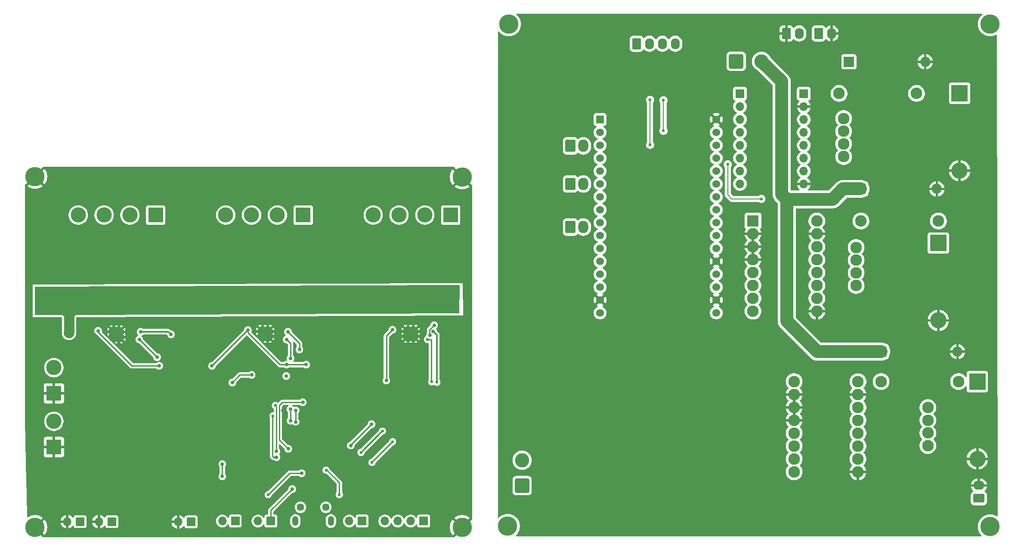
<source format=gbr>
%TF.GenerationSoftware,KiCad,Pcbnew,9.0.0*%
%TF.CreationDate,2025-05-09T16:36:09-07:00*%
%TF.ProjectId,Motor_Controller_Board_v1,4d6f746f-725f-4436-9f6e-74726f6c6c65,v1*%
%TF.SameCoordinates,Original*%
%TF.FileFunction,Copper,L2,Bot*%
%TF.FilePolarity,Positive*%
%FSLAX46Y46*%
G04 Gerber Fmt 4.6, Leading zero omitted, Abs format (unit mm)*
G04 Created by KiCad (PCBNEW 9.0.0) date 2025-05-09 16:36:09*
%MOMM*%
%LPD*%
G01*
G04 APERTURE LIST*
G04 Aperture macros list*
%AMRoundRect*
0 Rectangle with rounded corners*
0 $1 Rounding radius*
0 $2 $3 $4 $5 $6 $7 $8 $9 X,Y pos of 4 corners*
0 Add a 4 corners polygon primitive as box body*
4,1,4,$2,$3,$4,$5,$6,$7,$8,$9,$2,$3,0*
0 Add four circle primitives for the rounded corners*
1,1,$1+$1,$2,$3*
1,1,$1+$1,$4,$5*
1,1,$1+$1,$6,$7*
1,1,$1+$1,$8,$9*
0 Add four rect primitives between the rounded corners*
20,1,$1+$1,$2,$3,$4,$5,0*
20,1,$1+$1,$4,$5,$6,$7,0*
20,1,$1+$1,$6,$7,$8,$9,0*
20,1,$1+$1,$8,$9,$2,$3,0*%
G04 Aperture macros list end*
%TA.AperFunction,ComponentPad*%
%ADD10R,3.000000X3.000000*%
%TD*%
%TA.AperFunction,ComponentPad*%
%ADD11C,3.000000*%
%TD*%
%TA.AperFunction,ComponentPad*%
%ADD12R,1.700000X1.700000*%
%TD*%
%TA.AperFunction,ComponentPad*%
%ADD13O,1.700000X1.700000*%
%TD*%
%TA.AperFunction,ComponentPad*%
%ADD14C,3.800000*%
%TD*%
%TA.AperFunction,HeatsinkPad*%
%ADD15C,0.500000*%
%TD*%
%TA.AperFunction,HeatsinkPad*%
%ADD16R,2.500000X2.500000*%
%TD*%
%TA.AperFunction,HeatsinkPad*%
%ADD17O,1.200000X1.900000*%
%TD*%
%TA.AperFunction,HeatsinkPad*%
%ADD18C,1.450000*%
%TD*%
%TA.AperFunction,ComponentPad*%
%ADD19O,2.286000X2.286000*%
%TD*%
%TA.AperFunction,ComponentPad*%
%ADD20RoundRect,0.250000X0.845000X-0.620000X0.845000X0.620000X-0.845000X0.620000X-0.845000X-0.620000X0*%
%TD*%
%TA.AperFunction,ComponentPad*%
%ADD21O,2.190000X1.740000*%
%TD*%
%TA.AperFunction,ComponentPad*%
%ADD22RoundRect,0.250001X-1.149999X-1.149999X1.149999X-1.149999X1.149999X1.149999X-1.149999X1.149999X0*%
%TD*%
%TA.AperFunction,ComponentPad*%
%ADD23C,2.800000*%
%TD*%
%TA.AperFunction,ComponentPad*%
%ADD24RoundRect,0.250000X-0.620000X-0.845000X0.620000X-0.845000X0.620000X0.845000X-0.620000X0.845000X0*%
%TD*%
%TA.AperFunction,ComponentPad*%
%ADD25O,1.740000X2.190000*%
%TD*%
%TA.AperFunction,ComponentPad*%
%ADD26R,2.286000X2.286000*%
%TD*%
%TA.AperFunction,ComponentPad*%
%ADD27RoundRect,0.250001X1.149999X-1.149999X1.149999X1.149999X-1.149999X1.149999X-1.149999X-1.149999X0*%
%TD*%
%TA.AperFunction,ComponentPad*%
%ADD28R,3.200000X3.200000*%
%TD*%
%TA.AperFunction,ComponentPad*%
%ADD29O,3.200000X3.200000*%
%TD*%
%TA.AperFunction,ComponentPad*%
%ADD30R,2.000000X2.000000*%
%TD*%
%TA.AperFunction,ComponentPad*%
%ADD31O,2.000000X2.000000*%
%TD*%
%TA.AperFunction,ComponentPad*%
%ADD32RoundRect,0.286494X-0.710506X-0.935506X0.710506X-0.935506X0.710506X0.935506X-0.710506X0.935506X0*%
%TD*%
%TA.AperFunction,ComponentPad*%
%ADD33O,1.994000X2.444000*%
%TD*%
%TA.AperFunction,ComponentPad*%
%ADD34R,1.524000X1.524000*%
%TD*%
%TA.AperFunction,ComponentPad*%
%ADD35C,1.524000*%
%TD*%
%TA.AperFunction,ViaPad*%
%ADD36C,0.700000*%
%TD*%
%TA.AperFunction,ViaPad*%
%ADD37C,0.600000*%
%TD*%
%TA.AperFunction,ViaPad*%
%ADD38C,1.016000*%
%TD*%
%TA.AperFunction,Conductor*%
%ADD39C,2.000000*%
%TD*%
%TA.AperFunction,Conductor*%
%ADD40C,0.250000*%
%TD*%
%TA.AperFunction,Conductor*%
%ADD41C,0.300000*%
%TD*%
%TA.AperFunction,Conductor*%
%ADD42C,2.540000*%
%TD*%
%TA.AperFunction,Conductor*%
%ADD43C,0.200000*%
%TD*%
G04 APERTURE END LIST*
D10*
%TO.P,J401,1,Pin_1*%
%TO.N,/Stepper Drivers/AGITATE_1B*%
X130230000Y-79500000D03*
D11*
%TO.P,J401,2,Pin_2*%
%TO.N,/Stepper Drivers/AGITATE_1A*%
X125150000Y-79500000D03*
%TO.P,J401,3,Pin_3*%
%TO.N,/Stepper Drivers/AGITATE_2A*%
X120070000Y-79500000D03*
%TO.P,J401,4,Pin_4*%
%TO.N,/Stepper Drivers/AGITATE_2B*%
X114990000Y-79500000D03*
%TD*%
D12*
%TO.P,J301,1,Pin_1*%
%TO.N,unconnected-(J301-Pin_1-Pad1)*%
X124900000Y-139775000D03*
D13*
%TO.P,J301,2,Pin_2*%
%TO.N,/Microcontroller/RXD*%
X122360000Y-139775000D03*
%TO.P,J301,3,Pin_3*%
%TO.N,/Microcontroller/TXD*%
X119820000Y-139775000D03*
%TO.P,J301,4,Pin_4*%
%TO.N,unconnected-(J301-Pin_4-Pad4)*%
X117280000Y-139775000D03*
%TD*%
D14*
%TO.P,H201,1,1*%
%TO.N,GND*%
X132480000Y-72000000D03*
%TD*%
%TO.P,H204,1,1*%
%TO.N,GND*%
X48480000Y-71920000D03*
%TD*%
%TO.P,H203,1,1*%
%TO.N,GND*%
X48480000Y-141000000D03*
%TD*%
D10*
%TO.P,J403,1,Pin_1*%
%TO.N,/Stepper Drivers/VERTICAL_1B*%
X101230000Y-79500000D03*
D11*
%TO.P,J403,2,Pin_2*%
%TO.N,/Stepper Drivers/VERTICAL_1A*%
X96150000Y-79500000D03*
%TO.P,J403,3,Pin_3*%
%TO.N,/Stepper Drivers/VERTICAL_2A*%
X91070000Y-79500000D03*
%TO.P,J403,4,Pin_4*%
%TO.N,/Stepper Drivers/VERTICAL_2B*%
X85990000Y-79500000D03*
%TD*%
D12*
%TO.P,J304,1,Pin_1*%
%TO.N,/Microcontroller/VERTICAL_SWITCH*%
X94860000Y-139775000D03*
D13*
%TO.P,J304,2,Pin_2*%
%TO.N,+3.3V*%
X92320000Y-139775000D03*
%TD*%
D12*
%TO.P,J206,1,Pin_1*%
%TO.N,/Power Supply/DIGITAL_POWER_+24V*%
X63580000Y-139900000D03*
D13*
%TO.P,J206,2,Pin_2*%
%TO.N,GND*%
X61040000Y-139900000D03*
%TD*%
D12*
%TO.P,J305,1,Pin_1*%
%TO.N,/Microcontroller/HORIZONTAL_SWITCH*%
X87860000Y-139775000D03*
D13*
%TO.P,J305,2,Pin_2*%
%TO.N,+3.3V*%
X85320000Y-139775000D03*
%TD*%
D12*
%TO.P,J303,1,Pin_1*%
%TO.N,+3.3V*%
X112820000Y-139775000D03*
D13*
%TO.P,J303,2,Pin_2*%
%TO.N,/Microcontroller/AGITATION_SWITCH*%
X110280000Y-139775000D03*
%TD*%
D12*
%TO.P,J207,1,Pin_1*%
%TO.N,/Power Supply/DIGITAL_POWER_+24V*%
X57355000Y-139900000D03*
D13*
%TO.P,J207,2,Pin_2*%
%TO.N,GND*%
X54815000Y-139900000D03*
%TD*%
D15*
%TO.P,U401,29,GND*%
%TO.N,GND*%
X121360000Y-101900000D03*
X121360000Y-102900000D03*
X121360000Y-103900000D03*
X122360000Y-101900000D03*
X122360000Y-102900000D03*
D16*
X122360000Y-102900000D03*
D15*
X122360000Y-103900000D03*
X123360000Y-101900000D03*
X123360000Y-102900000D03*
X123360000Y-103900000D03*
%TD*%
D10*
%TO.P,J203,1,Pin_1*%
%TO.N,GND*%
X52180000Y-114640000D03*
D11*
%TO.P,J203,2,Pin_2*%
%TO.N,+24V*%
X52180000Y-109560000D03*
%TD*%
D17*
%TO.P,J302,6,Shield*%
%TO.N,unconnected-(J302-Shield-Pad6)_6*%
X99680000Y-139775000D03*
D18*
%TO.N,unconnected-(J302-Shield-Pad6)_4*%
X100680000Y-137075000D03*
%TO.N,unconnected-(J302-Shield-Pad6)_1*%
X105680000Y-137075000D03*
D17*
%TO.N,unconnected-(J302-Shield-Pad6)*%
X106680000Y-139775000D03*
%TD*%
D15*
%TO.P,U403,29,GND*%
%TO.N,GND*%
X92730000Y-101900000D03*
X92730000Y-102900000D03*
X92730000Y-103900000D03*
X93730000Y-101900000D03*
X93730000Y-102900000D03*
D16*
X93730000Y-102900000D03*
D15*
X93730000Y-103900000D03*
X94730000Y-101900000D03*
X94730000Y-102900000D03*
X94730000Y-103900000D03*
%TD*%
D10*
%TO.P,J402,1,Pin_1*%
%TO.N,/Stepper Drivers/HORIZONTAL_1B*%
X72220000Y-79500000D03*
D11*
%TO.P,J402,2,Pin_2*%
%TO.N,/Stepper Drivers/HORIZONTAL_1A*%
X67140000Y-79500000D03*
%TO.P,J402,3,Pin_3*%
%TO.N,/Stepper Drivers/HORIZONTAL_2A*%
X62060000Y-79500000D03*
%TO.P,J402,4,Pin_4*%
%TO.N,/Stepper Drivers/HORIZONTAL_2B*%
X56980000Y-79500000D03*
%TD*%
D15*
%TO.P,U402,29,GND*%
%TO.N,GND*%
X63480000Y-102000000D03*
X63480000Y-103000000D03*
X63480000Y-104000000D03*
X64480000Y-102000000D03*
X64480000Y-103000000D03*
D16*
X64480000Y-103000000D03*
D15*
X64480000Y-104000000D03*
X65480000Y-102000000D03*
X65480000Y-103000000D03*
X65480000Y-104000000D03*
%TD*%
D14*
%TO.P,H202,1,1*%
%TO.N,GND*%
X132480000Y-141000000D03*
%TD*%
D10*
%TO.P,J201,1,Pin_1*%
%TO.N,GND*%
X52180000Y-125200000D03*
D11*
%TO.P,J201,2,Pin_2*%
%TO.N,/Power Supply/DIGITAL_POWER_+24V*%
X52180000Y-120120000D03*
%TD*%
D12*
%TO.P,J202,1,Pin_1*%
%TO.N,+5V*%
X79180000Y-139950000D03*
D13*
%TO.P,J202,2,Pin_2*%
%TO.N,GND*%
X76640000Y-139950000D03*
%TD*%
D19*
%TO.P,J26,1,Pin_1*%
%TO.N,Net-(J26-Pin_1)*%
X209979351Y-85889228D03*
%TO.P,J26,2,Pin_2*%
%TO.N,Net-(J26-Pin_2)*%
X209979351Y-88389228D03*
%TO.P,J26,3,Pin_3*%
%TO.N,Net-(J26-Pin_3)*%
X209979351Y-90889228D03*
%TO.P,J26,4,Pin_4*%
%TO.N,Net-(J26-Pin_4)*%
X209979351Y-93389228D03*
%TD*%
D20*
%TO.P,J4,1,Pin_1*%
%TO.N,+5V (Driver)*%
X234139351Y-135309228D03*
D21*
%TO.P,J4,2,Pin_2*%
%TO.N,GND*%
X234139351Y-132769228D03*
%TD*%
D22*
%TO.P,J6,1,Pin_1*%
%TO.N,SMPS GND*%
X186393351Y-49229228D03*
D23*
%TO.P,J6,2,Pin_2*%
%TO.N,Motor Voltage*%
X191393351Y-49229228D03*
%TD*%
D24*
%TO.P,J2,1,Pin_1*%
%TO.N,unconnected-(J2-Pin_1-Pad1)*%
X166799351Y-45757228D03*
D25*
%TO.P,J2,2,Pin_2*%
%TO.N,RX*%
X169339351Y-45757228D03*
%TO.P,J2,3,Pin_3*%
%TO.N,TX*%
X171879351Y-45757228D03*
%TO.P,J2,4,Pin_4*%
%TO.N,unconnected-(J2-Pin_4-Pad4)*%
X174419351Y-45757228D03*
%TD*%
D19*
%TO.P,U1,1A13*%
%TO.N,N/C*%
X202249351Y-90839228D03*
%TO.P,U1,1B14*%
X202249351Y-93379228D03*
%TO.P,U1,2A12*%
X202249351Y-88299228D03*
%TO.P,U1,2B11*%
X202249351Y-85759228D03*
%TO.P,U1,CFG18*%
%TO.N,GND*%
X189699351Y-83199228D03*
%TO.P,U1,CFG27*%
X189699351Y-85739228D03*
%TO.P,U1,CFG36*%
X189699351Y-88279228D03*
%TO.P,U1,DIR1*%
%TO.N,h_dir*%
X189699351Y-98439228D03*
D26*
%TO.P,U1,EN15*%
%TO.N,EN*%
X189699351Y-80659228D03*
D19*
%TO.P,U1,GND9*%
%TO.N,GND*%
X202249351Y-98459228D03*
%TO.P,U1,GND10*%
X202249351Y-83219228D03*
%TO.P,U1,RST5*%
%TO.N,N/C*%
X189699351Y-90819228D03*
%TO.P,U1,SLP4*%
X189699351Y-93359228D03*
%TO.P,U1,STEP2*%
%TO.N,h_step*%
X189699351Y-95899228D03*
%TO.P,U1,VDD3*%
%TO.N,+5V (Driver)*%
X202249351Y-95919228D03*
%TO.P,U1,Vmot16*%
%TO.N,Motor Voltage*%
X202249351Y-80679228D03*
%TD*%
D27*
%TO.P,J1,1,Pin_1*%
%TO.N,Net-(J1-Pin_1)*%
X144284351Y-132801728D03*
D23*
%TO.P,J1,2,Pin_2*%
%TO.N,+5V (MCU)*%
X144284351Y-127801728D03*
%TD*%
D28*
%TO.P,D3,1,K*%
%TO.N,Net-(D3-K)*%
X230339351Y-55519228D03*
D29*
%TO.P,D3,2,A*%
%TO.N,GND*%
X230339351Y-70759228D03*
%TD*%
D30*
%TO.P,C4,1*%
%TO.N,Motor Voltage*%
X214922601Y-106409228D03*
D31*
%TO.P,C4,2*%
%TO.N,GND*%
X229922601Y-106409228D03*
%TD*%
D30*
%TO.P,C3,1*%
%TO.N,Motor Voltage*%
X210857351Y-74349228D03*
D31*
%TO.P,C3,2*%
%TO.N,GND*%
X225857351Y-74349228D03*
%TD*%
D32*
%TO.P,J15,1,Pin_1*%
%TO.N,Net-(J14-Pin_1)*%
X153789351Y-73369228D03*
D33*
%TO.P,J15,2,Pin_2*%
%TO.N,Net-(J15-Pin_2)*%
X156329351Y-73369228D03*
%TD*%
D19*
%TO.P,U3,1A13*%
%TO.N,N/C*%
X210337351Y-122485228D03*
%TO.P,U3,1B14*%
X210337351Y-125025228D03*
%TO.P,U3,2A12*%
X210337351Y-119945228D03*
%TO.P,U3,2B11*%
X210337351Y-117405228D03*
%TO.P,U3,CFG18*%
%TO.N,GND*%
X197787351Y-114845228D03*
%TO.P,U3,CFG27*%
X197787351Y-117385228D03*
%TO.P,U3,CFG36*%
X197787351Y-119925228D03*
%TO.P,U3,DIR1*%
%TO.N,V_dir*%
X197787351Y-130085228D03*
%TO.P,U3,EN15*%
%TO.N,EN*%
X197787351Y-112305228D03*
%TO.P,U3,GND9*%
%TO.N,GND*%
X210337351Y-130105228D03*
%TO.P,U3,GND10*%
X210337351Y-114865228D03*
%TO.P,U3,RST5*%
%TO.N,N/C*%
X197787351Y-122465228D03*
%TO.P,U3,SLP4*%
X197787351Y-125005228D03*
%TO.P,U3,STEP2*%
%TO.N,V_step*%
X197787351Y-127545228D03*
%TO.P,U3,VDD3*%
%TO.N,+5V (Driver)*%
X210337351Y-127565228D03*
%TO.P,U3,Vmot16*%
%TO.N,Motor Voltage*%
X210337351Y-112325228D03*
%TD*%
D32*
%TO.P,J14,1,Pin_1*%
%TO.N,Net-(J14-Pin_1)*%
X153789351Y-65869228D03*
D33*
%TO.P,J14,2,Pin_2*%
%TO.N,Net-(J14-Pin_2)*%
X156329351Y-65869228D03*
%TD*%
D14*
%TO.P,REF\u002A\u002A,1*%
%TO.N,N/C*%
X236339351Y-140879228D03*
%TD*%
%TO.P,REF\u002A\u002A,1*%
%TO.N,N/C*%
X236339351Y-41879228D03*
%TD*%
D28*
%TO.P,D1,1,K*%
%TO.N,Net-(D1-K)*%
X233823601Y-112305228D03*
D29*
%TO.P,D1,2,A*%
%TO.N,GND*%
X233823601Y-127545228D03*
%TD*%
D30*
%TO.P,C2,1*%
%TO.N,Motor Voltage*%
X208575351Y-49313228D03*
D31*
%TO.P,C2,2*%
%TO.N,GND*%
X223575351Y-49313228D03*
%TD*%
D14*
%TO.P,REF\u002A\u002A,1*%
%TO.N,N/C*%
X141439351Y-140789228D03*
%TD*%
D24*
%TO.P,J7,1,Pin_1*%
%TO.N,Motor Voltage*%
X202613351Y-43725228D03*
D25*
%TO.P,J7,2,Pin_2*%
%TO.N,GND*%
X205153351Y-43725228D03*
%TD*%
D19*
%TO.P,J10,1,Pin_1*%
%TO.N,Net-(J10-Pin_1)*%
X224097351Y-117422728D03*
%TO.P,J10,2,Pin_2*%
%TO.N,Net-(J10-Pin_2)*%
X224097351Y-119922728D03*
%TO.P,J10,3,Pin_3*%
%TO.N,Net-(J10-Pin_3)*%
X224097351Y-122422728D03*
%TO.P,J10,4,Pin_4*%
%TO.N,Net-(J10-Pin_4)*%
X224097351Y-124922728D03*
%TD*%
D14*
%TO.P,REF\u002A\u002A,1*%
%TO.N,N/C*%
X141649351Y-41889228D03*
%TD*%
D19*
%TO.P,R8,1*%
%TO.N,Motor Voltage*%
X214898601Y-112305228D03*
%TO.P,R8,2*%
%TO.N,Net-(D1-K)*%
X230138601Y-112305228D03*
%TD*%
D34*
%TO.P,U2,J1_1*%
%TO.N,Net-(J14-Pin_1)*%
X159619351Y-60669228D03*
D35*
%TO.P,U2,J1_2*%
%TO.N,N/C*%
X159619351Y-63209228D03*
%TO.P,U2,J1_3*%
%TO.N,Net-(J14-Pin_2)*%
X159619351Y-65749228D03*
%TO.P,U2,J1_4*%
%TO.N,Net-(J15-Pin_2)*%
X159619351Y-68289228D03*
%TO.P,U2,J1_5*%
%TO.N,Net-(J21-Pin_2)*%
X159619351Y-70829228D03*
%TO.P,U2,J1_6*%
%TO.N,N/C*%
X159619351Y-73369228D03*
%TO.P,U2,J1_7*%
X159619351Y-75909228D03*
%TO.P,U2,J1_8*%
X159619351Y-78449228D03*
%TO.P,U2,J1_9*%
X159619351Y-80989228D03*
%TO.P,U2,J1_10*%
X159619351Y-83529228D03*
%TO.P,U2,J1_11*%
X159619351Y-86069228D03*
%TO.P,U2,J1_12*%
X159619351Y-88609228D03*
%TO.P,U2,J1_13*%
X159619351Y-91149228D03*
%TO.P,U2,J1_14*%
%TO.N,+5V (MCU)*%
X159619351Y-93689228D03*
%TO.P,U2,J1_15*%
%TO.N,GND*%
X159619351Y-96229228D03*
%TO.P,U2,J1_16*%
%TO.N,N/C*%
X159619351Y-98769228D03*
%TO.P,U2,J3_1*%
%TO.N,GND*%
X182479351Y-60669228D03*
%TO.P,U2,J3_2*%
%TO.N,TX*%
X182479351Y-63209228D03*
%TO.P,U2,J3_3*%
%TO.N,RX*%
X182479351Y-65749228D03*
%TO.P,U2,J3_4*%
%TO.N,EN*%
X182479351Y-68289228D03*
%TO.P,U2,J3_5*%
%TO.N,a_step*%
X182479351Y-70829228D03*
%TO.P,U2,J3_6*%
%TO.N,a_dir*%
X182479351Y-73369228D03*
%TO.P,U2,J3_7*%
%TO.N,h_step*%
X182479351Y-75909228D03*
%TO.P,U2,J3_8*%
%TO.N,h_dir*%
X182479351Y-78449228D03*
%TO.P,U2,J3_9*%
%TO.N,V_step*%
X182479351Y-80989228D03*
%TO.P,U2,J3_10*%
%TO.N,V_dir*%
X182479351Y-83529228D03*
%TO.P,U2,J3_11*%
%TO.N,N/C*%
X182479351Y-86069228D03*
%TO.P,U2,J3_12*%
%TO.N,GND*%
X182479351Y-88609228D03*
%TO.P,U2,J3_13*%
%TO.N,N/C*%
X182479351Y-91149228D03*
%TO.P,U2,J3_14*%
X182479351Y-93689228D03*
%TO.P,U2,J3_15*%
%TO.N,GND*%
X182479351Y-96229228D03*
%TO.P,U2,J3_16*%
%TO.N,N/C*%
X182479351Y-98769228D03*
%TD*%
D28*
%TO.P,D2,1,K*%
%TO.N,Net-(D2-K)*%
X226149351Y-85019228D03*
D29*
%TO.P,D2,2,A*%
%TO.N,GND*%
X226149351Y-100259228D03*
%TD*%
D19*
%TO.P,J5,1,Pin_1*%
%TO.N,Net-(J5-Pin_1)*%
X207529351Y-60494228D03*
%TO.P,J5,2,Pin_2*%
%TO.N,Net-(J5-Pin_2)*%
X207529351Y-62994228D03*
%TO.P,J5,3,Pin_3*%
%TO.N,Net-(J5-Pin_3)*%
X207529351Y-65494228D03*
%TO.P,J5,4,Pin_4*%
%TO.N,Net-(J5-Pin_4)*%
X207529351Y-67994228D03*
%TD*%
D24*
%TO.P,J8,1,Pin_1*%
%TO.N,GND*%
X196263351Y-43725228D03*
D25*
%TO.P,J8,2,Pin_2*%
%TO.N,Motor Voltage*%
X198803351Y-43725228D03*
%TD*%
D19*
%TO.P,R10,1*%
%TO.N,Motor Voltage*%
X206634351Y-55544228D03*
%TO.P,R10,2*%
%TO.N,Net-(D3-K)*%
X221874351Y-55544228D03*
%TD*%
%TO.P,R9,1*%
%TO.N,Motor Voltage*%
X210939351Y-80669228D03*
%TO.P,R9,2*%
%TO.N,Net-(D2-K)*%
X226179351Y-80669228D03*
%TD*%
D32*
%TO.P,J21,1,Pin_1*%
%TO.N,Net-(J14-Pin_1)*%
X153789351Y-81869228D03*
D33*
%TO.P,J21,2,Pin_2*%
%TO.N,Net-(J21-Pin_2)*%
X156329351Y-81869228D03*
%TD*%
D13*
%TO.P,U5,1A13*%
%TO.N,N/C*%
X199689351Y-65759228D03*
%TO.P,U5,1B14*%
X199689351Y-68299228D03*
%TO.P,U5,2A12*%
X199689351Y-63219228D03*
%TO.P,U5,2B11*%
X199689351Y-60679228D03*
%TO.P,U5,CFG18*%
%TO.N,Net-(J14-Pin_1)*%
X187139351Y-58119228D03*
%TO.P,U5,CFG27*%
X187139351Y-60659228D03*
%TO.P,U5,CFG36*%
X187139351Y-63199228D03*
%TO.P,U5,DIR1*%
%TO.N,a_dir*%
X187139351Y-73359228D03*
D12*
%TO.P,U5,EN15*%
%TO.N,EN*%
X187139351Y-55579228D03*
D13*
%TO.P,U5,GND9*%
%TO.N,GND*%
X199689351Y-73379228D03*
%TO.P,U5,GND10*%
X199689351Y-58139228D03*
%TO.P,U5,RST5*%
%TO.N,N/C*%
X187139351Y-65739228D03*
%TO.P,U5,SLP4*%
X187139351Y-68279228D03*
%TO.P,U5,STEP2*%
%TO.N,a_step*%
X187139351Y-70819228D03*
%TO.P,U5,VDD3*%
%TO.N,+5V (Driver)*%
X199689351Y-70839228D03*
D12*
%TO.P,U5,Vmot16*%
%TO.N,Motor Voltage*%
X199689351Y-55599228D03*
%TD*%
D36*
%TO.N,+24V*%
X84980000Y-98500000D03*
X54780000Y-101600000D03*
X83560000Y-96670000D03*
X59810000Y-98670000D03*
D37*
X127796000Y-95708000D03*
X69980000Y-96216000D03*
D36*
X55730000Y-98425000D03*
D37*
X127796000Y-96724000D03*
D36*
X109510000Y-94070000D03*
X112475000Y-97950000D03*
X110460000Y-94870000D03*
X54705000Y-98450000D03*
X54780000Y-102800000D03*
D37*
X69980000Y-97050000D03*
D36*
X89560000Y-98620000D03*
X118510000Y-98370000D03*
D37*
X98790000Y-97690000D03*
D36*
X55780000Y-101600000D03*
X116710000Y-98370000D03*
X55780000Y-102725000D03*
X82560000Y-95720000D03*
D37*
X99348000Y-97232000D03*
D36*
%TO.N,GND*%
X48210000Y-80470000D03*
X125680000Y-132675000D03*
D37*
X65590000Y-117760000D03*
D36*
X52110000Y-80470000D03*
X86230000Y-113750000D03*
X101580000Y-100600000D03*
X84980000Y-88275000D03*
X80810000Y-80970000D03*
X113980000Y-109400000D03*
X106310000Y-81370000D03*
X89310000Y-92570000D03*
X69580000Y-87900000D03*
X93310000Y-118970000D03*
X93710000Y-87870000D03*
X131055000Y-130075000D03*
X97230000Y-130250000D03*
X121380000Y-119500000D03*
X101230000Y-127250000D03*
X96910000Y-92470000D03*
D37*
X69630000Y-83770000D03*
X127310000Y-83470000D03*
D36*
X59230000Y-107500000D03*
X80480000Y-105300000D03*
D37*
X94980000Y-111030000D03*
D36*
X78980000Y-92500000D03*
D37*
X97580000Y-106670000D03*
X128760000Y-83470000D03*
D36*
X122610000Y-87670000D03*
X60310000Y-92570000D03*
X122580000Y-124200000D03*
D37*
X124460000Y-111740000D03*
D36*
X68480000Y-116000000D03*
X104930000Y-88800000D03*
D37*
X89830000Y-109030000D03*
D36*
X78910000Y-80970000D03*
D37*
X47435000Y-96500000D03*
D36*
X122610000Y-83570000D03*
X106730000Y-126000000D03*
X103230000Y-127250000D03*
X90810000Y-92570000D03*
X103230000Y-120500000D03*
X110340000Y-128900000D03*
D37*
X96680000Y-137510000D03*
D36*
X97230000Y-118000000D03*
X127810000Y-87370000D03*
D37*
X70830000Y-119000000D03*
D36*
X108010000Y-81370000D03*
X89880000Y-133400000D03*
X124680000Y-136300000D03*
D37*
X55660000Y-83770000D03*
D36*
X99010000Y-92470000D03*
X50210000Y-80470000D03*
D37*
X59580000Y-83770000D03*
X112510000Y-83520000D03*
D36*
X58080000Y-129800000D03*
X124810000Y-92270000D03*
X99980000Y-127750000D03*
X109810000Y-81370000D03*
D37*
X97824000Y-84024000D03*
D36*
X68880000Y-106810000D03*
X68510000Y-92470000D03*
X101230000Y-120500000D03*
D37*
X89510000Y-84070000D03*
D36*
X132055000Y-127500000D03*
D37*
X104480000Y-135920000D03*
D36*
X130980000Y-138250000D03*
D37*
X94776000Y-127712000D03*
D36*
X64480000Y-91600000D03*
X70410000Y-92470000D03*
X132680000Y-104100000D03*
X65980000Y-111500000D03*
X57180000Y-100300000D03*
X109030000Y-105700000D03*
X107780000Y-88650000D03*
X76680000Y-111800000D03*
X105230000Y-120500000D03*
D37*
X70760000Y-120250000D03*
D36*
X55180000Y-87850000D03*
X76780000Y-105300000D03*
X90230000Y-119000000D03*
X70360000Y-107520000D03*
X89510000Y-88770000D03*
D37*
X85124000Y-84024000D03*
D36*
X119310000Y-92270000D03*
X125680000Y-123060000D03*
X98410000Y-86870000D03*
X105480000Y-130750000D03*
X114980000Y-132600000D03*
D37*
X118910000Y-108690000D03*
X99348000Y-84024000D03*
D36*
X127410000Y-92270000D03*
X106730000Y-124000000D03*
X112080000Y-106800000D03*
D37*
X46781000Y-96470000D03*
D36*
X61180000Y-129600000D03*
X64580000Y-87800000D03*
X117110000Y-92270000D03*
X87635000Y-116395000D03*
D37*
X64550000Y-83770000D03*
D36*
X71980000Y-100800000D03*
X93710000Y-84270000D03*
X131230000Y-120500000D03*
X117710000Y-87220000D03*
X117680000Y-117600000D03*
X59010000Y-92570000D03*
X98410000Y-89670000D03*
X79730000Y-117000000D03*
X117810000Y-89970000D03*
X93710000Y-90770000D03*
X110320000Y-89125000D03*
X76910000Y-80970000D03*
D37*
X128770000Y-106540000D03*
D36*
X89980000Y-136400000D03*
D37*
X100180000Y-135070000D03*
D36*
X59580000Y-87600000D03*
D37*
X117636000Y-83516000D03*
D36*
%TO.N,+5V*%
X87280000Y-112500000D03*
X91080000Y-111000000D03*
%TO.N,/Microcontroller/EN*%
X98280000Y-125550000D03*
X101155000Y-116370000D03*
D37*
%TO.N,/Microcontroller/AGITATION_SWITCH*%
X108330000Y-134570000D03*
X105740000Y-129750002D03*
D36*
%TO.N,/Microcontroller/VERTICAL_SWITCH*%
X99060000Y-133480000D03*
D37*
%TO.N,/Microcontroller/HORIZONTAL_SWITCH*%
X94320000Y-134590000D03*
D36*
X100910000Y-130370000D03*
%TO.N,/Stepper Drivers/A_VREF*%
X126180000Y-103200000D03*
X126980000Y-101200000D03*
D37*
%TO.N,AGITATION_STEP*%
X116810000Y-122050000D03*
X125670000Y-104000000D03*
X112590000Y-126260000D03*
X126500000Y-112360000D03*
D36*
%TO.N,HORIZONTAL_DIR*%
X69230000Y-102500000D03*
D37*
X95730000Y-117000000D03*
D36*
X95930000Y-126050000D03*
X75230000Y-103000000D03*
%TO.N,VERTICAL_STEP*%
X98730000Y-117750000D03*
X97980000Y-104000000D03*
X98730000Y-107750000D03*
X98730000Y-120000000D03*
D37*
%TO.N,HORIZONTAL_STEP*%
X95295000Y-119065000D03*
D36*
X95980000Y-127200000D03*
X68980000Y-104000000D03*
X72480000Y-107500000D03*
%TO.N,VERTICAL_DIR*%
X99730000Y-118000000D03*
X98230000Y-102500000D03*
X100480000Y-106000000D03*
X99730000Y-120250000D03*
D37*
%TO.N,AGITATION_DIR*%
X114760000Y-128220000D03*
X118810000Y-124140000D03*
D36*
X126780000Y-102400000D03*
D37*
X127510000Y-112430000D03*
D36*
%TO.N,+3.3V*%
X85310000Y-128570000D03*
X85310000Y-130970000D03*
%TO.N,DRIVER_ENABLE*%
X97880000Y-111200000D03*
X117580000Y-112100000D03*
X72880000Y-109200000D03*
X83280000Y-109200000D03*
X60880000Y-102300000D03*
X101810000Y-108970000D03*
X97956000Y-108970000D03*
X114680000Y-120700000D03*
X90346995Y-102192587D03*
X110580000Y-124900000D03*
X118780000Y-102100000D03*
D37*
%TO.N,GND*%
X206839351Y-97409228D03*
D38*
X195559351Y-139569228D03*
D37*
X214839351Y-129409228D03*
X194139351Y-139551728D03*
X164839351Y-96909228D03*
X168339351Y-96909228D03*
X203839351Y-72409228D03*
%TO.N,Motor Voltage*%
X205339351Y-76409228D03*
X210339351Y-106409228D03*
X207399351Y-74349228D03*
X211839351Y-106409228D03*
%TO.N,EN*%
X191339351Y-76309228D03*
X184739351Y-69509228D03*
%TO.N,TX*%
X172089351Y-62909228D03*
X172089351Y-56909228D03*
%TO.N,RX*%
X169459351Y-56809228D03*
X169459351Y-65679228D03*
%TD*%
D39*
%TO.N,+24V*%
X55180000Y-98000000D02*
X55180000Y-101600000D01*
X55155000Y-102750000D02*
X55180000Y-102725000D01*
X55180000Y-101600000D02*
X55180000Y-102725000D01*
D40*
%TO.N,+5V*%
X91080000Y-111000000D02*
X88780000Y-111000000D01*
X88780000Y-111000000D02*
X87280000Y-112500000D01*
%TO.N,/Microcontroller/EN*%
X96554000Y-116970000D02*
X96554000Y-123824000D01*
X97154000Y-116370000D02*
X96554000Y-116970000D01*
X101155000Y-116370000D02*
X97154000Y-116370000D01*
X96554000Y-123824000D02*
X98280000Y-125550000D01*
%TO.N,/Microcontroller/AGITATION_SWITCH*%
X108330000Y-134570000D02*
X108330000Y-132220000D01*
X105740000Y-129630000D02*
X105740000Y-129750002D01*
X108330000Y-132220000D02*
X105740000Y-129630000D01*
%TO.N,/Microcontroller/VERTICAL_SWITCH*%
X99060000Y-133480000D02*
X94860000Y-137680000D01*
X94860000Y-137680000D02*
X94860000Y-139775000D01*
%TO.N,/Microcontroller/HORIZONTAL_SWITCH*%
X100910000Y-130370000D02*
X98540000Y-130370000D01*
X98540000Y-130370000D02*
X94320000Y-134590000D01*
%TO.N,/Stepper Drivers/A_VREF*%
X126104000Y-102076000D02*
X126980000Y-101200000D01*
X126180000Y-103200000D02*
X126104000Y-103124000D01*
X126104000Y-103124000D02*
X126104000Y-102076000D01*
%TO.N,AGITATION_STEP*%
X126400000Y-112260000D02*
X126500000Y-112360000D01*
D41*
X116800000Y-122050000D02*
X112590000Y-126260000D01*
D40*
X126400000Y-104000000D02*
X126400000Y-112260000D01*
X125670000Y-104000000D02*
X126400000Y-104000000D01*
D41*
X116810000Y-122050000D02*
X116800000Y-122050000D01*
D40*
%TO.N,HORIZONTAL_DIR*%
X95930000Y-126050000D02*
X95930000Y-117200000D01*
D41*
X69230000Y-102500000D02*
X74730000Y-102500000D01*
D40*
X95930000Y-117200000D02*
X95730000Y-117000000D01*
D41*
X74730000Y-102500000D02*
X75230000Y-103000000D01*
D40*
%TO.N,VERTICAL_STEP*%
X98730000Y-107750000D02*
X98730000Y-104750000D01*
X98730000Y-104750000D02*
X97980000Y-104000000D01*
X98730000Y-120000000D02*
X98730000Y-117750000D01*
%TO.N,HORIZONTAL_STEP*%
X95845351Y-127334649D02*
X95545351Y-127334649D01*
X95545351Y-127334649D02*
X95166000Y-126955298D01*
X95166000Y-126955298D02*
X95166000Y-119194000D01*
X95166000Y-119194000D02*
X95295000Y-119065000D01*
X95980000Y-127200000D02*
X95845351Y-127334649D01*
D41*
X68980000Y-104000000D02*
X72480000Y-107500000D01*
D40*
%TO.N,VERTICAL_DIR*%
X100480000Y-106000000D02*
X100480000Y-104750000D01*
X99730000Y-120250000D02*
X99730000Y-118000000D01*
X100480000Y-104750000D02*
X98230000Y-102500000D01*
D41*
%TO.N,AGITATION_DIR*%
X118810000Y-124140000D02*
X118810000Y-124170000D01*
X127510000Y-103130000D02*
X127510000Y-112430000D01*
X118810000Y-124170000D02*
X114760000Y-128220000D01*
X126780000Y-102400000D02*
X127510000Y-103130000D01*
D40*
%TO.N,+3.3V*%
X85310000Y-128570000D02*
X85310000Y-130970000D01*
%TO.N,DRIVER_ENABLE*%
X90287413Y-102192587D02*
X90346995Y-102192587D01*
X110580000Y-124900000D02*
X110580000Y-124800000D01*
X97956000Y-108970000D02*
X101810000Y-108970000D01*
X90346995Y-102192587D02*
X90346995Y-102668995D01*
X96648000Y-108970000D02*
X97956000Y-108970000D01*
X117580000Y-112100000D02*
X117580000Y-103300000D01*
X60880000Y-102300000D02*
X60880000Y-102552000D01*
X67528000Y-109200000D02*
X72880000Y-109200000D01*
X60880000Y-102552000D02*
X67528000Y-109200000D01*
X110580000Y-124800000D02*
X114680000Y-120700000D01*
X97980000Y-111100000D02*
X97880000Y-111200000D01*
X117580000Y-103300000D02*
X118780000Y-102100000D01*
X90346995Y-102668995D02*
X96648000Y-108970000D01*
X83280000Y-109200000D02*
X90287413Y-102192587D01*
D42*
%TO.N,Motor Voltage*%
X196339351Y-76409228D02*
X205339351Y-76409228D01*
X205339351Y-76409228D02*
X207399351Y-74349228D01*
X196339351Y-100409228D02*
X202339351Y-106409228D01*
X195339351Y-75409228D02*
X196339351Y-76409228D01*
X207399351Y-74349228D02*
X210857351Y-74349228D01*
X191393351Y-49229228D02*
X195339351Y-53175228D01*
X196339351Y-76409228D02*
X196339351Y-100409228D01*
X195339351Y-53175228D02*
X195339351Y-75409228D01*
X202339351Y-106409228D02*
X210339351Y-106409228D01*
X210339351Y-106409228D02*
X214922601Y-106409228D01*
D43*
%TO.N,EN*%
X184739351Y-69509228D02*
X184739351Y-75509228D01*
X191139351Y-76309228D02*
X191339351Y-76309228D01*
X184739351Y-75509228D02*
X185539351Y-76309228D01*
X185539351Y-76309228D02*
X191139351Y-76309228D01*
%TO.N,TX*%
X172089351Y-62909228D02*
X172089351Y-56909228D01*
%TO.N,RX*%
X169459351Y-56809228D02*
X169459351Y-65679228D01*
X169419351Y-65719228D02*
X169459351Y-65679228D01*
%TD*%
%TA.AperFunction,Conductor*%
%TO.N,GND*%
G36*
X130912353Y-70020185D02*
G01*
X130958108Y-70072989D01*
X130969119Y-70131453D01*
X130968900Y-70135346D01*
X131897263Y-71063709D01*
X131763398Y-71160967D01*
X131640967Y-71283398D01*
X131543709Y-71417262D01*
X130615345Y-70488899D01*
X130519568Y-70609001D01*
X130376152Y-70837247D01*
X130259198Y-71080104D01*
X130259192Y-71080118D01*
X130170167Y-71334536D01*
X130170163Y-71334548D01*
X130110181Y-71597348D01*
X130110178Y-71597366D01*
X130080000Y-71865212D01*
X130080000Y-72134787D01*
X130110178Y-72402633D01*
X130110181Y-72402651D01*
X130170163Y-72665451D01*
X130170167Y-72665463D01*
X130259192Y-72919881D01*
X130259198Y-72919895D01*
X130376152Y-73162752D01*
X130519568Y-73390998D01*
X130615346Y-73511099D01*
X131543708Y-72582736D01*
X131640967Y-72716602D01*
X131763398Y-72839033D01*
X131897262Y-72936290D01*
X130968899Y-73864652D01*
X130968900Y-73864653D01*
X131088993Y-73960427D01*
X131088997Y-73960429D01*
X131317247Y-74103847D01*
X131560104Y-74220801D01*
X131560118Y-74220807D01*
X131814536Y-74309832D01*
X131814548Y-74309836D01*
X132077348Y-74369818D01*
X132077366Y-74369821D01*
X132345212Y-74399999D01*
X132345216Y-74400000D01*
X132614784Y-74400000D01*
X132614787Y-74399999D01*
X132882633Y-74369821D01*
X132882651Y-74369818D01*
X133145451Y-74309836D01*
X133145463Y-74309832D01*
X133399881Y-74220807D01*
X133399895Y-74220801D01*
X133642752Y-74103847D01*
X133870999Y-73960431D01*
X133991098Y-73864653D01*
X133991099Y-73864652D01*
X133062737Y-72936290D01*
X133196602Y-72839033D01*
X133319033Y-72716602D01*
X133416290Y-72582737D01*
X134344651Y-73511098D01*
X134348547Y-73510880D01*
X134416585Y-73526775D01*
X134465229Y-73576930D01*
X134479500Y-73634685D01*
X134479500Y-139365313D01*
X134459815Y-139432352D01*
X134407011Y-139478107D01*
X134348549Y-139489118D01*
X134344652Y-139488899D01*
X133416290Y-140417262D01*
X133319033Y-140283398D01*
X133196602Y-140160967D01*
X133062736Y-140063709D01*
X133991099Y-139135346D01*
X133870998Y-139039568D01*
X133642752Y-138896152D01*
X133399895Y-138779198D01*
X133399881Y-138779192D01*
X133145463Y-138690167D01*
X133145451Y-138690163D01*
X132882651Y-138630181D01*
X132882633Y-138630178D01*
X132614787Y-138600000D01*
X132345212Y-138600000D01*
X132077366Y-138630178D01*
X132077348Y-138630181D01*
X131814548Y-138690163D01*
X131814536Y-138690167D01*
X131560118Y-138779192D01*
X131560104Y-138779198D01*
X131317247Y-138896152D01*
X131089001Y-139039568D01*
X130968899Y-139135345D01*
X131897263Y-140063709D01*
X131763398Y-140160967D01*
X131640967Y-140283398D01*
X131543709Y-140417262D01*
X130615345Y-139488899D01*
X130519568Y-139609001D01*
X130376152Y-139837247D01*
X130259198Y-140080104D01*
X130259192Y-140080118D01*
X130170167Y-140334536D01*
X130170163Y-140334548D01*
X130110181Y-140597348D01*
X130110178Y-140597366D01*
X130080000Y-140865212D01*
X130080000Y-141134787D01*
X130110178Y-141402633D01*
X130110181Y-141402651D01*
X130170163Y-141665451D01*
X130170167Y-141665463D01*
X130259192Y-141919881D01*
X130259198Y-141919895D01*
X130376152Y-142162752D01*
X130519568Y-142390998D01*
X130615346Y-142511099D01*
X131543708Y-141582736D01*
X131640967Y-141716602D01*
X131763398Y-141839033D01*
X131897262Y-141936290D01*
X130968900Y-142864651D01*
X130969119Y-142868547D01*
X130953224Y-142936585D01*
X130903069Y-142985229D01*
X130845314Y-142999500D01*
X50114685Y-142999500D01*
X50047646Y-142979815D01*
X50001891Y-142927011D01*
X49990880Y-142868547D01*
X49991098Y-142864651D01*
X49062737Y-141936290D01*
X49196602Y-141839033D01*
X49319033Y-141716602D01*
X49416290Y-141582737D01*
X50344652Y-142511099D01*
X50344653Y-142511098D01*
X50440431Y-142390999D01*
X50583847Y-142162752D01*
X50700801Y-141919895D01*
X50700807Y-141919881D01*
X50789832Y-141665463D01*
X50789836Y-141665451D01*
X50849818Y-141402651D01*
X50849821Y-141402633D01*
X50879999Y-141134787D01*
X50880000Y-141134783D01*
X50880000Y-140865216D01*
X50879999Y-140865212D01*
X50849821Y-140597366D01*
X50849818Y-140597348D01*
X50789836Y-140334548D01*
X50789832Y-140334536D01*
X50726622Y-140153891D01*
X50700807Y-140080118D01*
X50700801Y-140080104D01*
X50583847Y-139837247D01*
X50530934Y-139753036D01*
X50466193Y-139650000D01*
X53487769Y-139650000D01*
X54381988Y-139650000D01*
X54349075Y-139707007D01*
X54315000Y-139834174D01*
X54315000Y-139965826D01*
X54349075Y-140092993D01*
X54381988Y-140150000D01*
X53487769Y-140150000D01*
X53498242Y-140216126D01*
X53498242Y-140216129D01*
X53563904Y-140418217D01*
X53660379Y-140607557D01*
X53785272Y-140779459D01*
X53785276Y-140779464D01*
X53935535Y-140929723D01*
X53935540Y-140929727D01*
X54107442Y-141054620D01*
X54296782Y-141151095D01*
X54498871Y-141216757D01*
X54565000Y-141227231D01*
X54565000Y-140333012D01*
X54622007Y-140365925D01*
X54749174Y-140400000D01*
X54880826Y-140400000D01*
X55007993Y-140365925D01*
X55065000Y-140333012D01*
X55065000Y-141227230D01*
X55131126Y-141216757D01*
X55131129Y-141216757D01*
X55333217Y-141151095D01*
X55522557Y-141054620D01*
X55694459Y-140929727D01*
X55694464Y-140929723D01*
X55844725Y-140779462D01*
X55881776Y-140728465D01*
X55937105Y-140685798D01*
X56006719Y-140679818D01*
X56068514Y-140712423D01*
X56102872Y-140773262D01*
X56104568Y-140781951D01*
X56119352Y-140875300D01*
X56119353Y-140875303D01*
X56119354Y-140875304D01*
X56176950Y-140988342D01*
X56176952Y-140988344D01*
X56176954Y-140988347D01*
X56266652Y-141078045D01*
X56266654Y-141078046D01*
X56266658Y-141078050D01*
X56378002Y-141134783D01*
X56379698Y-141135647D01*
X56473475Y-141150499D01*
X56473481Y-141150500D01*
X58236518Y-141150499D01*
X58330304Y-141135646D01*
X58443342Y-141078050D01*
X58533050Y-140988342D01*
X58590646Y-140875304D01*
X58590646Y-140875302D01*
X58590647Y-140875301D01*
X58601711Y-140805444D01*
X58605500Y-140781519D01*
X58605499Y-139650000D01*
X59712769Y-139650000D01*
X60606988Y-139650000D01*
X60574075Y-139707007D01*
X60540000Y-139834174D01*
X60540000Y-139965826D01*
X60574075Y-140092993D01*
X60606988Y-140150000D01*
X59712769Y-140150000D01*
X59723242Y-140216126D01*
X59723242Y-140216129D01*
X59788904Y-140418217D01*
X59885379Y-140607557D01*
X60010272Y-140779459D01*
X60010276Y-140779464D01*
X60160535Y-140929723D01*
X60160540Y-140929727D01*
X60332442Y-141054620D01*
X60521782Y-141151095D01*
X60723871Y-141216757D01*
X60790000Y-141227231D01*
X60790000Y-140333012D01*
X60847007Y-140365925D01*
X60974174Y-140400000D01*
X61105826Y-140400000D01*
X61232993Y-140365925D01*
X61290000Y-140333012D01*
X61290000Y-141227230D01*
X61356126Y-141216757D01*
X61356129Y-141216757D01*
X61558217Y-141151095D01*
X61747557Y-141054620D01*
X61919459Y-140929727D01*
X61919464Y-140929723D01*
X62069725Y-140779462D01*
X62106776Y-140728465D01*
X62162105Y-140685798D01*
X62231719Y-140679818D01*
X62293514Y-140712423D01*
X62327872Y-140773262D01*
X62329568Y-140781951D01*
X62344352Y-140875300D01*
X62344353Y-140875303D01*
X62344354Y-140875304D01*
X62401950Y-140988342D01*
X62401952Y-140988344D01*
X62401954Y-140988347D01*
X62491652Y-141078045D01*
X62491654Y-141078046D01*
X62491658Y-141078050D01*
X62603002Y-141134783D01*
X62604698Y-141135647D01*
X62698475Y-141150499D01*
X62698481Y-141150500D01*
X64461518Y-141150499D01*
X64555304Y-141135646D01*
X64668342Y-141078050D01*
X64758050Y-140988342D01*
X64815646Y-140875304D01*
X64815646Y-140875302D01*
X64815647Y-140875301D01*
X64826711Y-140805444D01*
X64830500Y-140781519D01*
X64830499Y-139700000D01*
X75312769Y-139700000D01*
X76206988Y-139700000D01*
X76174075Y-139757007D01*
X76140000Y-139884174D01*
X76140000Y-140015826D01*
X76174075Y-140142993D01*
X76206988Y-140200000D01*
X75312769Y-140200000D01*
X75323242Y-140266126D01*
X75323242Y-140266129D01*
X75388904Y-140468217D01*
X75485379Y-140657557D01*
X75610272Y-140829459D01*
X75610276Y-140829464D01*
X75760535Y-140979723D01*
X75760540Y-140979727D01*
X75932442Y-141104620D01*
X76121782Y-141201095D01*
X76323871Y-141266757D01*
X76390000Y-141277231D01*
X76390000Y-140383012D01*
X76447007Y-140415925D01*
X76574174Y-140450000D01*
X76705826Y-140450000D01*
X76832993Y-140415925D01*
X76890000Y-140383012D01*
X76890000Y-141277230D01*
X76956126Y-141266757D01*
X76956129Y-141266757D01*
X77158217Y-141201095D01*
X77347557Y-141104620D01*
X77519459Y-140979727D01*
X77519464Y-140979723D01*
X77669725Y-140829462D01*
X77706776Y-140778465D01*
X77762105Y-140735798D01*
X77831719Y-140729818D01*
X77893514Y-140762423D01*
X77927872Y-140823262D01*
X77929568Y-140831951D01*
X77944352Y-140925300D01*
X77944353Y-140925303D01*
X77944354Y-140925304D01*
X78001950Y-141038342D01*
X78001952Y-141038344D01*
X78001954Y-141038347D01*
X78091652Y-141128045D01*
X78091654Y-141128046D01*
X78091658Y-141128050D01*
X78187290Y-141176777D01*
X78204698Y-141185647D01*
X78298475Y-141200499D01*
X78298481Y-141200500D01*
X80061518Y-141200499D01*
X80155304Y-141185646D01*
X80268342Y-141128050D01*
X80358050Y-141038342D01*
X80415646Y-140925304D01*
X80415646Y-140925302D01*
X80415647Y-140925301D01*
X80428440Y-140844523D01*
X80430500Y-140831519D01*
X80430499Y-139676577D01*
X84069500Y-139676577D01*
X84069500Y-139873422D01*
X84100290Y-140067826D01*
X84161117Y-140255029D01*
X84231781Y-140393714D01*
X84250476Y-140430405D01*
X84366172Y-140589646D01*
X84505354Y-140728828D01*
X84664595Y-140844524D01*
X84705198Y-140865212D01*
X84839970Y-140933882D01*
X84839972Y-140933882D01*
X84839975Y-140933884D01*
X84898962Y-140953050D01*
X85027173Y-140994709D01*
X85221578Y-141025500D01*
X85221583Y-141025500D01*
X85418422Y-141025500D01*
X85612826Y-140994709D01*
X85632421Y-140988342D01*
X85800025Y-140933884D01*
X85975405Y-140844524D01*
X86134646Y-140728828D01*
X86273828Y-140589646D01*
X86385184Y-140436378D01*
X86440512Y-140393714D01*
X86510125Y-140387735D01*
X86571920Y-140420341D01*
X86606277Y-140481179D01*
X86609500Y-140509264D01*
X86609500Y-140656517D01*
X86614138Y-140685798D01*
X86624354Y-140750304D01*
X86681950Y-140863342D01*
X86681952Y-140863344D01*
X86681954Y-140863347D01*
X86771652Y-140953045D01*
X86771654Y-140953046D01*
X86771658Y-140953050D01*
X86884694Y-141010645D01*
X86884698Y-141010647D01*
X86978475Y-141025499D01*
X86978481Y-141025500D01*
X88741518Y-141025499D01*
X88835304Y-141010646D01*
X88948342Y-140953050D01*
X89038050Y-140863342D01*
X89095646Y-140750304D01*
X89095646Y-140750302D01*
X89095647Y-140750301D01*
X89106810Y-140679818D01*
X89110500Y-140656519D01*
X89110499Y-139676577D01*
X91069500Y-139676577D01*
X91069500Y-139873422D01*
X91100290Y-140067826D01*
X91161117Y-140255029D01*
X91231781Y-140393714D01*
X91250476Y-140430405D01*
X91366172Y-140589646D01*
X91505354Y-140728828D01*
X91664595Y-140844524D01*
X91705198Y-140865212D01*
X91839970Y-140933882D01*
X91839972Y-140933882D01*
X91839975Y-140933884D01*
X91898962Y-140953050D01*
X92027173Y-140994709D01*
X92221578Y-141025500D01*
X92221583Y-141025500D01*
X92418422Y-141025500D01*
X92612826Y-140994709D01*
X92632421Y-140988342D01*
X92800025Y-140933884D01*
X92975405Y-140844524D01*
X93134646Y-140728828D01*
X93273828Y-140589646D01*
X93385184Y-140436378D01*
X93440512Y-140393714D01*
X93510125Y-140387735D01*
X93571920Y-140420341D01*
X93606277Y-140481179D01*
X93609500Y-140509264D01*
X93609500Y-140656517D01*
X93614138Y-140685798D01*
X93624354Y-140750304D01*
X93681950Y-140863342D01*
X93681952Y-140863344D01*
X93681954Y-140863347D01*
X93771652Y-140953045D01*
X93771654Y-140953046D01*
X93771658Y-140953050D01*
X93884694Y-141010645D01*
X93884698Y-141010647D01*
X93978475Y-141025499D01*
X93978481Y-141025500D01*
X95741518Y-141025499D01*
X95835304Y-141010646D01*
X95948342Y-140953050D01*
X96038050Y-140863342D01*
X96095646Y-140750304D01*
X96095646Y-140750302D01*
X96095647Y-140750301D01*
X96106810Y-140679818D01*
X96110500Y-140656519D01*
X96110500Y-140223543D01*
X98679499Y-140223543D01*
X98717947Y-140416829D01*
X98717950Y-140416839D01*
X98793364Y-140598907D01*
X98793371Y-140598920D01*
X98902860Y-140762781D01*
X98902863Y-140762785D01*
X99042214Y-140902136D01*
X99042218Y-140902139D01*
X99206079Y-141011628D01*
X99206092Y-141011635D01*
X99388160Y-141087049D01*
X99388165Y-141087051D01*
X99388169Y-141087051D01*
X99388170Y-141087052D01*
X99581456Y-141125500D01*
X99581459Y-141125500D01*
X99778543Y-141125500D01*
X99908582Y-141099632D01*
X99971835Y-141087051D01*
X100153914Y-141011632D01*
X100317782Y-140902139D01*
X100457139Y-140762782D01*
X100566632Y-140598914D01*
X100570471Y-140589647D01*
X100620768Y-140468217D01*
X100642051Y-140416835D01*
X100658419Y-140334548D01*
X100680500Y-140223543D01*
X105679499Y-140223543D01*
X105717947Y-140416829D01*
X105717950Y-140416839D01*
X105793364Y-140598907D01*
X105793371Y-140598920D01*
X105902860Y-140762781D01*
X105902863Y-140762785D01*
X106042214Y-140902136D01*
X106042218Y-140902139D01*
X106206079Y-141011628D01*
X106206092Y-141011635D01*
X106388160Y-141087049D01*
X106388165Y-141087051D01*
X106388169Y-141087051D01*
X106388170Y-141087052D01*
X106581456Y-141125500D01*
X106581459Y-141125500D01*
X106778543Y-141125500D01*
X106908582Y-141099632D01*
X106971835Y-141087051D01*
X107153914Y-141011632D01*
X107317782Y-140902139D01*
X107457139Y-140762782D01*
X107566632Y-140598914D01*
X107570471Y-140589647D01*
X107620768Y-140468217D01*
X107642051Y-140416835D01*
X107658419Y-140334548D01*
X107680500Y-140223543D01*
X107680500Y-139676577D01*
X109029500Y-139676577D01*
X109029500Y-139873422D01*
X109060290Y-140067826D01*
X109121117Y-140255029D01*
X109191781Y-140393714D01*
X109210476Y-140430405D01*
X109326172Y-140589646D01*
X109465354Y-140728828D01*
X109624595Y-140844524D01*
X109665198Y-140865212D01*
X109799970Y-140933882D01*
X109799972Y-140933882D01*
X109799975Y-140933884D01*
X109858962Y-140953050D01*
X109987173Y-140994709D01*
X110181578Y-141025500D01*
X110181583Y-141025500D01*
X110378422Y-141025500D01*
X110572826Y-140994709D01*
X110592421Y-140988342D01*
X110760025Y-140933884D01*
X110935405Y-140844524D01*
X111094646Y-140728828D01*
X111233828Y-140589646D01*
X111345184Y-140436378D01*
X111400512Y-140393714D01*
X111470125Y-140387735D01*
X111531920Y-140420341D01*
X111566277Y-140481179D01*
X111569500Y-140509264D01*
X111569500Y-140656517D01*
X111574138Y-140685798D01*
X111584354Y-140750304D01*
X111641950Y-140863342D01*
X111641952Y-140863344D01*
X111641954Y-140863347D01*
X111731652Y-140953045D01*
X111731654Y-140953046D01*
X111731658Y-140953050D01*
X111844694Y-141010645D01*
X111844698Y-141010647D01*
X111938475Y-141025499D01*
X111938481Y-141025500D01*
X113701518Y-141025499D01*
X113795304Y-141010646D01*
X113908342Y-140953050D01*
X113998050Y-140863342D01*
X114055646Y-140750304D01*
X114055646Y-140750302D01*
X114055647Y-140750301D01*
X114066810Y-140679818D01*
X114070500Y-140656519D01*
X114070499Y-139676577D01*
X116029500Y-139676577D01*
X116029500Y-139873422D01*
X116060290Y-140067826D01*
X116121117Y-140255029D01*
X116191781Y-140393714D01*
X116210476Y-140430405D01*
X116326172Y-140589646D01*
X116465354Y-140728828D01*
X116624595Y-140844524D01*
X116665198Y-140865212D01*
X116799970Y-140933882D01*
X116799972Y-140933882D01*
X116799975Y-140933884D01*
X116858962Y-140953050D01*
X116987173Y-140994709D01*
X117181578Y-141025500D01*
X117181583Y-141025500D01*
X117378422Y-141025500D01*
X117572826Y-140994709D01*
X117592421Y-140988342D01*
X117760025Y-140933884D01*
X117935405Y-140844524D01*
X118094646Y-140728828D01*
X118233828Y-140589646D01*
X118349524Y-140430405D01*
X118415918Y-140300099D01*
X118439515Y-140253787D01*
X118487489Y-140202990D01*
X118555310Y-140186195D01*
X118621445Y-140208732D01*
X118660485Y-140253787D01*
X118750474Y-140430403D01*
X118777948Y-140468217D01*
X118866172Y-140589646D01*
X119005354Y-140728828D01*
X119164595Y-140844524D01*
X119205198Y-140865212D01*
X119339970Y-140933882D01*
X119339972Y-140933882D01*
X119339975Y-140933884D01*
X119398962Y-140953050D01*
X119527173Y-140994709D01*
X119721578Y-141025500D01*
X119721583Y-141025500D01*
X119918422Y-141025500D01*
X120112826Y-140994709D01*
X120132421Y-140988342D01*
X120300025Y-140933884D01*
X120475405Y-140844524D01*
X120634646Y-140728828D01*
X120773828Y-140589646D01*
X120889524Y-140430405D01*
X120955918Y-140300099D01*
X120979515Y-140253787D01*
X121027489Y-140202990D01*
X121095310Y-140186195D01*
X121161445Y-140208732D01*
X121200485Y-140253787D01*
X121290474Y-140430403D01*
X121317948Y-140468217D01*
X121406172Y-140589646D01*
X121545354Y-140728828D01*
X121704595Y-140844524D01*
X121745198Y-140865212D01*
X121879970Y-140933882D01*
X121879972Y-140933882D01*
X121879975Y-140933884D01*
X121938962Y-140953050D01*
X122067173Y-140994709D01*
X122261578Y-141025500D01*
X122261583Y-141025500D01*
X122458422Y-141025500D01*
X122652826Y-140994709D01*
X122672421Y-140988342D01*
X122840025Y-140933884D01*
X123015405Y-140844524D01*
X123174646Y-140728828D01*
X123313828Y-140589646D01*
X123425184Y-140436378D01*
X123480512Y-140393714D01*
X123550125Y-140387735D01*
X123611920Y-140420341D01*
X123646277Y-140481179D01*
X123649500Y-140509264D01*
X123649500Y-140656517D01*
X123654138Y-140685798D01*
X123664354Y-140750304D01*
X123721950Y-140863342D01*
X123721952Y-140863344D01*
X123721954Y-140863347D01*
X123811652Y-140953045D01*
X123811654Y-140953046D01*
X123811658Y-140953050D01*
X123924694Y-141010645D01*
X123924698Y-141010647D01*
X124018475Y-141025499D01*
X124018481Y-141025500D01*
X125781518Y-141025499D01*
X125875304Y-141010646D01*
X125988342Y-140953050D01*
X126078050Y-140863342D01*
X126135646Y-140750304D01*
X126135646Y-140750302D01*
X126135647Y-140750301D01*
X126146810Y-140679818D01*
X126150500Y-140656519D01*
X126150499Y-138893482D01*
X126135646Y-138799696D01*
X126078050Y-138686658D01*
X126078046Y-138686654D01*
X126078045Y-138686652D01*
X125988347Y-138596954D01*
X125988344Y-138596952D01*
X125988342Y-138596950D01*
X125906580Y-138555290D01*
X125875301Y-138539352D01*
X125781524Y-138524500D01*
X124018482Y-138524500D01*
X123937519Y-138537323D01*
X123924696Y-138539354D01*
X123811658Y-138596950D01*
X123811657Y-138596951D01*
X123811652Y-138596954D01*
X123721954Y-138686652D01*
X123721951Y-138686657D01*
X123721950Y-138686658D01*
X123715711Y-138698903D01*
X123664352Y-138799698D01*
X123649500Y-138893475D01*
X123649500Y-139040733D01*
X123629815Y-139107772D01*
X123577011Y-139153527D01*
X123507853Y-139163471D01*
X123444297Y-139134446D01*
X123425182Y-139113619D01*
X123393883Y-139070540D01*
X123313828Y-138960354D01*
X123174646Y-138821172D01*
X123015405Y-138705476D01*
X123003678Y-138699501D01*
X122840029Y-138616117D01*
X122652826Y-138555290D01*
X122458422Y-138524500D01*
X122458417Y-138524500D01*
X122261583Y-138524500D01*
X122261578Y-138524500D01*
X122067173Y-138555290D01*
X121879970Y-138616117D01*
X121704594Y-138705476D01*
X121613741Y-138771485D01*
X121545354Y-138821172D01*
X121545352Y-138821174D01*
X121545351Y-138821174D01*
X121406174Y-138960351D01*
X121406174Y-138960352D01*
X121406172Y-138960354D01*
X121364255Y-139018048D01*
X121290476Y-139119594D01*
X121200485Y-139296213D01*
X121152511Y-139347009D01*
X121084690Y-139363804D01*
X121018555Y-139341267D01*
X120979515Y-139296213D01*
X120913736Y-139167115D01*
X120889524Y-139119595D01*
X120773828Y-138960354D01*
X120634646Y-138821172D01*
X120475405Y-138705476D01*
X120463678Y-138699501D01*
X120300029Y-138616117D01*
X120112826Y-138555290D01*
X119918422Y-138524500D01*
X119918417Y-138524500D01*
X119721583Y-138524500D01*
X119721578Y-138524500D01*
X119527173Y-138555290D01*
X119339970Y-138616117D01*
X119164594Y-138705476D01*
X119073741Y-138771485D01*
X119005354Y-138821172D01*
X119005352Y-138821174D01*
X119005351Y-138821174D01*
X118866174Y-138960351D01*
X118866174Y-138960352D01*
X118866172Y-138960354D01*
X118824255Y-139018048D01*
X118750476Y-139119594D01*
X118660485Y-139296213D01*
X118612511Y-139347009D01*
X118544690Y-139363804D01*
X118478555Y-139341267D01*
X118439515Y-139296213D01*
X118373736Y-139167115D01*
X118349524Y-139119595D01*
X118233828Y-138960354D01*
X118094646Y-138821172D01*
X117935405Y-138705476D01*
X117923678Y-138699501D01*
X117760029Y-138616117D01*
X117572826Y-138555290D01*
X117378422Y-138524500D01*
X117378417Y-138524500D01*
X117181583Y-138524500D01*
X117181578Y-138524500D01*
X116987173Y-138555290D01*
X116799970Y-138616117D01*
X116624594Y-138705476D01*
X116533741Y-138771485D01*
X116465354Y-138821172D01*
X116465352Y-138821174D01*
X116465351Y-138821174D01*
X116326174Y-138960351D01*
X116326174Y-138960352D01*
X116326172Y-138960354D01*
X116284255Y-139018048D01*
X116210476Y-139119594D01*
X116121117Y-139294970D01*
X116060290Y-139482173D01*
X116029500Y-139676577D01*
X114070499Y-139676577D01*
X114070499Y-138893482D01*
X114055646Y-138799696D01*
X113998050Y-138686658D01*
X113998046Y-138686654D01*
X113998045Y-138686652D01*
X113908347Y-138596954D01*
X113908344Y-138596952D01*
X113908342Y-138596950D01*
X113826580Y-138555290D01*
X113795301Y-138539352D01*
X113701524Y-138524500D01*
X111938482Y-138524500D01*
X111857519Y-138537323D01*
X111844696Y-138539354D01*
X111731658Y-138596950D01*
X111731657Y-138596951D01*
X111731652Y-138596954D01*
X111641954Y-138686652D01*
X111641951Y-138686657D01*
X111641950Y-138686658D01*
X111635711Y-138698903D01*
X111584352Y-138799698D01*
X111569500Y-138893475D01*
X111569500Y-139040733D01*
X111549815Y-139107772D01*
X111497011Y-139153527D01*
X111427853Y-139163471D01*
X111364297Y-139134446D01*
X111345182Y-139113619D01*
X111313883Y-139070540D01*
X111233828Y-138960354D01*
X111094646Y-138821172D01*
X110935405Y-138705476D01*
X110923678Y-138699501D01*
X110760029Y-138616117D01*
X110572826Y-138555290D01*
X110378422Y-138524500D01*
X110378417Y-138524500D01*
X110181583Y-138524500D01*
X110181578Y-138524500D01*
X109987173Y-138555290D01*
X109799970Y-138616117D01*
X109624594Y-138705476D01*
X109533741Y-138771485D01*
X109465354Y-138821172D01*
X109465352Y-138821174D01*
X109465351Y-138821174D01*
X109326174Y-138960351D01*
X109326174Y-138960352D01*
X109326172Y-138960354D01*
X109284255Y-139018048D01*
X109210476Y-139119594D01*
X109121117Y-139294970D01*
X109060290Y-139482173D01*
X109029500Y-139676577D01*
X107680500Y-139676577D01*
X107680500Y-139326456D01*
X107642052Y-139133170D01*
X107642051Y-139133169D01*
X107642051Y-139133165D01*
X107615079Y-139068048D01*
X107566635Y-138951092D01*
X107566628Y-138951079D01*
X107457139Y-138787218D01*
X107457136Y-138787214D01*
X107317785Y-138647863D01*
X107317781Y-138647860D01*
X107153920Y-138538371D01*
X107153907Y-138538364D01*
X106971839Y-138462950D01*
X106971829Y-138462947D01*
X106778543Y-138424500D01*
X106778541Y-138424500D01*
X106581459Y-138424500D01*
X106581457Y-138424500D01*
X106388170Y-138462947D01*
X106388160Y-138462950D01*
X106206092Y-138538364D01*
X106206079Y-138538371D01*
X106042218Y-138647860D01*
X106042214Y-138647863D01*
X105902863Y-138787214D01*
X105902860Y-138787218D01*
X105793371Y-138951079D01*
X105793364Y-138951092D01*
X105717950Y-139133160D01*
X105717947Y-139133170D01*
X105679500Y-139326456D01*
X105679500Y-139326459D01*
X105679500Y-140223541D01*
X105679500Y-140223543D01*
X105679499Y-140223543D01*
X100680500Y-140223543D01*
X100680500Y-139326456D01*
X100642052Y-139133170D01*
X100642051Y-139133169D01*
X100642051Y-139133165D01*
X100615079Y-139068048D01*
X100566635Y-138951092D01*
X100566628Y-138951079D01*
X100457139Y-138787218D01*
X100457136Y-138787214D01*
X100317785Y-138647863D01*
X100317781Y-138647860D01*
X100153920Y-138538371D01*
X100153907Y-138538364D01*
X99971839Y-138462950D01*
X99971829Y-138462947D01*
X99778543Y-138424500D01*
X99778541Y-138424500D01*
X99581459Y-138424500D01*
X99581457Y-138424500D01*
X99388170Y-138462947D01*
X99388160Y-138462950D01*
X99206092Y-138538364D01*
X99206079Y-138538371D01*
X99042218Y-138647860D01*
X99042214Y-138647863D01*
X98902863Y-138787214D01*
X98902860Y-138787218D01*
X98793371Y-138951079D01*
X98793364Y-138951092D01*
X98717950Y-139133160D01*
X98717947Y-139133170D01*
X98679500Y-139326456D01*
X98679500Y-139326459D01*
X98679500Y-140223541D01*
X98679500Y-140223543D01*
X98679499Y-140223543D01*
X96110500Y-140223543D01*
X96110499Y-138893482D01*
X96095646Y-138799696D01*
X96038050Y-138686658D01*
X96038046Y-138686654D01*
X96038045Y-138686652D01*
X95948347Y-138596954D01*
X95948344Y-138596952D01*
X95948342Y-138596950D01*
X95866580Y-138555290D01*
X95835301Y-138539352D01*
X95741524Y-138524500D01*
X95741519Y-138524500D01*
X95509500Y-138524500D01*
X95442461Y-138504815D01*
X95396706Y-138452011D01*
X95385500Y-138400500D01*
X95385500Y-137949031D01*
X95405185Y-137881992D01*
X95421819Y-137861350D01*
X96296748Y-136986421D01*
X99554500Y-136986421D01*
X99554500Y-137163578D01*
X99582214Y-137338556D01*
X99636956Y-137507039D01*
X99636957Y-137507042D01*
X99717386Y-137664890D01*
X99821517Y-137808214D01*
X99946786Y-137933483D01*
X100090110Y-138037614D01*
X100167529Y-138077061D01*
X100247957Y-138118042D01*
X100247960Y-138118043D01*
X100332201Y-138145414D01*
X100416445Y-138172786D01*
X100591421Y-138200500D01*
X100591422Y-138200500D01*
X100768578Y-138200500D01*
X100768579Y-138200500D01*
X100943555Y-138172786D01*
X101112042Y-138118042D01*
X101269890Y-138037614D01*
X101413214Y-137933483D01*
X101538483Y-137808214D01*
X101642614Y-137664890D01*
X101723042Y-137507042D01*
X101777786Y-137338555D01*
X101805500Y-137163579D01*
X101805500Y-136986421D01*
X104554500Y-136986421D01*
X104554500Y-137163578D01*
X104582214Y-137338556D01*
X104636956Y-137507039D01*
X104636957Y-137507042D01*
X104717386Y-137664890D01*
X104821517Y-137808214D01*
X104946786Y-137933483D01*
X105090110Y-138037614D01*
X105167529Y-138077061D01*
X105247957Y-138118042D01*
X105247960Y-138118043D01*
X105332201Y-138145414D01*
X105416445Y-138172786D01*
X105591421Y-138200500D01*
X105591422Y-138200500D01*
X105768578Y-138200500D01*
X105768579Y-138200500D01*
X105943555Y-138172786D01*
X106112042Y-138118042D01*
X106269890Y-138037614D01*
X106413214Y-137933483D01*
X106538483Y-137808214D01*
X106642614Y-137664890D01*
X106723042Y-137507042D01*
X106777786Y-137338555D01*
X106805500Y-137163579D01*
X106805500Y-136986421D01*
X106777786Y-136811445D01*
X106723042Y-136642958D01*
X106723042Y-136642957D01*
X106642613Y-136485109D01*
X106538483Y-136341786D01*
X106413214Y-136216517D01*
X106269890Y-136112386D01*
X106112042Y-136031957D01*
X106112039Y-136031956D01*
X105943556Y-135977214D01*
X105856067Y-135963357D01*
X105768579Y-135949500D01*
X105591421Y-135949500D01*
X105533095Y-135958738D01*
X105416443Y-135977214D01*
X105247960Y-136031956D01*
X105247957Y-136031957D01*
X105090109Y-136112386D01*
X105008338Y-136171796D01*
X104946786Y-136216517D01*
X104946784Y-136216519D01*
X104946783Y-136216519D01*
X104821519Y-136341783D01*
X104821519Y-136341784D01*
X104821517Y-136341786D01*
X104776796Y-136403338D01*
X104717386Y-136485109D01*
X104636957Y-136642957D01*
X104636956Y-136642960D01*
X104582214Y-136811443D01*
X104554500Y-136986421D01*
X101805500Y-136986421D01*
X101777786Y-136811445D01*
X101723042Y-136642958D01*
X101723042Y-136642957D01*
X101642613Y-136485109D01*
X101538483Y-136341786D01*
X101413214Y-136216517D01*
X101269890Y-136112386D01*
X101112042Y-136031957D01*
X101112039Y-136031956D01*
X100943556Y-135977214D01*
X100856067Y-135963357D01*
X100768579Y-135949500D01*
X100591421Y-135949500D01*
X100533095Y-135958738D01*
X100416443Y-135977214D01*
X100247960Y-136031956D01*
X100247957Y-136031957D01*
X100090109Y-136112386D01*
X100008338Y-136171796D01*
X99946786Y-136216517D01*
X99946784Y-136216519D01*
X99946783Y-136216519D01*
X99821519Y-136341783D01*
X99821519Y-136341784D01*
X99821517Y-136341786D01*
X99776796Y-136403338D01*
X99717386Y-136485109D01*
X99636957Y-136642957D01*
X99636956Y-136642960D01*
X99582214Y-136811443D01*
X99554500Y-136986421D01*
X96296748Y-136986421D01*
X99016350Y-134266819D01*
X99077673Y-134233334D01*
X99104031Y-134230500D01*
X99133920Y-134230500D01*
X99231462Y-134211096D01*
X99278913Y-134201658D01*
X99415495Y-134145084D01*
X99538416Y-134062951D01*
X99642951Y-133958416D01*
X99725084Y-133835495D01*
X99781658Y-133698913D01*
X99810500Y-133553918D01*
X99810500Y-133406082D01*
X99810500Y-133406079D01*
X99781659Y-133261092D01*
X99781658Y-133261091D01*
X99781658Y-133261087D01*
X99781656Y-133261082D01*
X99725087Y-133124511D01*
X99725080Y-133124498D01*
X99642951Y-133001584D01*
X99642948Y-133001580D01*
X99538419Y-132897051D01*
X99538415Y-132897048D01*
X99415501Y-132814919D01*
X99415488Y-132814912D01*
X99278917Y-132758343D01*
X99278907Y-132758340D01*
X99133920Y-132729500D01*
X99133918Y-132729500D01*
X98986082Y-132729500D01*
X98986080Y-132729500D01*
X98841092Y-132758340D01*
X98841082Y-132758343D01*
X98704511Y-132814912D01*
X98704498Y-132814919D01*
X98581584Y-132897048D01*
X98581580Y-132897051D01*
X98477051Y-133001580D01*
X98477048Y-133001584D01*
X98394919Y-133124498D01*
X98394912Y-133124511D01*
X98338343Y-133261082D01*
X98338340Y-133261092D01*
X98309500Y-133406079D01*
X98309500Y-133435968D01*
X98289815Y-133503007D01*
X98273181Y-133523649D01*
X94439496Y-137357333D01*
X94439492Y-137357338D01*
X94370311Y-137477163D01*
X94370312Y-137477163D01*
X94370312Y-137477165D01*
X94334499Y-137610818D01*
X94334499Y-137759172D01*
X94334500Y-137759185D01*
X94334500Y-138400500D01*
X94314815Y-138467539D01*
X94262011Y-138513294D01*
X94210501Y-138524500D01*
X93978482Y-138524500D01*
X93897519Y-138537323D01*
X93884696Y-138539354D01*
X93771658Y-138596950D01*
X93771657Y-138596951D01*
X93771652Y-138596954D01*
X93681954Y-138686652D01*
X93681951Y-138686657D01*
X93681950Y-138686658D01*
X93675711Y-138698903D01*
X93624352Y-138799698D01*
X93609500Y-138893475D01*
X93609500Y-139040733D01*
X93589815Y-139107772D01*
X93537011Y-139153527D01*
X93467853Y-139163471D01*
X93404297Y-139134446D01*
X93385182Y-139113619D01*
X93353883Y-139070540D01*
X93273828Y-138960354D01*
X93134646Y-138821172D01*
X92975405Y-138705476D01*
X92963678Y-138699501D01*
X92800029Y-138616117D01*
X92612826Y-138555290D01*
X92418422Y-138524500D01*
X92418417Y-138524500D01*
X92221583Y-138524500D01*
X92221578Y-138524500D01*
X92027173Y-138555290D01*
X91839970Y-138616117D01*
X91664594Y-138705476D01*
X91573741Y-138771485D01*
X91505354Y-138821172D01*
X91505352Y-138821174D01*
X91505351Y-138821174D01*
X91366174Y-138960351D01*
X91366174Y-138960352D01*
X91366172Y-138960354D01*
X91324255Y-139018048D01*
X91250476Y-139119594D01*
X91161117Y-139294970D01*
X91100290Y-139482173D01*
X91069500Y-139676577D01*
X89110499Y-139676577D01*
X89110499Y-138893482D01*
X89095646Y-138799696D01*
X89038050Y-138686658D01*
X89038046Y-138686654D01*
X89038045Y-138686652D01*
X88948347Y-138596954D01*
X88948344Y-138596952D01*
X88948342Y-138596950D01*
X88866580Y-138555290D01*
X88835301Y-138539352D01*
X88741524Y-138524500D01*
X86978482Y-138524500D01*
X86897519Y-138537323D01*
X86884696Y-138539354D01*
X86771658Y-138596950D01*
X86771657Y-138596951D01*
X86771652Y-138596954D01*
X86681954Y-138686652D01*
X86681951Y-138686657D01*
X86681950Y-138686658D01*
X86675711Y-138698903D01*
X86624352Y-138799698D01*
X86609500Y-138893475D01*
X86609500Y-139040733D01*
X86589815Y-139107772D01*
X86537011Y-139153527D01*
X86467853Y-139163471D01*
X86404297Y-139134446D01*
X86385182Y-139113619D01*
X86353883Y-139070540D01*
X86273828Y-138960354D01*
X86134646Y-138821172D01*
X85975405Y-138705476D01*
X85963678Y-138699501D01*
X85800029Y-138616117D01*
X85612826Y-138555290D01*
X85418422Y-138524500D01*
X85418417Y-138524500D01*
X85221583Y-138524500D01*
X85221578Y-138524500D01*
X85027173Y-138555290D01*
X84839970Y-138616117D01*
X84664594Y-138705476D01*
X84573741Y-138771485D01*
X84505354Y-138821172D01*
X84505352Y-138821174D01*
X84505351Y-138821174D01*
X84366174Y-138960351D01*
X84366174Y-138960352D01*
X84366172Y-138960354D01*
X84324255Y-139018048D01*
X84250476Y-139119594D01*
X84161117Y-139294970D01*
X84100290Y-139482173D01*
X84069500Y-139676577D01*
X80430499Y-139676577D01*
X80430499Y-139068482D01*
X80415646Y-138974696D01*
X80358050Y-138861658D01*
X80358046Y-138861654D01*
X80358045Y-138861652D01*
X80268347Y-138771954D01*
X80268344Y-138771952D01*
X80268342Y-138771950D01*
X80170212Y-138721950D01*
X80155301Y-138714352D01*
X80061524Y-138699500D01*
X78298482Y-138699500D01*
X78217519Y-138712323D01*
X78204696Y-138714354D01*
X78091658Y-138771950D01*
X78091657Y-138771951D01*
X78091652Y-138771954D01*
X78001954Y-138861652D01*
X78001951Y-138861657D01*
X77944352Y-138974698D01*
X77929567Y-139068048D01*
X77899637Y-139131182D01*
X77840325Y-139168113D01*
X77770463Y-139167115D01*
X77712230Y-139128504D01*
X77706775Y-139121534D01*
X77669721Y-139070533D01*
X77519464Y-138920276D01*
X77519459Y-138920272D01*
X77347557Y-138795379D01*
X77158215Y-138698903D01*
X76956124Y-138633241D01*
X76890000Y-138622768D01*
X76890000Y-139516988D01*
X76832993Y-139484075D01*
X76705826Y-139450000D01*
X76574174Y-139450000D01*
X76447007Y-139484075D01*
X76390000Y-139516988D01*
X76390000Y-138622768D01*
X76389999Y-138622768D01*
X76323875Y-138633241D01*
X76121784Y-138698903D01*
X75932442Y-138795379D01*
X75760540Y-138920272D01*
X75760535Y-138920276D01*
X75610276Y-139070535D01*
X75610272Y-139070540D01*
X75485379Y-139242442D01*
X75388904Y-139431782D01*
X75323242Y-139633870D01*
X75323242Y-139633873D01*
X75312769Y-139700000D01*
X64830499Y-139700000D01*
X64830499Y-139018482D01*
X64815646Y-138924696D01*
X64758050Y-138811658D01*
X64758046Y-138811654D01*
X64758045Y-138811652D01*
X64668347Y-138721954D01*
X64668344Y-138721952D01*
X64668342Y-138721950D01*
X64591517Y-138682805D01*
X64555301Y-138664352D01*
X64461524Y-138649500D01*
X62698482Y-138649500D01*
X62617519Y-138662323D01*
X62604696Y-138664354D01*
X62491658Y-138721950D01*
X62491657Y-138721951D01*
X62491652Y-138721954D01*
X62401954Y-138811652D01*
X62401951Y-138811657D01*
X62401950Y-138811658D01*
X62382751Y-138849337D01*
X62344352Y-138924698D01*
X62329567Y-139018048D01*
X62299637Y-139081182D01*
X62240325Y-139118113D01*
X62170463Y-139117115D01*
X62112230Y-139078504D01*
X62106775Y-139071534D01*
X62069721Y-139020533D01*
X61919464Y-138870276D01*
X61919459Y-138870272D01*
X61747557Y-138745379D01*
X61558215Y-138648903D01*
X61356124Y-138583241D01*
X61290000Y-138572768D01*
X61290000Y-139466988D01*
X61232993Y-139434075D01*
X61105826Y-139400000D01*
X60974174Y-139400000D01*
X60847007Y-139434075D01*
X60790000Y-139466988D01*
X60790000Y-138572768D01*
X60789999Y-138572768D01*
X60723875Y-138583241D01*
X60521784Y-138648903D01*
X60332442Y-138745379D01*
X60160540Y-138870272D01*
X60160535Y-138870276D01*
X60010276Y-139020535D01*
X60010272Y-139020540D01*
X59885379Y-139192442D01*
X59788904Y-139381782D01*
X59723242Y-139583870D01*
X59723242Y-139583873D01*
X59712769Y-139650000D01*
X58605499Y-139650000D01*
X58605499Y-139018482D01*
X58590646Y-138924696D01*
X58533050Y-138811658D01*
X58533046Y-138811654D01*
X58533045Y-138811652D01*
X58443347Y-138721954D01*
X58443344Y-138721952D01*
X58443342Y-138721950D01*
X58366517Y-138682805D01*
X58330301Y-138664352D01*
X58236524Y-138649500D01*
X56473482Y-138649500D01*
X56392519Y-138662323D01*
X56379696Y-138664354D01*
X56266658Y-138721950D01*
X56266657Y-138721951D01*
X56266652Y-138721954D01*
X56176954Y-138811652D01*
X56176951Y-138811657D01*
X56176950Y-138811658D01*
X56157751Y-138849337D01*
X56119352Y-138924698D01*
X56104567Y-139018048D01*
X56074637Y-139081182D01*
X56015325Y-139118113D01*
X55945463Y-139117115D01*
X55887230Y-139078504D01*
X55881775Y-139071534D01*
X55844721Y-139020533D01*
X55694464Y-138870276D01*
X55694459Y-138870272D01*
X55522557Y-138745379D01*
X55333215Y-138648903D01*
X55131124Y-138583241D01*
X55065000Y-138572768D01*
X55065000Y-139466988D01*
X55007993Y-139434075D01*
X54880826Y-139400000D01*
X54749174Y-139400000D01*
X54622007Y-139434075D01*
X54565000Y-139466988D01*
X54565000Y-138572768D01*
X54564999Y-138572768D01*
X54498875Y-138583241D01*
X54296784Y-138648903D01*
X54107442Y-138745379D01*
X53935540Y-138870272D01*
X53935535Y-138870276D01*
X53785276Y-139020535D01*
X53785272Y-139020540D01*
X53660379Y-139192442D01*
X53563904Y-139381782D01*
X53498242Y-139583870D01*
X53498242Y-139583873D01*
X53487769Y-139650000D01*
X50466193Y-139650000D01*
X50440429Y-139608997D01*
X50440427Y-139608993D01*
X50344653Y-139488900D01*
X50344652Y-139488899D01*
X49416290Y-140417262D01*
X49319033Y-140283398D01*
X49196602Y-140160967D01*
X49062736Y-140063708D01*
X49991099Y-139135346D01*
X49870998Y-139039568D01*
X49642752Y-138896152D01*
X49399895Y-138779198D01*
X49399881Y-138779192D01*
X49145463Y-138690167D01*
X49145451Y-138690163D01*
X48882651Y-138630181D01*
X48882633Y-138630178D01*
X48614787Y-138600000D01*
X48345212Y-138600000D01*
X48077366Y-138630178D01*
X48077348Y-138630181D01*
X47814548Y-138690163D01*
X47814536Y-138690167D01*
X47560118Y-138779192D01*
X47560104Y-138779198D01*
X47317243Y-138896154D01*
X47317242Y-138896155D01*
X47101282Y-139031850D01*
X47034045Y-139050850D01*
X46967210Y-139030482D01*
X46921997Y-138977214D01*
X46911346Y-138929746D01*
X46811969Y-134658995D01*
X93619499Y-134658995D01*
X93646418Y-134794322D01*
X93646421Y-134794332D01*
X93699221Y-134921804D01*
X93699228Y-134921817D01*
X93775885Y-135036541D01*
X93775888Y-135036545D01*
X93873454Y-135134111D01*
X93873458Y-135134114D01*
X93988182Y-135210771D01*
X93988195Y-135210778D01*
X94115667Y-135263578D01*
X94115672Y-135263580D01*
X94115676Y-135263580D01*
X94115677Y-135263581D01*
X94251004Y-135290500D01*
X94251007Y-135290500D01*
X94388995Y-135290500D01*
X94489539Y-135270500D01*
X94524328Y-135263580D01*
X94651811Y-135210775D01*
X94766542Y-135134114D01*
X94864114Y-135036542D01*
X94940775Y-134921811D01*
X94993580Y-134794328D01*
X95019698Y-134663023D01*
X95052082Y-134601113D01*
X95053576Y-134599592D01*
X98721350Y-130931819D01*
X98782673Y-130898334D01*
X98809031Y-130895500D01*
X100322770Y-130895500D01*
X100389809Y-130915185D01*
X100410451Y-130931819D01*
X100431580Y-130952948D01*
X100431584Y-130952951D01*
X100554498Y-131035080D01*
X100554511Y-131035087D01*
X100691082Y-131091656D01*
X100691087Y-131091658D01*
X100691091Y-131091658D01*
X100691092Y-131091659D01*
X100836079Y-131120500D01*
X100836082Y-131120500D01*
X100983920Y-131120500D01*
X101081462Y-131101096D01*
X101128913Y-131091658D01*
X101265495Y-131035084D01*
X101388416Y-130952951D01*
X101492951Y-130848416D01*
X101575084Y-130725495D01*
X101631658Y-130588913D01*
X101641096Y-130541462D01*
X101660500Y-130443920D01*
X101660500Y-130296079D01*
X101631659Y-130151092D01*
X101631658Y-130151091D01*
X101631658Y-130151087D01*
X101631656Y-130151082D01*
X101575087Y-130014511D01*
X101575080Y-130014498D01*
X101492951Y-129891584D01*
X101492948Y-129891580D01*
X101420365Y-129818997D01*
X105039499Y-129818997D01*
X105066418Y-129954324D01*
X105066421Y-129954334D01*
X105119221Y-130081806D01*
X105119228Y-130081819D01*
X105195885Y-130196543D01*
X105195888Y-130196547D01*
X105293454Y-130294113D01*
X105293458Y-130294116D01*
X105408182Y-130370773D01*
X105408195Y-130370780D01*
X105535667Y-130423580D01*
X105535672Y-130423582D01*
X105535676Y-130423582D01*
X105535677Y-130423583D01*
X105671004Y-130450502D01*
X105765971Y-130450502D01*
X105833010Y-130470187D01*
X105853652Y-130486821D01*
X107768181Y-132401350D01*
X107801666Y-132462673D01*
X107804500Y-132489031D01*
X107804500Y-134057984D01*
X107784815Y-134125023D01*
X107783602Y-134126875D01*
X107709228Y-134238182D01*
X107709221Y-134238195D01*
X107656421Y-134365667D01*
X107656418Y-134365677D01*
X107629500Y-134501004D01*
X107629500Y-134501007D01*
X107629500Y-134638993D01*
X107629500Y-134638995D01*
X107629499Y-134638995D01*
X107656418Y-134774322D01*
X107656421Y-134774332D01*
X107709221Y-134901804D01*
X107709228Y-134901817D01*
X107785885Y-135016541D01*
X107785888Y-135016545D01*
X107883454Y-135114111D01*
X107883458Y-135114114D01*
X107998182Y-135190771D01*
X107998195Y-135190778D01*
X108125667Y-135243578D01*
X108125672Y-135243580D01*
X108125676Y-135243580D01*
X108125677Y-135243581D01*
X108261004Y-135270500D01*
X108261007Y-135270500D01*
X108398995Y-135270500D01*
X108490041Y-135252389D01*
X108534328Y-135243580D01*
X108661811Y-135190775D01*
X108776542Y-135114114D01*
X108874114Y-135016542D01*
X108950775Y-134901811D01*
X109003580Y-134774328D01*
X109025720Y-134663024D01*
X109030500Y-134638995D01*
X109030500Y-134501004D01*
X109003581Y-134365677D01*
X109003580Y-134365676D01*
X109003580Y-134365672D01*
X108959062Y-134258195D01*
X108950778Y-134238195D01*
X108950771Y-134238182D01*
X108876398Y-134126875D01*
X108855520Y-134060197D01*
X108855500Y-134057984D01*
X108855500Y-132150819D01*
X108855500Y-132150817D01*
X108819688Y-132017164D01*
X108750505Y-131897335D01*
X108652665Y-131799495D01*
X108652664Y-131799494D01*
X108648334Y-131795164D01*
X108648323Y-131795154D01*
X106441441Y-129588272D01*
X106414561Y-129548043D01*
X106360778Y-129418197D01*
X106360771Y-129418184D01*
X106284114Y-129303460D01*
X106284111Y-129303456D01*
X106186545Y-129205890D01*
X106186541Y-129205887D01*
X106071817Y-129129230D01*
X106071804Y-129129223D01*
X105944332Y-129076423D01*
X105944322Y-129076420D01*
X105808995Y-129049502D01*
X105808993Y-129049502D01*
X105671007Y-129049502D01*
X105671005Y-129049502D01*
X105535677Y-129076420D01*
X105535667Y-129076423D01*
X105408195Y-129129223D01*
X105408182Y-129129230D01*
X105293458Y-129205887D01*
X105293454Y-129205890D01*
X105195888Y-129303456D01*
X105195885Y-129303460D01*
X105119228Y-129418184D01*
X105119221Y-129418197D01*
X105066421Y-129545669D01*
X105066418Y-129545679D01*
X105039500Y-129681006D01*
X105039500Y-129681009D01*
X105039500Y-129818995D01*
X105039500Y-129818997D01*
X105039499Y-129818997D01*
X101420365Y-129818997D01*
X101388419Y-129787051D01*
X101388411Y-129787045D01*
X101374952Y-129778052D01*
X101374902Y-129778019D01*
X101265501Y-129704919D01*
X101265488Y-129704912D01*
X101128917Y-129648343D01*
X101128907Y-129648340D01*
X100983920Y-129619500D01*
X100983918Y-129619500D01*
X100836082Y-129619500D01*
X100836080Y-129619500D01*
X100691092Y-129648340D01*
X100691082Y-129648343D01*
X100554511Y-129704912D01*
X100554498Y-129704919D01*
X100431584Y-129787048D01*
X100431580Y-129787051D01*
X100410451Y-129808181D01*
X100349128Y-129841666D01*
X100322770Y-129844500D01*
X98470817Y-129844500D01*
X98337164Y-129880312D01*
X98337161Y-129880313D01*
X98217338Y-129949492D01*
X98217333Y-129949496D01*
X94310465Y-133856365D01*
X94249142Y-133889850D01*
X94246976Y-133890301D01*
X94115677Y-133916418D01*
X94115667Y-133916421D01*
X93988195Y-133969221D01*
X93988182Y-133969228D01*
X93873458Y-134045885D01*
X93873454Y-134045888D01*
X93775888Y-134143454D01*
X93775885Y-134143458D01*
X93699228Y-134258182D01*
X93699221Y-134258195D01*
X93646421Y-134385667D01*
X93646418Y-134385677D01*
X93619500Y-134521004D01*
X93619500Y-134521007D01*
X93619500Y-134658993D01*
X93619500Y-134658995D01*
X93619499Y-134658995D01*
X46811969Y-134658995D01*
X46672003Y-128643920D01*
X84559499Y-128643920D01*
X84588340Y-128788907D01*
X84588343Y-128788917D01*
X84644912Y-128925488D01*
X84644919Y-128925501D01*
X84727047Y-129048414D01*
X84727048Y-129048415D01*
X84727049Y-129048416D01*
X84748181Y-129069548D01*
X84781666Y-129130869D01*
X84784500Y-129157229D01*
X84784500Y-130382770D01*
X84764815Y-130449809D01*
X84748181Y-130470451D01*
X84727051Y-130491580D01*
X84727048Y-130491584D01*
X84644919Y-130614498D01*
X84644912Y-130614511D01*
X84588343Y-130751082D01*
X84588340Y-130751092D01*
X84559500Y-130896079D01*
X84559500Y-130896082D01*
X84559500Y-131043918D01*
X84559500Y-131043920D01*
X84559499Y-131043920D01*
X84588340Y-131188907D01*
X84588343Y-131188917D01*
X84644912Y-131325488D01*
X84644919Y-131325501D01*
X84727048Y-131448415D01*
X84727051Y-131448419D01*
X84831580Y-131552948D01*
X84831584Y-131552951D01*
X84954498Y-131635080D01*
X84954511Y-131635087D01*
X85091082Y-131691656D01*
X85091087Y-131691658D01*
X85091091Y-131691658D01*
X85091092Y-131691659D01*
X85236079Y-131720500D01*
X85236082Y-131720500D01*
X85383920Y-131720500D01*
X85481462Y-131701096D01*
X85528913Y-131691658D01*
X85665495Y-131635084D01*
X85788416Y-131552951D01*
X85892951Y-131448416D01*
X85975084Y-131325495D01*
X86031658Y-131188913D01*
X86045267Y-131120500D01*
X86060500Y-131043920D01*
X86060500Y-130896079D01*
X86031659Y-130751092D01*
X86031658Y-130751091D01*
X86031658Y-130751087D01*
X86021060Y-130725501D01*
X85975087Y-130614511D01*
X85975080Y-130614498D01*
X85892951Y-130491584D01*
X85892948Y-130491580D01*
X85871819Y-130470451D01*
X85838334Y-130409128D01*
X85835500Y-130382770D01*
X85835500Y-129157229D01*
X85855185Y-129090190D01*
X85871815Y-129069551D01*
X85892951Y-129048416D01*
X85975084Y-128925495D01*
X86031658Y-128788913D01*
X86060500Y-128643918D01*
X86060500Y-128496082D01*
X86060500Y-128496079D01*
X86031659Y-128351092D01*
X86031658Y-128351091D01*
X86031658Y-128351087D01*
X86005939Y-128288995D01*
X114059499Y-128288995D01*
X114086418Y-128424322D01*
X114086421Y-128424332D01*
X114139221Y-128551804D01*
X114139228Y-128551817D01*
X114215885Y-128666541D01*
X114215888Y-128666545D01*
X114313454Y-128764111D01*
X114313458Y-128764114D01*
X114428182Y-128840771D01*
X114428195Y-128840778D01*
X114555667Y-128893578D01*
X114555672Y-128893580D01*
X114555676Y-128893580D01*
X114555677Y-128893581D01*
X114691004Y-128920500D01*
X114691007Y-128920500D01*
X114828995Y-128920500D01*
X114920041Y-128902389D01*
X114964328Y-128893580D01*
X115091811Y-128840775D01*
X115206542Y-128764114D01*
X115304114Y-128666542D01*
X115380775Y-128551811D01*
X115433580Y-128424328D01*
X115450919Y-128337156D01*
X115483301Y-128275249D01*
X115484796Y-128273727D01*
X118901119Y-124857404D01*
X118962440Y-124823921D01*
X118964523Y-124823486D01*
X119014328Y-124813580D01*
X119124293Y-124768031D01*
X119141804Y-124760778D01*
X119141804Y-124760777D01*
X119141811Y-124760775D01*
X119256542Y-124684114D01*
X119354114Y-124586542D01*
X119430775Y-124471811D01*
X119432077Y-124468669D01*
X119442740Y-124442924D01*
X119483580Y-124344328D01*
X119505344Y-124234916D01*
X119510500Y-124208995D01*
X119510500Y-124071004D01*
X119483581Y-123935677D01*
X119483580Y-123935676D01*
X119483580Y-123935672D01*
X119483578Y-123935667D01*
X119430778Y-123808195D01*
X119430771Y-123808182D01*
X119354114Y-123693458D01*
X119354111Y-123693454D01*
X119256545Y-123595888D01*
X119256541Y-123595885D01*
X119141817Y-123519228D01*
X119141804Y-123519221D01*
X119014332Y-123466421D01*
X119014322Y-123466418D01*
X118878995Y-123439500D01*
X118878993Y-123439500D01*
X118741007Y-123439500D01*
X118741005Y-123439500D01*
X118605677Y-123466418D01*
X118605667Y-123466421D01*
X118478195Y-123519221D01*
X118478182Y-123519228D01*
X118363458Y-123595885D01*
X118363454Y-123595888D01*
X118265888Y-123693454D01*
X118265885Y-123693458D01*
X118189228Y-123808182D01*
X118189221Y-123808195D01*
X118136421Y-123935667D01*
X118136418Y-123935677D01*
X118111631Y-124060290D01*
X118079246Y-124122201D01*
X118077695Y-124123779D01*
X114706329Y-127495144D01*
X114645006Y-127528629D01*
X114642840Y-127529080D01*
X114555677Y-127546418D01*
X114555667Y-127546421D01*
X114428195Y-127599221D01*
X114428182Y-127599228D01*
X114313458Y-127675885D01*
X114313454Y-127675888D01*
X114215888Y-127773454D01*
X114215885Y-127773458D01*
X114139228Y-127888182D01*
X114139221Y-127888195D01*
X114086421Y-128015667D01*
X114086418Y-128015677D01*
X114059500Y-128151004D01*
X114059500Y-128151007D01*
X114059500Y-128288993D01*
X114059500Y-128288995D01*
X114059499Y-128288995D01*
X86005939Y-128288995D01*
X86000245Y-128275249D01*
X85975087Y-128214511D01*
X85975077Y-128214493D01*
X85974615Y-128213801D01*
X85892951Y-128091584D01*
X85892948Y-128091580D01*
X85788419Y-127987051D01*
X85788415Y-127987048D01*
X85665501Y-127904919D01*
X85665488Y-127904912D01*
X85528917Y-127848343D01*
X85528907Y-127848340D01*
X85383920Y-127819500D01*
X85383918Y-127819500D01*
X85236082Y-127819500D01*
X85236080Y-127819500D01*
X85091092Y-127848340D01*
X85091082Y-127848343D01*
X84954511Y-127904912D01*
X84954498Y-127904919D01*
X84831584Y-127987048D01*
X84831580Y-127987051D01*
X84727051Y-128091580D01*
X84727048Y-128091584D01*
X84644919Y-128214498D01*
X84644912Y-128214511D01*
X84588343Y-128351082D01*
X84588340Y-128351092D01*
X84559500Y-128496079D01*
X84559500Y-128496082D01*
X84559500Y-128643918D01*
X84559500Y-128643920D01*
X84559499Y-128643920D01*
X46672003Y-128643920D01*
X46555848Y-123652155D01*
X50180000Y-123652155D01*
X50180000Y-124950000D01*
X51460936Y-124950000D01*
X51449207Y-124978316D01*
X51420000Y-125125147D01*
X51420000Y-125274853D01*
X51449207Y-125421684D01*
X51460936Y-125450000D01*
X50180000Y-125450000D01*
X50180000Y-126747844D01*
X50186401Y-126807372D01*
X50186403Y-126807379D01*
X50236645Y-126942086D01*
X50236649Y-126942093D01*
X50322809Y-127057187D01*
X50322812Y-127057190D01*
X50437906Y-127143350D01*
X50437913Y-127143354D01*
X50572620Y-127193596D01*
X50572627Y-127193598D01*
X50632155Y-127199999D01*
X50632172Y-127200000D01*
X51930000Y-127200000D01*
X51930000Y-125919064D01*
X51958316Y-125930793D01*
X52105147Y-125960000D01*
X52254853Y-125960000D01*
X52401684Y-125930793D01*
X52430000Y-125919064D01*
X52430000Y-127200000D01*
X53727828Y-127200000D01*
X53727844Y-127199999D01*
X53787372Y-127193598D01*
X53787379Y-127193596D01*
X53922086Y-127143354D01*
X53922093Y-127143350D01*
X54037187Y-127057190D01*
X54037190Y-127057187D01*
X54123350Y-126942093D01*
X54123354Y-126942086D01*
X54173596Y-126807379D01*
X54173598Y-126807372D01*
X54179999Y-126747844D01*
X54180000Y-126747827D01*
X54180000Y-125450000D01*
X52899064Y-125450000D01*
X52910793Y-125421684D01*
X52940000Y-125274853D01*
X52940000Y-125125147D01*
X52910793Y-124978316D01*
X52899064Y-124950000D01*
X54180000Y-124950000D01*
X54180000Y-123652172D01*
X54179999Y-123652155D01*
X54173598Y-123592627D01*
X54173596Y-123592620D01*
X54123354Y-123457913D01*
X54123350Y-123457906D01*
X54037190Y-123342812D01*
X54037187Y-123342809D01*
X53922093Y-123256649D01*
X53922086Y-123256645D01*
X53787379Y-123206403D01*
X53787372Y-123206401D01*
X53727844Y-123200000D01*
X52430000Y-123200000D01*
X52430000Y-124480935D01*
X52401684Y-124469207D01*
X52254853Y-124440000D01*
X52105147Y-124440000D01*
X51958316Y-124469207D01*
X51930000Y-124480935D01*
X51930000Y-123200000D01*
X50632155Y-123200000D01*
X50572627Y-123206401D01*
X50572620Y-123206403D01*
X50437913Y-123256645D01*
X50437906Y-123256649D01*
X50322812Y-123342809D01*
X50322809Y-123342812D01*
X50236649Y-123457906D01*
X50236645Y-123457913D01*
X50186403Y-123592620D01*
X50186401Y-123592627D01*
X50180000Y-123652155D01*
X46555848Y-123652155D01*
X46480533Y-120415454D01*
X46480500Y-120412601D01*
X46480500Y-119995441D01*
X50279500Y-119995441D01*
X50279500Y-120244558D01*
X50279501Y-120244575D01*
X50312017Y-120491561D01*
X50376498Y-120732207D01*
X50471830Y-120962361D01*
X50471837Y-120962376D01*
X50596400Y-121178126D01*
X50748060Y-121375774D01*
X50748066Y-121375781D01*
X50924218Y-121551933D01*
X50924225Y-121551939D01*
X51121873Y-121703599D01*
X51337623Y-121828162D01*
X51337638Y-121828169D01*
X51436825Y-121869253D01*
X51567793Y-121923502D01*
X51808435Y-121987982D01*
X52055435Y-122020500D01*
X52055442Y-122020500D01*
X52304558Y-122020500D01*
X52304565Y-122020500D01*
X52551565Y-121987982D01*
X52792207Y-121923502D01*
X53022373Y-121828164D01*
X53238127Y-121703599D01*
X53435776Y-121551938D01*
X53611938Y-121375776D01*
X53763599Y-121178127D01*
X53888164Y-120962373D01*
X53983502Y-120732207D01*
X54047982Y-120491565D01*
X54080500Y-120244565D01*
X54080500Y-119995435D01*
X54047982Y-119748435D01*
X53983502Y-119507793D01*
X53914023Y-119340056D01*
X53888169Y-119277638D01*
X53888162Y-119277623D01*
X53805239Y-119133995D01*
X94594499Y-119133995D01*
X94621418Y-119269322D01*
X94621420Y-119269328D01*
X94631061Y-119292603D01*
X94640500Y-119340056D01*
X94640500Y-126878502D01*
X94640499Y-126878520D01*
X94640499Y-127024483D01*
X94667723Y-127126078D01*
X94667723Y-127126083D01*
X94667724Y-127126083D01*
X94672351Y-127143350D01*
X94676312Y-127158135D01*
X94745492Y-127277959D01*
X94745496Y-127277964D01*
X94850400Y-127382868D01*
X94850406Y-127382873D01*
X95120505Y-127652972D01*
X95120515Y-127652983D01*
X95124845Y-127657313D01*
X95124846Y-127657314D01*
X95222686Y-127755154D01*
X95222688Y-127755155D01*
X95222689Y-127755156D01*
X95270827Y-127782948D01*
X95342515Y-127824337D01*
X95409341Y-127842243D01*
X95409340Y-127842243D01*
X95423462Y-127846026D01*
X95476167Y-127860149D01*
X95476168Y-127860149D01*
X95587926Y-127860149D01*
X95635378Y-127869587D01*
X95761087Y-127921658D01*
X95761091Y-127921658D01*
X95761092Y-127921659D01*
X95906079Y-127950500D01*
X95906082Y-127950500D01*
X96053920Y-127950500D01*
X96151462Y-127931096D01*
X96198913Y-127921658D01*
X96304547Y-127877902D01*
X96335488Y-127865087D01*
X96335488Y-127865086D01*
X96335495Y-127865084D01*
X96458416Y-127782951D01*
X96562951Y-127678416D01*
X96645084Y-127555495D01*
X96701658Y-127418913D01*
X96711096Y-127371462D01*
X96730500Y-127273920D01*
X96730500Y-127126078D01*
X96701659Y-126981092D01*
X96701658Y-126981091D01*
X96701658Y-126981087D01*
X96685503Y-126942086D01*
X96645087Y-126844511D01*
X96645080Y-126844498D01*
X96562951Y-126721584D01*
X96562948Y-126721580D01*
X96527564Y-126686196D01*
X96494079Y-126624873D01*
X96499063Y-126555181D01*
X96512143Y-126529624D01*
X96512948Y-126528418D01*
X96512951Y-126528416D01*
X96595084Y-126405495D01*
X96626771Y-126328995D01*
X111889499Y-126328995D01*
X111916418Y-126464322D01*
X111916421Y-126464332D01*
X111969221Y-126591804D01*
X111969228Y-126591817D01*
X112045885Y-126706541D01*
X112045888Y-126706545D01*
X112143454Y-126804111D01*
X112143458Y-126804114D01*
X112258182Y-126880771D01*
X112258195Y-126880778D01*
X112385667Y-126933578D01*
X112385672Y-126933580D01*
X112385676Y-126933580D01*
X112385677Y-126933581D01*
X112521004Y-126960500D01*
X112521007Y-126960500D01*
X112658995Y-126960500D01*
X112751566Y-126942086D01*
X112794328Y-126933580D01*
X112921811Y-126880775D01*
X113036542Y-126804114D01*
X113134114Y-126706542D01*
X113210775Y-126591811D01*
X113263580Y-126464328D01*
X113280919Y-126377156D01*
X113313301Y-126315249D01*
X113314796Y-126313727D01*
X116851188Y-122777336D01*
X116912509Y-122743853D01*
X116914658Y-122743405D01*
X117014328Y-122723580D01*
X117141811Y-122670775D01*
X117256542Y-122594114D01*
X117354114Y-122496542D01*
X117430775Y-122381811D01*
X117483580Y-122254328D01*
X117510500Y-122118993D01*
X117510500Y-121981007D01*
X117510500Y-121981004D01*
X117483581Y-121845677D01*
X117483580Y-121845676D01*
X117483580Y-121845672D01*
X117476327Y-121828162D01*
X117430778Y-121718195D01*
X117430771Y-121718182D01*
X117354114Y-121603458D01*
X117354111Y-121603454D01*
X117256545Y-121505888D01*
X117256541Y-121505885D01*
X117141817Y-121429228D01*
X117141804Y-121429221D01*
X117014332Y-121376421D01*
X117014322Y-121376418D01*
X116878995Y-121349500D01*
X116878993Y-121349500D01*
X116741007Y-121349500D01*
X116741005Y-121349500D01*
X116605677Y-121376418D01*
X116605667Y-121376421D01*
X116478195Y-121429221D01*
X116478182Y-121429228D01*
X116363458Y-121505885D01*
X116363454Y-121505888D01*
X116265888Y-121603454D01*
X116265885Y-121603458D01*
X116189228Y-121718182D01*
X116189221Y-121718195D01*
X116136420Y-121845669D01*
X116136418Y-121845677D01*
X116121563Y-121920357D01*
X116089178Y-121982268D01*
X116087627Y-121983846D01*
X112536329Y-125535144D01*
X112475006Y-125568629D01*
X112472840Y-125569080D01*
X112385677Y-125586418D01*
X112385667Y-125586421D01*
X112258195Y-125639221D01*
X112258182Y-125639228D01*
X112143458Y-125715885D01*
X112143454Y-125715888D01*
X112045888Y-125813454D01*
X112045885Y-125813458D01*
X111969228Y-125928182D01*
X111969221Y-125928195D01*
X111916421Y-126055667D01*
X111916418Y-126055677D01*
X111889500Y-126191004D01*
X111889500Y-126191007D01*
X111889500Y-126328993D01*
X111889500Y-126328995D01*
X111889499Y-126328995D01*
X96626771Y-126328995D01*
X96651658Y-126268913D01*
X96667155Y-126191007D01*
X96680500Y-126123920D01*
X96680500Y-125976079D01*
X96651659Y-125831092D01*
X96651658Y-125831091D01*
X96651658Y-125831087D01*
X96634776Y-125790330D01*
X96595087Y-125694511D01*
X96595080Y-125694498D01*
X96512951Y-125571584D01*
X96512948Y-125571580D01*
X96491819Y-125550451D01*
X96458334Y-125489128D01*
X96455500Y-125462770D01*
X96455500Y-124768031D01*
X96475185Y-124700992D01*
X96527989Y-124655237D01*
X96597147Y-124645293D01*
X96660703Y-124674318D01*
X96667181Y-124680350D01*
X97493181Y-125506350D01*
X97526666Y-125567673D01*
X97529500Y-125594031D01*
X97529500Y-125623918D01*
X97529500Y-125623920D01*
X97529499Y-125623920D01*
X97558340Y-125768907D01*
X97558343Y-125768917D01*
X97614912Y-125905488D01*
X97614919Y-125905501D01*
X97697048Y-126028415D01*
X97697051Y-126028419D01*
X97801580Y-126132948D01*
X97801584Y-126132951D01*
X97924498Y-126215080D01*
X97924511Y-126215087D01*
X98061082Y-126271656D01*
X98061087Y-126271658D01*
X98061091Y-126271658D01*
X98061092Y-126271659D01*
X98206079Y-126300500D01*
X98206082Y-126300500D01*
X98353920Y-126300500D01*
X98451462Y-126281096D01*
X98498913Y-126271658D01*
X98635495Y-126215084D01*
X98758416Y-126132951D01*
X98767449Y-126123918D01*
X98794134Y-126097234D01*
X98862948Y-126028419D01*
X98862951Y-126028416D01*
X98945084Y-125905495D01*
X99001658Y-125768913D01*
X99016459Y-125694505D01*
X99030500Y-125623920D01*
X99030500Y-125476079D01*
X99001659Y-125331092D01*
X99001658Y-125331091D01*
X99001658Y-125331087D01*
X98978365Y-125274853D01*
X98945087Y-125194511D01*
X98945080Y-125194498D01*
X98862951Y-125071584D01*
X98862948Y-125071580D01*
X98765288Y-124973920D01*
X109829499Y-124973920D01*
X109858340Y-125118907D01*
X109858343Y-125118917D01*
X109914912Y-125255488D01*
X109914919Y-125255501D01*
X109997048Y-125378415D01*
X109997051Y-125378419D01*
X110101580Y-125482948D01*
X110101584Y-125482951D01*
X110224498Y-125565080D01*
X110224511Y-125565087D01*
X110294389Y-125594031D01*
X110361087Y-125621658D01*
X110361091Y-125621658D01*
X110361092Y-125621659D01*
X110506079Y-125650500D01*
X110506082Y-125650500D01*
X110653920Y-125650500D01*
X110787551Y-125623918D01*
X110798913Y-125621658D01*
X110935495Y-125565084D01*
X111058416Y-125482951D01*
X111162951Y-125378416D01*
X111245084Y-125255495D01*
X111301658Y-125118913D01*
X111311096Y-125071462D01*
X111330500Y-124973920D01*
X111330500Y-124844030D01*
X111350185Y-124776991D01*
X111366819Y-124756349D01*
X114636351Y-121486819D01*
X114697674Y-121453334D01*
X114724032Y-121450500D01*
X114753920Y-121450500D01*
X114860892Y-121429221D01*
X114898913Y-121421658D01*
X115035495Y-121365084D01*
X115158416Y-121282951D01*
X115262951Y-121178416D01*
X115345084Y-121055495D01*
X115401658Y-120918913D01*
X115430500Y-120773918D01*
X115430500Y-120626082D01*
X115430500Y-120626079D01*
X115401659Y-120481092D01*
X115401658Y-120481091D01*
X115401658Y-120481087D01*
X115374472Y-120415454D01*
X115345087Y-120344511D01*
X115345080Y-120344498D01*
X115262951Y-120221584D01*
X115262948Y-120221580D01*
X115158419Y-120117051D01*
X115158415Y-120117048D01*
X115035501Y-120034919D01*
X115035488Y-120034912D01*
X114898917Y-119978343D01*
X114898907Y-119978340D01*
X114753920Y-119949500D01*
X114753918Y-119949500D01*
X114606082Y-119949500D01*
X114606080Y-119949500D01*
X114461092Y-119978340D01*
X114461082Y-119978343D01*
X114324511Y-120034912D01*
X114324498Y-120034919D01*
X114201584Y-120117048D01*
X114201580Y-120117051D01*
X114097051Y-120221580D01*
X114097048Y-120221584D01*
X114014919Y-120344498D01*
X114014912Y-120344511D01*
X113958343Y-120481082D01*
X113958340Y-120481092D01*
X113929500Y-120626079D01*
X113929500Y-120655968D01*
X113909815Y-120723007D01*
X113893181Y-120743649D01*
X110509271Y-124127558D01*
X110447948Y-124161043D01*
X110445782Y-124161494D01*
X110361092Y-124178340D01*
X110361082Y-124178343D01*
X110224511Y-124234912D01*
X110224498Y-124234919D01*
X110101584Y-124317048D01*
X110101580Y-124317051D01*
X109997051Y-124421580D01*
X109997048Y-124421584D01*
X109914919Y-124544498D01*
X109914912Y-124544511D01*
X109858343Y-124681082D01*
X109858340Y-124681092D01*
X109829500Y-124826079D01*
X109829500Y-124826082D01*
X109829500Y-124973918D01*
X109829500Y-124973920D01*
X109829499Y-124973920D01*
X98765288Y-124973920D01*
X98758416Y-124967048D01*
X98692630Y-124923092D01*
X98635501Y-124884919D01*
X98635488Y-124884912D01*
X98498917Y-124828343D01*
X98498907Y-124828340D01*
X98353920Y-124799500D01*
X98353918Y-124799500D01*
X98324032Y-124799500D01*
X98256993Y-124779815D01*
X98236351Y-124763181D01*
X97115819Y-123642649D01*
X97082334Y-123581326D01*
X97079500Y-123554968D01*
X97079500Y-117239031D01*
X97099185Y-117171992D01*
X97115819Y-117151350D01*
X97335350Y-116931819D01*
X97396673Y-116898334D01*
X97423031Y-116895500D01*
X98249212Y-116895500D01*
X98316251Y-116915185D01*
X98362006Y-116967989D01*
X98371950Y-117037147D01*
X98342925Y-117100703D01*
X98318103Y-117122602D01*
X98251584Y-117167048D01*
X98251580Y-117167051D01*
X98147051Y-117271580D01*
X98147048Y-117271584D01*
X98064919Y-117394498D01*
X98064912Y-117394511D01*
X98008343Y-117531082D01*
X98008340Y-117531092D01*
X97979500Y-117676079D01*
X97979500Y-117676082D01*
X97979500Y-117823918D01*
X97979500Y-117823920D01*
X97979499Y-117823920D01*
X98008340Y-117968907D01*
X98008343Y-117968917D01*
X98064912Y-118105488D01*
X98064919Y-118105501D01*
X98147047Y-118228414D01*
X98147048Y-118228415D01*
X98147049Y-118228416D01*
X98168181Y-118249548D01*
X98201666Y-118310869D01*
X98204500Y-118337229D01*
X98204500Y-119412770D01*
X98184815Y-119479809D01*
X98168181Y-119500451D01*
X98147051Y-119521580D01*
X98147048Y-119521584D01*
X98064919Y-119644498D01*
X98064912Y-119644511D01*
X98008343Y-119781082D01*
X98008340Y-119781092D01*
X97979500Y-119926079D01*
X97979500Y-119926082D01*
X97979500Y-120073918D01*
X97979500Y-120073920D01*
X97979499Y-120073920D01*
X98008340Y-120218907D01*
X98008343Y-120218917D01*
X98064912Y-120355488D01*
X98064919Y-120355501D01*
X98147048Y-120478415D01*
X98147051Y-120478419D01*
X98251580Y-120582948D01*
X98251584Y-120582951D01*
X98374498Y-120665080D01*
X98374511Y-120665087D01*
X98452310Y-120697312D01*
X98511087Y-120721658D01*
X98511091Y-120721658D01*
X98511092Y-120721659D01*
X98656079Y-120750500D01*
X98656082Y-120750500D01*
X98803920Y-120750500D01*
X98914944Y-120728415D01*
X98948913Y-120721658D01*
X99007690Y-120697311D01*
X99077157Y-120689842D01*
X99139637Y-120721116D01*
X99142823Y-120724191D01*
X99251580Y-120832948D01*
X99251584Y-120832951D01*
X99374498Y-120915080D01*
X99374511Y-120915087D01*
X99488642Y-120962361D01*
X99511087Y-120971658D01*
X99511091Y-120971658D01*
X99511092Y-120971659D01*
X99656079Y-121000500D01*
X99656082Y-121000500D01*
X99803920Y-121000500D01*
X99901462Y-120981096D01*
X99948913Y-120971658D01*
X100076251Y-120918913D01*
X100085488Y-120915087D01*
X100085488Y-120915086D01*
X100085495Y-120915084D01*
X100208416Y-120832951D01*
X100312951Y-120728416D01*
X100395084Y-120605495D01*
X100451658Y-120468913D01*
X100476405Y-120344505D01*
X100480500Y-120323920D01*
X100480500Y-120176079D01*
X100451659Y-120031092D01*
X100451658Y-120031091D01*
X100451658Y-120031087D01*
X100436893Y-119995441D01*
X100395087Y-119894511D01*
X100395080Y-119894498D01*
X100312951Y-119771584D01*
X100312948Y-119771580D01*
X100291819Y-119750451D01*
X100258334Y-119689128D01*
X100255500Y-119662770D01*
X100255500Y-118587229D01*
X100275185Y-118520190D01*
X100291815Y-118499551D01*
X100312951Y-118478416D01*
X100395084Y-118355495D01*
X100451658Y-118218913D01*
X100480500Y-118073918D01*
X100480500Y-117926082D01*
X100480500Y-117926079D01*
X100451659Y-117781092D01*
X100451658Y-117781091D01*
X100451658Y-117781087D01*
X100408164Y-117676082D01*
X100395087Y-117644511D01*
X100395080Y-117644498D01*
X100312951Y-117521584D01*
X100312948Y-117521580D01*
X100208419Y-117417051D01*
X100208415Y-117417048D01*
X100085501Y-117334919D01*
X100085488Y-117334912D01*
X99948917Y-117278343D01*
X99948907Y-117278340D01*
X99803920Y-117249500D01*
X99803918Y-117249500D01*
X99656082Y-117249500D01*
X99656080Y-117249500D01*
X99511092Y-117278340D01*
X99511082Y-117278343D01*
X99452309Y-117302688D01*
X99382840Y-117310157D01*
X99320361Y-117278881D01*
X99317176Y-117275808D01*
X99208419Y-117167051D01*
X99208415Y-117167048D01*
X99141897Y-117122602D01*
X99097092Y-117068990D01*
X99088385Y-116999665D01*
X99118539Y-116936637D01*
X99177982Y-116899918D01*
X99210788Y-116895500D01*
X100567770Y-116895500D01*
X100634809Y-116915185D01*
X100655451Y-116931819D01*
X100676580Y-116952948D01*
X100676584Y-116952951D01*
X100799498Y-117035080D01*
X100799511Y-117035087D01*
X100919810Y-117084916D01*
X100936087Y-117091658D01*
X100936091Y-117091658D01*
X100936092Y-117091659D01*
X101081079Y-117120500D01*
X101081082Y-117120500D01*
X101228920Y-117120500D01*
X101328442Y-117100703D01*
X101373913Y-117091658D01*
X101479547Y-117047902D01*
X101510488Y-117035087D01*
X101510488Y-117035086D01*
X101510495Y-117035084D01*
X101633416Y-116952951D01*
X101737951Y-116848416D01*
X101820084Y-116725495D01*
X101876658Y-116588913D01*
X101894904Y-116497187D01*
X101905500Y-116443920D01*
X101905500Y-116296079D01*
X101876659Y-116151092D01*
X101876658Y-116151091D01*
X101876658Y-116151087D01*
X101876656Y-116151082D01*
X101820087Y-116014511D01*
X101820080Y-116014498D01*
X101737951Y-115891584D01*
X101737948Y-115891580D01*
X101633419Y-115787051D01*
X101633415Y-115787048D01*
X101510501Y-115704919D01*
X101510488Y-115704912D01*
X101373917Y-115648343D01*
X101373907Y-115648340D01*
X101228920Y-115619500D01*
X101228918Y-115619500D01*
X101081082Y-115619500D01*
X101081080Y-115619500D01*
X100936092Y-115648340D01*
X100936082Y-115648343D01*
X100799511Y-115704912D01*
X100799498Y-115704919D01*
X100676584Y-115787048D01*
X100676580Y-115787051D01*
X100655451Y-115808181D01*
X100594128Y-115841666D01*
X100567770Y-115844500D01*
X97084817Y-115844500D01*
X96951164Y-115880312D01*
X96951161Y-115880313D01*
X96831338Y-115949492D01*
X96831333Y-115949496D01*
X96733493Y-116047337D01*
X96337460Y-116443369D01*
X96276137Y-116476854D01*
X96206445Y-116471870D01*
X96180888Y-116458790D01*
X96176540Y-116455885D01*
X96156415Y-116442438D01*
X96061816Y-116379228D01*
X96061804Y-116379221D01*
X95934332Y-116326421D01*
X95934322Y-116326418D01*
X95798995Y-116299500D01*
X95798993Y-116299500D01*
X95661007Y-116299500D01*
X95661005Y-116299500D01*
X95525677Y-116326418D01*
X95525667Y-116326421D01*
X95398195Y-116379221D01*
X95398182Y-116379228D01*
X95283458Y-116455885D01*
X95283454Y-116455888D01*
X95185888Y-116553454D01*
X95185885Y-116553458D01*
X95109228Y-116668182D01*
X95109221Y-116668195D01*
X95056421Y-116795667D01*
X95056418Y-116795677D01*
X95029500Y-116931004D01*
X95029500Y-117068995D01*
X95056418Y-117204322D01*
X95056421Y-117204332D01*
X95109221Y-117331804D01*
X95109228Y-117331817D01*
X95185885Y-117446541D01*
X95185888Y-117446545D01*
X95283454Y-117544111D01*
X95283462Y-117544117D01*
X95349390Y-117588169D01*
X95394196Y-117641781D01*
X95404500Y-117691271D01*
X95404500Y-118240500D01*
X95384815Y-118307539D01*
X95332011Y-118353294D01*
X95280500Y-118364500D01*
X95226005Y-118364500D01*
X95090677Y-118391418D01*
X95090667Y-118391421D01*
X94963195Y-118444221D01*
X94963182Y-118444228D01*
X94848458Y-118520885D01*
X94848454Y-118520888D01*
X94750888Y-118618454D01*
X94750885Y-118618458D01*
X94674228Y-118733182D01*
X94674221Y-118733195D01*
X94621421Y-118860667D01*
X94621418Y-118860677D01*
X94594500Y-118996004D01*
X94594500Y-118996007D01*
X94594500Y-119133993D01*
X94594500Y-119133995D01*
X94594499Y-119133995D01*
X53805239Y-119133995D01*
X53763602Y-119061877D01*
X53763597Y-119061870D01*
X53611939Y-118864225D01*
X53611933Y-118864218D01*
X53435781Y-118688066D01*
X53435774Y-118688060D01*
X53238126Y-118536400D01*
X53022376Y-118411837D01*
X53022361Y-118411830D01*
X52792207Y-118316498D01*
X52551561Y-118252017D01*
X52304575Y-118219501D01*
X52304570Y-118219500D01*
X52304565Y-118219500D01*
X52055435Y-118219500D01*
X52055429Y-118219500D01*
X52055424Y-118219501D01*
X51808438Y-118252017D01*
X51567792Y-118316498D01*
X51337638Y-118411830D01*
X51337623Y-118411837D01*
X51121873Y-118536400D01*
X50924225Y-118688060D01*
X50924218Y-118688066D01*
X50748066Y-118864218D01*
X50748060Y-118864225D01*
X50596400Y-119061873D01*
X50471837Y-119277623D01*
X50471830Y-119277638D01*
X50376498Y-119507792D01*
X50312017Y-119748438D01*
X50279501Y-119995424D01*
X50279500Y-119995441D01*
X46480500Y-119995441D01*
X46480500Y-113092155D01*
X50180000Y-113092155D01*
X50180000Y-114390000D01*
X51460936Y-114390000D01*
X51449207Y-114418316D01*
X51420000Y-114565147D01*
X51420000Y-114714853D01*
X51449207Y-114861684D01*
X51460936Y-114890000D01*
X50180000Y-114890000D01*
X50180000Y-116187844D01*
X50186401Y-116247372D01*
X50186403Y-116247379D01*
X50236645Y-116382086D01*
X50236649Y-116382093D01*
X50322809Y-116497187D01*
X50322812Y-116497190D01*
X50437906Y-116583350D01*
X50437913Y-116583354D01*
X50572620Y-116633596D01*
X50572627Y-116633598D01*
X50632155Y-116639999D01*
X50632172Y-116640000D01*
X51930000Y-116640000D01*
X51930000Y-115359064D01*
X51958316Y-115370793D01*
X52105147Y-115400000D01*
X52254853Y-115400000D01*
X52401684Y-115370793D01*
X52430000Y-115359064D01*
X52430000Y-116640000D01*
X53727828Y-116640000D01*
X53727844Y-116639999D01*
X53787372Y-116633598D01*
X53787379Y-116633596D01*
X53922086Y-116583354D01*
X53922093Y-116583350D01*
X54037187Y-116497190D01*
X54037190Y-116497187D01*
X54123350Y-116382093D01*
X54123354Y-116382086D01*
X54173596Y-116247379D01*
X54173598Y-116247372D01*
X54179999Y-116187844D01*
X54180000Y-116187827D01*
X54180000Y-114890000D01*
X52899064Y-114890000D01*
X52910793Y-114861684D01*
X52940000Y-114714853D01*
X52940000Y-114565147D01*
X52910793Y-114418316D01*
X52899064Y-114390000D01*
X54180000Y-114390000D01*
X54180000Y-113092172D01*
X54179999Y-113092155D01*
X54173598Y-113032627D01*
X54173596Y-113032620D01*
X54123354Y-112897913D01*
X54123350Y-112897906D01*
X54037190Y-112782812D01*
X54037187Y-112782809D01*
X53922093Y-112696649D01*
X53922086Y-112696645D01*
X53787379Y-112646403D01*
X53787372Y-112646401D01*
X53727844Y-112640000D01*
X52430000Y-112640000D01*
X52430000Y-113920935D01*
X52401684Y-113909207D01*
X52254853Y-113880000D01*
X52105147Y-113880000D01*
X51958316Y-113909207D01*
X51930000Y-113920935D01*
X51930000Y-112640000D01*
X50632155Y-112640000D01*
X50572627Y-112646401D01*
X50572620Y-112646403D01*
X50437913Y-112696645D01*
X50437906Y-112696649D01*
X50322812Y-112782809D01*
X50322809Y-112782812D01*
X50236649Y-112897906D01*
X50236645Y-112897913D01*
X50186403Y-113032620D01*
X50186401Y-113032627D01*
X50180000Y-113092155D01*
X46480500Y-113092155D01*
X46480500Y-112573920D01*
X86529499Y-112573920D01*
X86558340Y-112718907D01*
X86558343Y-112718917D01*
X86614912Y-112855488D01*
X86614919Y-112855501D01*
X86697048Y-112978415D01*
X86697051Y-112978419D01*
X86801580Y-113082948D01*
X86801584Y-113082951D01*
X86924498Y-113165080D01*
X86924511Y-113165087D01*
X87061082Y-113221656D01*
X87061087Y-113221658D01*
X87061091Y-113221658D01*
X87061092Y-113221659D01*
X87206079Y-113250500D01*
X87206082Y-113250500D01*
X87353920Y-113250500D01*
X87451462Y-113231096D01*
X87498913Y-113221658D01*
X87635495Y-113165084D01*
X87758416Y-113082951D01*
X87862951Y-112978416D01*
X87945084Y-112855495D01*
X88001658Y-112718913D01*
X88011096Y-112671462D01*
X88030500Y-112573920D01*
X88030500Y-112544031D01*
X88050185Y-112476992D01*
X88066819Y-112456350D01*
X88349249Y-112173920D01*
X116829499Y-112173920D01*
X116858340Y-112318907D01*
X116858343Y-112318917D01*
X116914912Y-112455488D01*
X116914919Y-112455501D01*
X116997048Y-112578415D01*
X116997051Y-112578419D01*
X117101580Y-112682948D01*
X117101584Y-112682951D01*
X117224498Y-112765080D01*
X117224511Y-112765087D01*
X117361082Y-112821656D01*
X117361087Y-112821658D01*
X117361091Y-112821658D01*
X117361092Y-112821659D01*
X117506079Y-112850500D01*
X117506082Y-112850500D01*
X117653920Y-112850500D01*
X117751462Y-112831096D01*
X117798913Y-112821658D01*
X117935495Y-112765084D01*
X118058416Y-112682951D01*
X118162951Y-112578416D01*
X118245084Y-112455495D01*
X118301658Y-112318913D01*
X118330500Y-112173918D01*
X118330500Y-112026082D01*
X118330500Y-112026079D01*
X118301659Y-111881092D01*
X118301658Y-111881091D01*
X118301658Y-111881087D01*
X118282535Y-111834919D01*
X118245087Y-111744511D01*
X118245080Y-111744498D01*
X118162951Y-111621584D01*
X118162948Y-111621580D01*
X118141819Y-111600451D01*
X118108334Y-111539128D01*
X118105500Y-111512770D01*
X118105500Y-104577577D01*
X121035975Y-104577577D01*
X121141236Y-104621178D01*
X121141240Y-104621179D01*
X121286126Y-104649999D01*
X121286129Y-104650000D01*
X121433871Y-104650000D01*
X121433873Y-104649999D01*
X121578760Y-104621179D01*
X121578775Y-104621175D01*
X121684024Y-104577578D01*
X121684024Y-104577577D01*
X122035975Y-104577577D01*
X122141236Y-104621178D01*
X122141240Y-104621179D01*
X122286126Y-104649999D01*
X122286129Y-104650000D01*
X122433871Y-104650000D01*
X122433873Y-104649999D01*
X122578760Y-104621179D01*
X122578775Y-104621175D01*
X122684024Y-104577578D01*
X122684024Y-104577577D01*
X123035975Y-104577577D01*
X123141236Y-104621178D01*
X123141240Y-104621179D01*
X123286126Y-104649999D01*
X123286129Y-104650000D01*
X123433871Y-104650000D01*
X123433873Y-104649999D01*
X123578760Y-104621179D01*
X123578775Y-104621175D01*
X123684024Y-104577578D01*
X123684024Y-104577577D01*
X123360001Y-104253554D01*
X123360000Y-104253554D01*
X123035975Y-104577577D01*
X122684024Y-104577577D01*
X122360001Y-104253554D01*
X122360000Y-104253554D01*
X122035975Y-104577577D01*
X121684024Y-104577577D01*
X121360001Y-104253554D01*
X121360000Y-104253554D01*
X121035975Y-104577577D01*
X118105500Y-104577577D01*
X118105500Y-103826126D01*
X120610000Y-103826126D01*
X120610000Y-103973873D01*
X120638820Y-104118759D01*
X120638822Y-104118767D01*
X120682421Y-104224024D01*
X121006446Y-103900000D01*
X121006446Y-103899999D01*
X120986556Y-103880109D01*
X121260000Y-103880109D01*
X121260000Y-103919891D01*
X121275224Y-103956645D01*
X121303355Y-103984776D01*
X121340109Y-104000000D01*
X121379891Y-104000000D01*
X121416645Y-103984776D01*
X121444776Y-103956645D01*
X121460000Y-103919891D01*
X121460000Y-103900000D01*
X121713554Y-103900000D01*
X121860000Y-104046446D01*
X122006446Y-103900000D01*
X121986555Y-103880109D01*
X122260000Y-103880109D01*
X122260000Y-103919891D01*
X122275224Y-103956645D01*
X122303355Y-103984776D01*
X122340109Y-104000000D01*
X122379891Y-104000000D01*
X122416645Y-103984776D01*
X122444776Y-103956645D01*
X122460000Y-103919891D01*
X122460000Y-103900000D01*
X122713554Y-103900000D01*
X122860000Y-104046446D01*
X123006446Y-103900000D01*
X122986555Y-103880109D01*
X123260000Y-103880109D01*
X123260000Y-103919891D01*
X123275224Y-103956645D01*
X123303355Y-103984776D01*
X123340109Y-104000000D01*
X123379891Y-104000000D01*
X123416645Y-103984776D01*
X123444776Y-103956645D01*
X123460000Y-103919891D01*
X123460000Y-103899999D01*
X123713554Y-103899999D01*
X123713554Y-103900001D01*
X124037577Y-104224024D01*
X124037578Y-104224024D01*
X124081175Y-104118775D01*
X124081179Y-104118760D01*
X124091078Y-104068995D01*
X124969499Y-104068995D01*
X124996418Y-104204322D01*
X124996421Y-104204332D01*
X125049221Y-104331804D01*
X125049228Y-104331817D01*
X125125885Y-104446541D01*
X125125888Y-104446545D01*
X125223454Y-104544111D01*
X125223458Y-104544114D01*
X125338182Y-104620771D01*
X125338195Y-104620778D01*
X125445168Y-104665087D01*
X125465672Y-104673580D01*
X125465676Y-104673580D01*
X125465677Y-104673581D01*
X125601004Y-104700500D01*
X125745085Y-104700500D01*
X125745085Y-104701845D01*
X125806978Y-104713575D01*
X125857695Y-104761634D01*
X125874500Y-104823966D01*
X125874500Y-112014930D01*
X125865061Y-112062382D01*
X125826421Y-112155667D01*
X125826418Y-112155677D01*
X125799500Y-112291004D01*
X125799500Y-112291007D01*
X125799500Y-112428993D01*
X125799500Y-112428995D01*
X125799499Y-112428995D01*
X125826418Y-112564322D01*
X125826421Y-112564332D01*
X125879221Y-112691804D01*
X125879228Y-112691817D01*
X125955885Y-112806541D01*
X125955888Y-112806545D01*
X126053454Y-112904111D01*
X126053458Y-112904114D01*
X126168182Y-112980771D01*
X126168195Y-112980778D01*
X126293354Y-113032620D01*
X126295672Y-113033580D01*
X126295676Y-113033580D01*
X126295677Y-113033581D01*
X126431004Y-113060500D01*
X126431007Y-113060500D01*
X126568995Y-113060500D01*
X126660041Y-113042389D01*
X126704328Y-113033580D01*
X126831811Y-112980775D01*
X126890051Y-112941859D01*
X126956728Y-112920981D01*
X127024108Y-112939465D01*
X127046626Y-112957282D01*
X127063452Y-112974109D01*
X127063458Y-112974114D01*
X127178182Y-113050771D01*
X127178195Y-113050778D01*
X127305667Y-113103578D01*
X127305672Y-113103580D01*
X127305676Y-113103580D01*
X127305677Y-113103581D01*
X127441004Y-113130500D01*
X127441007Y-113130500D01*
X127578995Y-113130500D01*
X127670041Y-113112389D01*
X127714328Y-113103580D01*
X127841811Y-113050775D01*
X127956542Y-112974114D01*
X127956544Y-112974111D01*
X127956548Y-112974109D01*
X128054111Y-112876545D01*
X128054114Y-112876542D01*
X128130775Y-112761811D01*
X128183580Y-112634328D01*
X128197505Y-112564322D01*
X128210500Y-112498995D01*
X128210500Y-112361004D01*
X128183581Y-112225677D01*
X128183580Y-112225676D01*
X128183580Y-112225672D01*
X128162143Y-112173918D01*
X128130778Y-112098195D01*
X128130771Y-112098182D01*
X128081398Y-112024290D01*
X128060520Y-111957612D01*
X128060500Y-111955399D01*
X128060500Y-103057527D01*
X128060500Y-103057525D01*
X128022984Y-102917515D01*
X128020368Y-102912984D01*
X127950510Y-102791985D01*
X127566819Y-102408294D01*
X127533334Y-102346971D01*
X127531732Y-102332079D01*
X127531097Y-102332142D01*
X127530500Y-102326079D01*
X127501659Y-102181092D01*
X127501658Y-102181091D01*
X127501658Y-102181087D01*
X127498024Y-102172314D01*
X127445087Y-102044511D01*
X127445080Y-102044498D01*
X127397268Y-101972942D01*
X127376390Y-101906264D01*
X127394875Y-101838884D01*
X127431480Y-101800948D01*
X127458416Y-101782951D01*
X127562951Y-101678416D01*
X127645084Y-101555495D01*
X127701658Y-101418913D01*
X127711096Y-101371462D01*
X127730500Y-101273920D01*
X127730500Y-101126079D01*
X127701659Y-100981092D01*
X127701658Y-100981091D01*
X127701658Y-100981087D01*
X127701656Y-100981082D01*
X127645087Y-100844511D01*
X127645080Y-100844498D01*
X127562951Y-100721584D01*
X127562948Y-100721580D01*
X127458419Y-100617051D01*
X127458415Y-100617048D01*
X127335501Y-100534919D01*
X127335488Y-100534912D01*
X127198917Y-100478343D01*
X127198907Y-100478340D01*
X127053920Y-100449500D01*
X127053918Y-100449500D01*
X126906082Y-100449500D01*
X126906080Y-100449500D01*
X126761092Y-100478340D01*
X126761082Y-100478343D01*
X126624511Y-100534912D01*
X126624498Y-100534919D01*
X126501584Y-100617048D01*
X126501580Y-100617051D01*
X126397051Y-100721580D01*
X126397048Y-100721584D01*
X126314919Y-100844498D01*
X126314912Y-100844511D01*
X126258343Y-100981082D01*
X126258340Y-100981092D01*
X126229500Y-101126079D01*
X126229500Y-101155968D01*
X126209815Y-101223007D01*
X126193181Y-101243649D01*
X125683496Y-101753333D01*
X125683492Y-101753338D01*
X125614312Y-101873163D01*
X125610467Y-101887514D01*
X125601650Y-101920419D01*
X125580326Y-102000001D01*
X125578499Y-102006818D01*
X125578499Y-102155172D01*
X125578500Y-102155185D01*
X125578500Y-102711728D01*
X125558815Y-102778767D01*
X125557603Y-102780617D01*
X125514915Y-102844504D01*
X125514914Y-102844506D01*
X125458343Y-102981082D01*
X125458340Y-102981092D01*
X125429500Y-103126079D01*
X125429500Y-103258548D01*
X125409815Y-103325587D01*
X125357011Y-103371342D01*
X125352954Y-103373108D01*
X125338195Y-103379221D01*
X125338186Y-103379226D01*
X125223462Y-103455882D01*
X125223454Y-103455888D01*
X125125888Y-103553454D01*
X125125885Y-103553458D01*
X125049228Y-103668182D01*
X125049221Y-103668195D01*
X124996421Y-103795667D01*
X124996418Y-103795677D01*
X124969500Y-103931004D01*
X124969500Y-103931007D01*
X124969500Y-104068993D01*
X124969500Y-104068995D01*
X124969499Y-104068995D01*
X124091078Y-104068995D01*
X124109999Y-103973873D01*
X124110000Y-103973871D01*
X124110000Y-103826128D01*
X124109999Y-103826126D01*
X124081179Y-103681240D01*
X124081178Y-103681236D01*
X124037577Y-103575975D01*
X123713554Y-103899999D01*
X123460000Y-103899999D01*
X123460000Y-103880109D01*
X123444776Y-103843355D01*
X123416645Y-103815224D01*
X123379891Y-103800000D01*
X123340109Y-103800000D01*
X123303355Y-103815224D01*
X123275224Y-103843355D01*
X123260000Y-103880109D01*
X122986555Y-103880109D01*
X122860000Y-103753554D01*
X122713554Y-103900000D01*
X122460000Y-103900000D01*
X122460000Y-103880109D01*
X122444776Y-103843355D01*
X122416645Y-103815224D01*
X122379891Y-103800000D01*
X122340109Y-103800000D01*
X122303355Y-103815224D01*
X122275224Y-103843355D01*
X122260000Y-103880109D01*
X121986555Y-103880109D01*
X121860000Y-103753554D01*
X121713554Y-103900000D01*
X121460000Y-103900000D01*
X121460000Y-103880109D01*
X121444776Y-103843355D01*
X121416645Y-103815224D01*
X121379891Y-103800000D01*
X121340109Y-103800000D01*
X121303355Y-103815224D01*
X121275224Y-103843355D01*
X121260000Y-103880109D01*
X120986556Y-103880109D01*
X120682421Y-103575974D01*
X120682420Y-103575974D01*
X120638823Y-103681228D01*
X120638820Y-103681240D01*
X120610000Y-103826126D01*
X118105500Y-103826126D01*
X118105500Y-103569031D01*
X118125185Y-103501992D01*
X118141819Y-103481350D01*
X118223169Y-103400000D01*
X121213554Y-103400000D01*
X121360000Y-103546446D01*
X121506446Y-103400000D01*
X122213554Y-103400000D01*
X122360000Y-103546446D01*
X122506446Y-103400000D01*
X123213554Y-103400000D01*
X123360000Y-103546446D01*
X123506446Y-103400000D01*
X123360000Y-103253554D01*
X123213554Y-103400000D01*
X122506446Y-103400000D01*
X122360000Y-103253554D01*
X122213554Y-103400000D01*
X121506446Y-103400000D01*
X121360000Y-103253554D01*
X121213554Y-103400000D01*
X118223169Y-103400000D01*
X118736350Y-102886819D01*
X118797673Y-102853334D01*
X118824031Y-102850500D01*
X118853920Y-102850500D01*
X118976451Y-102826126D01*
X120610000Y-102826126D01*
X120610000Y-102973873D01*
X120638820Y-103118759D01*
X120638822Y-103118767D01*
X120682421Y-103224024D01*
X121006446Y-102900000D01*
X121006446Y-102899999D01*
X120986556Y-102880109D01*
X121260000Y-102880109D01*
X121260000Y-102919891D01*
X121275224Y-102956645D01*
X121303355Y-102984776D01*
X121340109Y-103000000D01*
X121379891Y-103000000D01*
X121416645Y-102984776D01*
X121444776Y-102956645D01*
X121460000Y-102919891D01*
X121460000Y-102900000D01*
X121713554Y-102900000D01*
X121860000Y-103046446D01*
X122006446Y-102900000D01*
X121986555Y-102880109D01*
X122260000Y-102880109D01*
X122260000Y-102919891D01*
X122275224Y-102956645D01*
X122303355Y-102984776D01*
X122340109Y-103000000D01*
X122379891Y-103000000D01*
X122416645Y-102984776D01*
X122444776Y-102956645D01*
X122460000Y-102919891D01*
X122460000Y-102900000D01*
X122713554Y-102900000D01*
X122860000Y-103046446D01*
X123006446Y-102900000D01*
X122986555Y-102880109D01*
X123260000Y-102880109D01*
X123260000Y-102919891D01*
X123275224Y-102956645D01*
X123303355Y-102984776D01*
X123340109Y-103000000D01*
X123379891Y-103000000D01*
X123416645Y-102984776D01*
X123444776Y-102956645D01*
X123460000Y-102919891D01*
X123460000Y-102899999D01*
X123713554Y-102899999D01*
X123713554Y-102900001D01*
X124037577Y-103224024D01*
X124037578Y-103224024D01*
X124081175Y-103118775D01*
X124081179Y-103118760D01*
X124109999Y-102973873D01*
X124110000Y-102973871D01*
X124110000Y-102826128D01*
X124109999Y-102826126D01*
X124081179Y-102681240D01*
X124081178Y-102681236D01*
X124037577Y-102575975D01*
X123713554Y-102899999D01*
X123460000Y-102899999D01*
X123460000Y-102880109D01*
X123444776Y-102843355D01*
X123416645Y-102815224D01*
X123379891Y-102800000D01*
X123340109Y-102800000D01*
X123303355Y-102815224D01*
X123275224Y-102843355D01*
X123260000Y-102880109D01*
X122986555Y-102880109D01*
X122860000Y-102753554D01*
X122713554Y-102900000D01*
X122460000Y-102900000D01*
X122460000Y-102880109D01*
X122444776Y-102843355D01*
X122416645Y-102815224D01*
X122379891Y-102800000D01*
X122340109Y-102800000D01*
X122303355Y-102815224D01*
X122275224Y-102843355D01*
X122260000Y-102880109D01*
X121986555Y-102880109D01*
X121860000Y-102753554D01*
X121713554Y-102900000D01*
X121460000Y-102900000D01*
X121460000Y-102880109D01*
X121444776Y-102843355D01*
X121416645Y-102815224D01*
X121379891Y-102800000D01*
X121340109Y-102800000D01*
X121303355Y-102815224D01*
X121275224Y-102843355D01*
X121260000Y-102880109D01*
X120986556Y-102880109D01*
X120682421Y-102575974D01*
X120682420Y-102575974D01*
X120638823Y-102681228D01*
X120638820Y-102681240D01*
X120610000Y-102826126D01*
X118976451Y-102826126D01*
X118998913Y-102821658D01*
X119135495Y-102765084D01*
X119159052Y-102749344D01*
X119207553Y-102716937D01*
X119229497Y-102702273D01*
X119258416Y-102682951D01*
X119362951Y-102578416D01*
X119445084Y-102455495D01*
X119468071Y-102400000D01*
X121213554Y-102400000D01*
X121360000Y-102546446D01*
X121506446Y-102400000D01*
X122213554Y-102400000D01*
X122360000Y-102546446D01*
X122506446Y-102400000D01*
X123213554Y-102400000D01*
X123360000Y-102546446D01*
X123506446Y-102400000D01*
X123360000Y-102253554D01*
X123213554Y-102400000D01*
X122506446Y-102400000D01*
X122360000Y-102253554D01*
X122213554Y-102400000D01*
X121506446Y-102400000D01*
X121360000Y-102253554D01*
X121213554Y-102400000D01*
X119468071Y-102400000D01*
X119501658Y-102318913D01*
X119514659Y-102253554D01*
X119530500Y-102173920D01*
X119530500Y-102026079D01*
X119501659Y-101881092D01*
X119501658Y-101881091D01*
X119501658Y-101881087D01*
X119478893Y-101826126D01*
X120610000Y-101826126D01*
X120610000Y-101973873D01*
X120638820Y-102118759D01*
X120638822Y-102118767D01*
X120682421Y-102224024D01*
X121006446Y-101900000D01*
X121006446Y-101899999D01*
X120986556Y-101880109D01*
X121260000Y-101880109D01*
X121260000Y-101919891D01*
X121275224Y-101956645D01*
X121303355Y-101984776D01*
X121340109Y-102000000D01*
X121379891Y-102000000D01*
X121416645Y-101984776D01*
X121444776Y-101956645D01*
X121460000Y-101919891D01*
X121460000Y-101900000D01*
X121713554Y-101900000D01*
X121860000Y-102046446D01*
X122006446Y-101900000D01*
X121986555Y-101880109D01*
X122260000Y-101880109D01*
X122260000Y-101919891D01*
X122275224Y-101956645D01*
X122303355Y-101984776D01*
X122340109Y-102000000D01*
X122379891Y-102000000D01*
X122416645Y-101984776D01*
X122444776Y-101956645D01*
X122460000Y-101919891D01*
X122460000Y-101900000D01*
X122713554Y-101900000D01*
X122860000Y-102046446D01*
X123006446Y-101900000D01*
X122986555Y-101880109D01*
X123260000Y-101880109D01*
X123260000Y-101919891D01*
X123275224Y-101956645D01*
X123303355Y-101984776D01*
X123340109Y-102000000D01*
X123379891Y-102000000D01*
X123416645Y-101984776D01*
X123444776Y-101956645D01*
X123460000Y-101919891D01*
X123460000Y-101899999D01*
X123713554Y-101899999D01*
X123713554Y-101900001D01*
X124037577Y-102224024D01*
X124037578Y-102224024D01*
X124081175Y-102118775D01*
X124081179Y-102118760D01*
X124109999Y-101973873D01*
X124110000Y-101973871D01*
X124110000Y-101826128D01*
X124109999Y-101826126D01*
X124081179Y-101681240D01*
X124081178Y-101681236D01*
X124037577Y-101575975D01*
X123713554Y-101899999D01*
X123460000Y-101899999D01*
X123460000Y-101880109D01*
X123444776Y-101843355D01*
X123416645Y-101815224D01*
X123379891Y-101800000D01*
X123340109Y-101800000D01*
X123303355Y-101815224D01*
X123275224Y-101843355D01*
X123260000Y-101880109D01*
X122986555Y-101880109D01*
X122860000Y-101753554D01*
X122713554Y-101900000D01*
X122460000Y-101900000D01*
X122460000Y-101880109D01*
X122444776Y-101843355D01*
X122416645Y-101815224D01*
X122379891Y-101800000D01*
X122340109Y-101800000D01*
X122303355Y-101815224D01*
X122275224Y-101843355D01*
X122260000Y-101880109D01*
X121986555Y-101880109D01*
X121860000Y-101753554D01*
X121713554Y-101900000D01*
X121460000Y-101900000D01*
X121460000Y-101880109D01*
X121444776Y-101843355D01*
X121416645Y-101815224D01*
X121379891Y-101800000D01*
X121340109Y-101800000D01*
X121303355Y-101815224D01*
X121275224Y-101843355D01*
X121260000Y-101880109D01*
X120986556Y-101880109D01*
X120682421Y-101575974D01*
X120682420Y-101575974D01*
X120638823Y-101681228D01*
X120638820Y-101681240D01*
X120610000Y-101826126D01*
X119478893Y-101826126D01*
X119448743Y-101753338D01*
X119445085Y-101744507D01*
X119445080Y-101744498D01*
X119362951Y-101621584D01*
X119362948Y-101621580D01*
X119258419Y-101517051D01*
X119258415Y-101517048D01*
X119135501Y-101434919D01*
X119135488Y-101434912D01*
X118998918Y-101378343D01*
X118998907Y-101378340D01*
X118853920Y-101349500D01*
X118853918Y-101349500D01*
X118706082Y-101349500D01*
X118706080Y-101349500D01*
X118561092Y-101378340D01*
X118561082Y-101378343D01*
X118424511Y-101434912D01*
X118424498Y-101434919D01*
X118301584Y-101517048D01*
X118301580Y-101517051D01*
X118197051Y-101621580D01*
X118197048Y-101621584D01*
X118114919Y-101744498D01*
X118114912Y-101744511D01*
X118058343Y-101881082D01*
X118058340Y-101881092D01*
X118029500Y-102026079D01*
X118029500Y-102055968D01*
X118009815Y-102123007D01*
X117993181Y-102143649D01*
X117159496Y-102977333D01*
X117159492Y-102977338D01*
X117090311Y-103097163D01*
X117090312Y-103097163D01*
X117090312Y-103097164D01*
X117090312Y-103097165D01*
X117057691Y-103218907D01*
X117054499Y-103230818D01*
X117054499Y-103379172D01*
X117054500Y-103379185D01*
X117054500Y-111512770D01*
X117034815Y-111579809D01*
X117018181Y-111600451D01*
X116997051Y-111621580D01*
X116997048Y-111621584D01*
X116914919Y-111744498D01*
X116914912Y-111744511D01*
X116858343Y-111881082D01*
X116858340Y-111881092D01*
X116829500Y-112026079D01*
X116829500Y-112026082D01*
X116829500Y-112173918D01*
X116829500Y-112173920D01*
X116829499Y-112173920D01*
X88349249Y-112173920D01*
X88961350Y-111561819D01*
X89022673Y-111528334D01*
X89049031Y-111525500D01*
X90492770Y-111525500D01*
X90559809Y-111545185D01*
X90580451Y-111561819D01*
X90601580Y-111582948D01*
X90601584Y-111582951D01*
X90724498Y-111665080D01*
X90724511Y-111665087D01*
X90861082Y-111721656D01*
X90861087Y-111721658D01*
X90861091Y-111721658D01*
X90861092Y-111721659D01*
X91006079Y-111750500D01*
X91006082Y-111750500D01*
X91153920Y-111750500D01*
X91251462Y-111731096D01*
X91298913Y-111721658D01*
X91435495Y-111665084D01*
X91558416Y-111582951D01*
X91662951Y-111478416D01*
X91745084Y-111355495D01*
X91778873Y-111273920D01*
X97129499Y-111273920D01*
X97158340Y-111418907D01*
X97158343Y-111418917D01*
X97214912Y-111555488D01*
X97214919Y-111555501D01*
X97297048Y-111678415D01*
X97297051Y-111678419D01*
X97401580Y-111782948D01*
X97401584Y-111782951D01*
X97524498Y-111865080D01*
X97524511Y-111865087D01*
X97661082Y-111921656D01*
X97661087Y-111921658D01*
X97661091Y-111921658D01*
X97661092Y-111921659D01*
X97806079Y-111950500D01*
X97806082Y-111950500D01*
X97953920Y-111950500D01*
X98051462Y-111931096D01*
X98098913Y-111921658D01*
X98235495Y-111865084D01*
X98358416Y-111782951D01*
X98462951Y-111678416D01*
X98545084Y-111555495D01*
X98601658Y-111418913D01*
X98630500Y-111273918D01*
X98630500Y-111126082D01*
X98630500Y-111126079D01*
X98601659Y-110981092D01*
X98601658Y-110981091D01*
X98601658Y-110981087D01*
X98578873Y-110926079D01*
X98545087Y-110844511D01*
X98545080Y-110844498D01*
X98462951Y-110721584D01*
X98462948Y-110721580D01*
X98358419Y-110617051D01*
X98358415Y-110617048D01*
X98235501Y-110534919D01*
X98235488Y-110534912D01*
X98098917Y-110478343D01*
X98098907Y-110478340D01*
X97953920Y-110449500D01*
X97953918Y-110449500D01*
X97806082Y-110449500D01*
X97806080Y-110449500D01*
X97661092Y-110478340D01*
X97661082Y-110478343D01*
X97524511Y-110534912D01*
X97524498Y-110534919D01*
X97401584Y-110617048D01*
X97401580Y-110617051D01*
X97297051Y-110721580D01*
X97297048Y-110721584D01*
X97214919Y-110844498D01*
X97214912Y-110844511D01*
X97158343Y-110981082D01*
X97158340Y-110981092D01*
X97129500Y-111126079D01*
X97129500Y-111126082D01*
X97129500Y-111273918D01*
X97129500Y-111273920D01*
X97129499Y-111273920D01*
X91778873Y-111273920D01*
X91801658Y-111218913D01*
X91830500Y-111073918D01*
X91830500Y-110926082D01*
X91830500Y-110926079D01*
X91801659Y-110781092D01*
X91801658Y-110781091D01*
X91801658Y-110781087D01*
X91777011Y-110721584D01*
X91745087Y-110644511D01*
X91745080Y-110644498D01*
X91662951Y-110521584D01*
X91662948Y-110521580D01*
X91558419Y-110417051D01*
X91558415Y-110417048D01*
X91435501Y-110334919D01*
X91435488Y-110334912D01*
X91298917Y-110278343D01*
X91298907Y-110278340D01*
X91153920Y-110249500D01*
X91153918Y-110249500D01*
X91006082Y-110249500D01*
X91006080Y-110249500D01*
X90861092Y-110278340D01*
X90861082Y-110278343D01*
X90724511Y-110334912D01*
X90724498Y-110334919D01*
X90601584Y-110417048D01*
X90601580Y-110417051D01*
X90580451Y-110438181D01*
X90519128Y-110471666D01*
X90492770Y-110474500D01*
X88849183Y-110474500D01*
X88710816Y-110474500D01*
X88698169Y-110477888D01*
X88696474Y-110478343D01*
X88696473Y-110478342D01*
X88577162Y-110510312D01*
X88577161Y-110510313D01*
X88457338Y-110579492D01*
X88457333Y-110579496D01*
X88359493Y-110677337D01*
X87323650Y-111713181D01*
X87262327Y-111746666D01*
X87235969Y-111749500D01*
X87206080Y-111749500D01*
X87061092Y-111778340D01*
X87061082Y-111778343D01*
X86924511Y-111834912D01*
X86924498Y-111834919D01*
X86801584Y-111917048D01*
X86801580Y-111917051D01*
X86697051Y-112021580D01*
X86697048Y-112021584D01*
X86614919Y-112144498D01*
X86614912Y-112144511D01*
X86558343Y-112281082D01*
X86558340Y-112281092D01*
X86529500Y-112426079D01*
X86529500Y-112426082D01*
X86529500Y-112573918D01*
X86529500Y-112573920D01*
X86529499Y-112573920D01*
X46480500Y-112573920D01*
X46480500Y-109435441D01*
X50279500Y-109435441D01*
X50279500Y-109684558D01*
X50279501Y-109684575D01*
X50312017Y-109931561D01*
X50376498Y-110172207D01*
X50471830Y-110402361D01*
X50471837Y-110402376D01*
X50596400Y-110618126D01*
X50748060Y-110815774D01*
X50748066Y-110815781D01*
X50924218Y-110991933D01*
X50924225Y-110991939D01*
X51121873Y-111143599D01*
X51337623Y-111268162D01*
X51337638Y-111268169D01*
X51436825Y-111309253D01*
X51567793Y-111363502D01*
X51808435Y-111427982D01*
X52055435Y-111460500D01*
X52055442Y-111460500D01*
X52304558Y-111460500D01*
X52304565Y-111460500D01*
X52551565Y-111427982D01*
X52792207Y-111363502D01*
X53022373Y-111268164D01*
X53238127Y-111143599D01*
X53435776Y-110991938D01*
X53611938Y-110815776D01*
X53763599Y-110618127D01*
X53888164Y-110402373D01*
X53983502Y-110172207D01*
X54047982Y-109931565D01*
X54080500Y-109684565D01*
X54080500Y-109435435D01*
X54047982Y-109188435D01*
X53983502Y-108947793D01*
X53889803Y-108721584D01*
X53888169Y-108717638D01*
X53888162Y-108717623D01*
X53763599Y-108501873D01*
X53611939Y-108304225D01*
X53611933Y-108304218D01*
X53435781Y-108128066D01*
X53435774Y-108128060D01*
X53238126Y-107976400D01*
X53022376Y-107851837D01*
X53022361Y-107851830D01*
X52792207Y-107756498D01*
X52551561Y-107692017D01*
X52304575Y-107659501D01*
X52304570Y-107659500D01*
X52304565Y-107659500D01*
X52055435Y-107659500D01*
X52055429Y-107659500D01*
X52055424Y-107659501D01*
X51808438Y-107692017D01*
X51567792Y-107756498D01*
X51337638Y-107851830D01*
X51337623Y-107851837D01*
X51121873Y-107976400D01*
X50924225Y-108128060D01*
X50924218Y-108128066D01*
X50748066Y-108304218D01*
X50748060Y-108304225D01*
X50596400Y-108501873D01*
X50471837Y-108717623D01*
X50471830Y-108717638D01*
X50376498Y-108947792D01*
X50312017Y-109188438D01*
X50279501Y-109435424D01*
X50279500Y-109435441D01*
X46480500Y-109435441D01*
X46480500Y-99645000D01*
X48040000Y-99645000D01*
X48040000Y-99635690D01*
X53654938Y-99610104D01*
X53722063Y-99629483D01*
X53768058Y-99682078D01*
X53779500Y-99734103D01*
X53779500Y-102472174D01*
X53777973Y-102491572D01*
X53772346Y-102527098D01*
X53754499Y-102639778D01*
X53754499Y-102860222D01*
X53773049Y-102977338D01*
X53788985Y-103077952D01*
X53857103Y-103287603D01*
X53857104Y-103287606D01*
X53923060Y-103417049D01*
X53957185Y-103484022D01*
X54086758Y-103662364D01*
X54242636Y-103818242D01*
X54420978Y-103947815D01*
X54517313Y-103996900D01*
X54617393Y-104047895D01*
X54617396Y-104047896D01*
X54682328Y-104068993D01*
X54827049Y-104116015D01*
X55044778Y-104150501D01*
X55044779Y-104150501D01*
X55265221Y-104150501D01*
X55265222Y-104150501D01*
X55482951Y-104116015D01*
X55692606Y-104047895D01*
X55889022Y-103947815D01*
X56067364Y-103818242D01*
X56085290Y-103800315D01*
X56085297Y-103800310D01*
X56163951Y-103721656D01*
X56248242Y-103637365D01*
X56377815Y-103459022D01*
X56477895Y-103262606D01*
X56546015Y-103052951D01*
X56580500Y-102835222D01*
X56580500Y-102373920D01*
X60129499Y-102373920D01*
X60158340Y-102518907D01*
X60158343Y-102518917D01*
X60214912Y-102655488D01*
X60214919Y-102655501D01*
X60297048Y-102778415D01*
X60297051Y-102778419D01*
X60401580Y-102882948D01*
X60401588Y-102882954D01*
X60524494Y-102965077D01*
X60524498Y-102965079D01*
X60524505Y-102965084D01*
X60545095Y-102973612D01*
X60585322Y-103000491D01*
X67205335Y-109620505D01*
X67205336Y-109620506D01*
X67205338Y-109620507D01*
X67325161Y-109689687D01*
X67325162Y-109689687D01*
X67325165Y-109689689D01*
X67458817Y-109725501D01*
X67458819Y-109725501D01*
X67604779Y-109725501D01*
X67604795Y-109725500D01*
X72292770Y-109725500D01*
X72359809Y-109745185D01*
X72380451Y-109761819D01*
X72401580Y-109782948D01*
X72401584Y-109782951D01*
X72524498Y-109865080D01*
X72524511Y-109865087D01*
X72661082Y-109921656D01*
X72661087Y-109921658D01*
X72661091Y-109921658D01*
X72661092Y-109921659D01*
X72806079Y-109950500D01*
X72806082Y-109950500D01*
X72953920Y-109950500D01*
X73051462Y-109931096D01*
X73098913Y-109921658D01*
X73235495Y-109865084D01*
X73358416Y-109782951D01*
X73462951Y-109678416D01*
X73545084Y-109555495D01*
X73601658Y-109418913D01*
X73620239Y-109325501D01*
X73630500Y-109273920D01*
X82529499Y-109273920D01*
X82558340Y-109418907D01*
X82558343Y-109418917D01*
X82614912Y-109555488D01*
X82614919Y-109555501D01*
X82697048Y-109678415D01*
X82697051Y-109678419D01*
X82801580Y-109782948D01*
X82801584Y-109782951D01*
X82924498Y-109865080D01*
X82924511Y-109865087D01*
X83061082Y-109921656D01*
X83061087Y-109921658D01*
X83061091Y-109921658D01*
X83061092Y-109921659D01*
X83206079Y-109950500D01*
X83206082Y-109950500D01*
X83353920Y-109950500D01*
X83451462Y-109931096D01*
X83498913Y-109921658D01*
X83635495Y-109865084D01*
X83758416Y-109782951D01*
X83862951Y-109678416D01*
X83945084Y-109555495D01*
X84001658Y-109418913D01*
X84020239Y-109325501D01*
X84030500Y-109273920D01*
X84030500Y-109244030D01*
X84050185Y-109176991D01*
X84066814Y-109156354D01*
X89991318Y-103231849D01*
X90052641Y-103198365D01*
X90122333Y-103203349D01*
X90166680Y-103231850D01*
X96325335Y-109390505D01*
X96325336Y-109390506D01*
X96325338Y-109390507D01*
X96445161Y-109459687D01*
X96445162Y-109459687D01*
X96445165Y-109459689D01*
X96578817Y-109495501D01*
X96578819Y-109495501D01*
X96724780Y-109495501D01*
X96724796Y-109495500D01*
X97368770Y-109495500D01*
X97435809Y-109515185D01*
X97456451Y-109531819D01*
X97477580Y-109552948D01*
X97477584Y-109552951D01*
X97600498Y-109635080D01*
X97600511Y-109635087D01*
X97732333Y-109689689D01*
X97737087Y-109691658D01*
X97737091Y-109691658D01*
X97737092Y-109691659D01*
X97882079Y-109720500D01*
X97882082Y-109720500D01*
X98029920Y-109720500D01*
X98127462Y-109701096D01*
X98174913Y-109691658D01*
X98311495Y-109635084D01*
X98434416Y-109552951D01*
X98434419Y-109552948D01*
X98455549Y-109531819D01*
X98516872Y-109498334D01*
X98543230Y-109495500D01*
X101222770Y-109495500D01*
X101289809Y-109515185D01*
X101310451Y-109531819D01*
X101331580Y-109552948D01*
X101331584Y-109552951D01*
X101454498Y-109635080D01*
X101454511Y-109635087D01*
X101586333Y-109689689D01*
X101591087Y-109691658D01*
X101591091Y-109691658D01*
X101591092Y-109691659D01*
X101736079Y-109720500D01*
X101736082Y-109720500D01*
X101883920Y-109720500D01*
X101981462Y-109701096D01*
X102028913Y-109691658D01*
X102165495Y-109635084D01*
X102288416Y-109552951D01*
X102392951Y-109448416D01*
X102475084Y-109325495D01*
X102531658Y-109188913D01*
X102560500Y-109043918D01*
X102560500Y-108896082D01*
X102560500Y-108896079D01*
X102531659Y-108751092D01*
X102531658Y-108751091D01*
X102531658Y-108751087D01*
X102531656Y-108751082D01*
X102475087Y-108614511D01*
X102475080Y-108614498D01*
X102392951Y-108491584D01*
X102392948Y-108491580D01*
X102288419Y-108387051D01*
X102288415Y-108387048D01*
X102165501Y-108304919D01*
X102165488Y-108304912D01*
X102028917Y-108248343D01*
X102028907Y-108248340D01*
X101883920Y-108219500D01*
X101883918Y-108219500D01*
X101736082Y-108219500D01*
X101736080Y-108219500D01*
X101591092Y-108248340D01*
X101591082Y-108248343D01*
X101454511Y-108304912D01*
X101454498Y-108304919D01*
X101331584Y-108387048D01*
X101331580Y-108387051D01*
X101310451Y-108408181D01*
X101249128Y-108441666D01*
X101222770Y-108444500D01*
X99396230Y-108444500D01*
X99329191Y-108424815D01*
X99283436Y-108372011D01*
X99273492Y-108302853D01*
X99302517Y-108239297D01*
X99308549Y-108232819D01*
X99312948Y-108228419D01*
X99312951Y-108228416D01*
X99395084Y-108105495D01*
X99451658Y-107968913D01*
X99474220Y-107855488D01*
X99480500Y-107823920D01*
X99480500Y-107676079D01*
X99451659Y-107531092D01*
X99451658Y-107531091D01*
X99451658Y-107531087D01*
X99408164Y-107426082D01*
X99395087Y-107394511D01*
X99395080Y-107394498D01*
X99312951Y-107271584D01*
X99312948Y-107271580D01*
X99291819Y-107250451D01*
X99258334Y-107189128D01*
X99255500Y-107162770D01*
X99255500Y-104680819D01*
X99255500Y-104680817D01*
X99224417Y-104564813D01*
X99226080Y-104494967D01*
X99265242Y-104437104D01*
X99329471Y-104409600D01*
X99398373Y-104421186D01*
X99431873Y-104445042D01*
X99918181Y-104931350D01*
X99951666Y-104992673D01*
X99954500Y-105019031D01*
X99954500Y-105412770D01*
X99934815Y-105479809D01*
X99918181Y-105500451D01*
X99897051Y-105521580D01*
X99897048Y-105521584D01*
X99814919Y-105644498D01*
X99814912Y-105644511D01*
X99758343Y-105781082D01*
X99758340Y-105781092D01*
X99729500Y-105926079D01*
X99729500Y-105926082D01*
X99729500Y-106073918D01*
X99729500Y-106073920D01*
X99729499Y-106073920D01*
X99758340Y-106218907D01*
X99758343Y-106218917D01*
X99814912Y-106355488D01*
X99814919Y-106355501D01*
X99897048Y-106478415D01*
X99897051Y-106478419D01*
X100001580Y-106582948D01*
X100001584Y-106582951D01*
X100124498Y-106665080D01*
X100124511Y-106665087D01*
X100261082Y-106721656D01*
X100261087Y-106721658D01*
X100261091Y-106721658D01*
X100261092Y-106721659D01*
X100406079Y-106750500D01*
X100406082Y-106750500D01*
X100553920Y-106750500D01*
X100657906Y-106729815D01*
X100698913Y-106721658D01*
X100835495Y-106665084D01*
X100958416Y-106582951D01*
X101062951Y-106478416D01*
X101145084Y-106355495D01*
X101201658Y-106218913D01*
X101230500Y-106073918D01*
X101230500Y-105926082D01*
X101230500Y-105926079D01*
X101201659Y-105781092D01*
X101201658Y-105781091D01*
X101201658Y-105781087D01*
X101201656Y-105781082D01*
X101145087Y-105644511D01*
X101145080Y-105644498D01*
X101062951Y-105521584D01*
X101062948Y-105521580D01*
X101041819Y-105500451D01*
X101008334Y-105439128D01*
X101005500Y-105412770D01*
X101005500Y-104829186D01*
X101005501Y-104829173D01*
X101005501Y-104680819D01*
X101005501Y-104680817D01*
X100969689Y-104547165D01*
X100939552Y-104494967D01*
X100900507Y-104427338D01*
X100900502Y-104427332D01*
X99016819Y-102543649D01*
X98983334Y-102482326D01*
X98980500Y-102455968D01*
X98980500Y-102426079D01*
X98951659Y-102281092D01*
X98951658Y-102281091D01*
X98951658Y-102281087D01*
X98945618Y-102266505D01*
X98895087Y-102144511D01*
X98895080Y-102144498D01*
X98812951Y-102021584D01*
X98812948Y-102021580D01*
X98708419Y-101917051D01*
X98708415Y-101917048D01*
X98585501Y-101834919D01*
X98585488Y-101834912D01*
X98448917Y-101778343D01*
X98448907Y-101778340D01*
X98303920Y-101749500D01*
X98303918Y-101749500D01*
X98156082Y-101749500D01*
X98156080Y-101749500D01*
X98011092Y-101778340D01*
X98011082Y-101778343D01*
X97874511Y-101834912D01*
X97874498Y-101834919D01*
X97751584Y-101917048D01*
X97751580Y-101917051D01*
X97647051Y-102021580D01*
X97647048Y-102021584D01*
X97564919Y-102144498D01*
X97564912Y-102144511D01*
X97508343Y-102281082D01*
X97508340Y-102281092D01*
X97479500Y-102426079D01*
X97479500Y-102426082D01*
X97479500Y-102573918D01*
X97479500Y-102573920D01*
X97479499Y-102573920D01*
X97508340Y-102718907D01*
X97508343Y-102718917D01*
X97564912Y-102855488D01*
X97564919Y-102855501D01*
X97647048Y-102978415D01*
X97647051Y-102978419D01*
X97751578Y-103082946D01*
X97753073Y-103084173D01*
X97753645Y-103085013D01*
X97755891Y-103087259D01*
X97755465Y-103087684D01*
X97792408Y-103141918D01*
X97794280Y-103211763D01*
X97758094Y-103271532D01*
X97721863Y-103294589D01*
X97624507Y-103334914D01*
X97624498Y-103334919D01*
X97501584Y-103417048D01*
X97501580Y-103417051D01*
X97397051Y-103521580D01*
X97397048Y-103521584D01*
X97314919Y-103644498D01*
X97314912Y-103644511D01*
X97258343Y-103781082D01*
X97258340Y-103781092D01*
X97229500Y-103926079D01*
X97229500Y-103926082D01*
X97229500Y-104073918D01*
X97229500Y-104073920D01*
X97229499Y-104073920D01*
X97258340Y-104218907D01*
X97258343Y-104218917D01*
X97314912Y-104355488D01*
X97314919Y-104355501D01*
X97397048Y-104478415D01*
X97397051Y-104478419D01*
X97501580Y-104582948D01*
X97501584Y-104582951D01*
X97624498Y-104665080D01*
X97624511Y-104665087D01*
X97761082Y-104721656D01*
X97761087Y-104721658D01*
X97761091Y-104721658D01*
X97761092Y-104721659D01*
X97906079Y-104750500D01*
X97906082Y-104750500D01*
X97935969Y-104750500D01*
X97965409Y-104759144D01*
X97995396Y-104765668D01*
X98000411Y-104769422D01*
X98003008Y-104770185D01*
X98023650Y-104786819D01*
X98168181Y-104931350D01*
X98201666Y-104992673D01*
X98204500Y-105019031D01*
X98204500Y-107162770D01*
X98184815Y-107229809D01*
X98168181Y-107250451D01*
X98147051Y-107271580D01*
X98147048Y-107271584D01*
X98064919Y-107394498D01*
X98064912Y-107394511D01*
X98008343Y-107531082D01*
X98008340Y-107531092D01*
X97979500Y-107676079D01*
X97979500Y-107676082D01*
X97979500Y-107823918D01*
X97979500Y-107823920D01*
X97979499Y-107823920D01*
X98008340Y-107968907D01*
X98008343Y-107968917D01*
X98041120Y-108048048D01*
X98048589Y-108117517D01*
X98017313Y-108179996D01*
X97957224Y-108215648D01*
X97926559Y-108219500D01*
X97882080Y-108219500D01*
X97737092Y-108248340D01*
X97737082Y-108248343D01*
X97600511Y-108304912D01*
X97600498Y-108304919D01*
X97477584Y-108387048D01*
X97477580Y-108387051D01*
X97456451Y-108408181D01*
X97395128Y-108441666D01*
X97368770Y-108444500D01*
X96917032Y-108444500D01*
X96849993Y-108424815D01*
X96829351Y-108408181D01*
X93091719Y-104670549D01*
X93058234Y-104609226D01*
X93057986Y-104581540D01*
X93054023Y-104577577D01*
X93405975Y-104577577D01*
X93511236Y-104621178D01*
X93511240Y-104621179D01*
X93656126Y-104649999D01*
X93656129Y-104650000D01*
X93803871Y-104650000D01*
X93803873Y-104649999D01*
X93948760Y-104621179D01*
X93948775Y-104621175D01*
X94054024Y-104577578D01*
X94054024Y-104577577D01*
X94405975Y-104577577D01*
X94511236Y-104621178D01*
X94511240Y-104621179D01*
X94656126Y-104649999D01*
X94656129Y-104650000D01*
X94803871Y-104650000D01*
X94803873Y-104649999D01*
X94948760Y-104621179D01*
X94948775Y-104621175D01*
X95054024Y-104577578D01*
X95054024Y-104577577D01*
X94730001Y-104253554D01*
X94730000Y-104253554D01*
X94405975Y-104577577D01*
X94054024Y-104577577D01*
X93730001Y-104253554D01*
X93730000Y-104253554D01*
X93405975Y-104577577D01*
X93054023Y-104577577D01*
X92356555Y-103880109D01*
X92630000Y-103880109D01*
X92630000Y-103919891D01*
X92645224Y-103956645D01*
X92673355Y-103984776D01*
X92710109Y-104000000D01*
X92749891Y-104000000D01*
X92786645Y-103984776D01*
X92814776Y-103956645D01*
X92830000Y-103919891D01*
X92830000Y-103900000D01*
X93083554Y-103900000D01*
X93230000Y-104046446D01*
X93376446Y-103900000D01*
X93356555Y-103880109D01*
X93630000Y-103880109D01*
X93630000Y-103919891D01*
X93645224Y-103956645D01*
X93673355Y-103984776D01*
X93710109Y-104000000D01*
X93749891Y-104000000D01*
X93786645Y-103984776D01*
X93814776Y-103956645D01*
X93830000Y-103919891D01*
X93830000Y-103900000D01*
X94083554Y-103900000D01*
X94230000Y-104046446D01*
X94376446Y-103900000D01*
X94356555Y-103880109D01*
X94630000Y-103880109D01*
X94630000Y-103919891D01*
X94645224Y-103956645D01*
X94673355Y-103984776D01*
X94710109Y-104000000D01*
X94749891Y-104000000D01*
X94786645Y-103984776D01*
X94814776Y-103956645D01*
X94830000Y-103919891D01*
X94830000Y-103899999D01*
X95083554Y-103899999D01*
X95083554Y-103900001D01*
X95407577Y-104224024D01*
X95407578Y-104224024D01*
X95451175Y-104118775D01*
X95451179Y-104118760D01*
X95479999Y-103973873D01*
X95480000Y-103973871D01*
X95480000Y-103826128D01*
X95479999Y-103826126D01*
X95451179Y-103681240D01*
X95451178Y-103681236D01*
X95407577Y-103575975D01*
X95083554Y-103899999D01*
X94830000Y-103899999D01*
X94830000Y-103880109D01*
X94814776Y-103843355D01*
X94786645Y-103815224D01*
X94749891Y-103800000D01*
X94710109Y-103800000D01*
X94673355Y-103815224D01*
X94645224Y-103843355D01*
X94630000Y-103880109D01*
X94356555Y-103880109D01*
X94230000Y-103753554D01*
X94083554Y-103900000D01*
X93830000Y-103900000D01*
X93830000Y-103880109D01*
X93814776Y-103843355D01*
X93786645Y-103815224D01*
X93749891Y-103800000D01*
X93710109Y-103800000D01*
X93673355Y-103815224D01*
X93645224Y-103843355D01*
X93630000Y-103880109D01*
X93356555Y-103880109D01*
X93230000Y-103753554D01*
X93083554Y-103900000D01*
X92830000Y-103900000D01*
X92830000Y-103880109D01*
X92814776Y-103843355D01*
X92786645Y-103815224D01*
X92749891Y-103800000D01*
X92710109Y-103800000D01*
X92673355Y-103815224D01*
X92645224Y-103843355D01*
X92630000Y-103880109D01*
X92356555Y-103880109D01*
X92046434Y-103569988D01*
X92001728Y-103565988D01*
X91959448Y-103538279D01*
X91821169Y-103400000D01*
X92583554Y-103400000D01*
X92730000Y-103546446D01*
X92876446Y-103400000D01*
X93583554Y-103400000D01*
X93730000Y-103546446D01*
X93876446Y-103400000D01*
X94583554Y-103400000D01*
X94730000Y-103546446D01*
X94876446Y-103400000D01*
X94730000Y-103253554D01*
X94583554Y-103400000D01*
X93876446Y-103400000D01*
X93730000Y-103253554D01*
X93583554Y-103400000D01*
X92876446Y-103400000D01*
X92730000Y-103253554D01*
X92583554Y-103400000D01*
X91821169Y-103400000D01*
X91247295Y-102826126D01*
X91980000Y-102826126D01*
X91980000Y-102973873D01*
X92008820Y-103118759D01*
X92008822Y-103118767D01*
X92052421Y-103224024D01*
X92376446Y-102900000D01*
X92376446Y-102899999D01*
X92356556Y-102880109D01*
X92630000Y-102880109D01*
X92630000Y-102919891D01*
X92645224Y-102956645D01*
X92673355Y-102984776D01*
X92710109Y-103000000D01*
X92749891Y-103000000D01*
X92786645Y-102984776D01*
X92814776Y-102956645D01*
X92830000Y-102919891D01*
X92830000Y-102900000D01*
X93083554Y-102900000D01*
X93230000Y-103046446D01*
X93376446Y-102900000D01*
X93356555Y-102880109D01*
X93630000Y-102880109D01*
X93630000Y-102919891D01*
X93645224Y-102956645D01*
X93673355Y-102984776D01*
X93710109Y-103000000D01*
X93749891Y-103000000D01*
X93786645Y-102984776D01*
X93814776Y-102956645D01*
X93830000Y-102919891D01*
X93830000Y-102900000D01*
X94083554Y-102900000D01*
X94230000Y-103046446D01*
X94376446Y-102900000D01*
X94356555Y-102880109D01*
X94630000Y-102880109D01*
X94630000Y-102919891D01*
X94645224Y-102956645D01*
X94673355Y-102984776D01*
X94710109Y-103000000D01*
X94749891Y-103000000D01*
X94786645Y-102984776D01*
X94814776Y-102956645D01*
X94830000Y-102919891D01*
X94830000Y-102899999D01*
X95083554Y-102899999D01*
X95083554Y-102900001D01*
X95407577Y-103224024D01*
X95407578Y-103224024D01*
X95451175Y-103118775D01*
X95451179Y-103118760D01*
X95479999Y-102973873D01*
X95480000Y-102973871D01*
X95480000Y-102826128D01*
X95479999Y-102826126D01*
X95451179Y-102681240D01*
X95451178Y-102681236D01*
X95407577Y-102575975D01*
X95083554Y-102899999D01*
X94830000Y-102899999D01*
X94830000Y-102880109D01*
X94814776Y-102843355D01*
X94786645Y-102815224D01*
X94749891Y-102800000D01*
X94710109Y-102800000D01*
X94673355Y-102815224D01*
X94645224Y-102843355D01*
X94630000Y-102880109D01*
X94356555Y-102880109D01*
X94230000Y-102753554D01*
X94083554Y-102900000D01*
X93830000Y-102900000D01*
X93830000Y-102880109D01*
X93814776Y-102843355D01*
X93786645Y-102815224D01*
X93749891Y-102800000D01*
X93710109Y-102800000D01*
X93673355Y-102815224D01*
X93645224Y-102843355D01*
X93630000Y-102880109D01*
X93356555Y-102880109D01*
X93230000Y-102753554D01*
X93083554Y-102900000D01*
X92830000Y-102900000D01*
X92830000Y-102880109D01*
X92814776Y-102843355D01*
X92786645Y-102815224D01*
X92749891Y-102800000D01*
X92710109Y-102800000D01*
X92673355Y-102815224D01*
X92645224Y-102843355D01*
X92630000Y-102880109D01*
X92356556Y-102880109D01*
X92052421Y-102575974D01*
X92052420Y-102575974D01*
X92008823Y-102681228D01*
X92008820Y-102681240D01*
X91980000Y-102826126D01*
X91247295Y-102826126D01*
X91058121Y-102636952D01*
X91024636Y-102575629D01*
X91029620Y-102505937D01*
X91031211Y-102501891D01*
X91068653Y-102411500D01*
X91070941Y-102400000D01*
X92583554Y-102400000D01*
X92730000Y-102546446D01*
X92876446Y-102400000D01*
X93583554Y-102400000D01*
X93730000Y-102546446D01*
X93876446Y-102400000D01*
X94583554Y-102400000D01*
X94730000Y-102546446D01*
X94876446Y-102400000D01*
X94730000Y-102253554D01*
X94583554Y-102400000D01*
X93876446Y-102400000D01*
X93730000Y-102253554D01*
X93583554Y-102400000D01*
X92876446Y-102400000D01*
X92730000Y-102253554D01*
X92583554Y-102400000D01*
X91070941Y-102400000D01*
X91085645Y-102326079D01*
X91097495Y-102266507D01*
X91097495Y-102118666D01*
X91068654Y-101973679D01*
X91068653Y-101973678D01*
X91068653Y-101973674D01*
X91018898Y-101853554D01*
X91012082Y-101837098D01*
X91012075Y-101837085D01*
X91004752Y-101826126D01*
X91980000Y-101826126D01*
X91980000Y-101973873D01*
X92008820Y-102118759D01*
X92008822Y-102118767D01*
X92052421Y-102224024D01*
X92376446Y-101900000D01*
X92376446Y-101899999D01*
X92356556Y-101880109D01*
X92630000Y-101880109D01*
X92630000Y-101919891D01*
X92645224Y-101956645D01*
X92673355Y-101984776D01*
X92710109Y-102000000D01*
X92749891Y-102000000D01*
X92786645Y-101984776D01*
X92814776Y-101956645D01*
X92830000Y-101919891D01*
X92830000Y-101900000D01*
X93083554Y-101900000D01*
X93230000Y-102046446D01*
X93376446Y-101900000D01*
X93356555Y-101880109D01*
X93630000Y-101880109D01*
X93630000Y-101919891D01*
X93645224Y-101956645D01*
X93673355Y-101984776D01*
X93710109Y-102000000D01*
X93749891Y-102000000D01*
X93786645Y-101984776D01*
X93814776Y-101956645D01*
X93830000Y-101919891D01*
X93830000Y-101900000D01*
X94083554Y-101900000D01*
X94230000Y-102046446D01*
X94376446Y-101900000D01*
X94356555Y-101880109D01*
X94630000Y-101880109D01*
X94630000Y-101919891D01*
X94645224Y-101956645D01*
X94673355Y-101984776D01*
X94710109Y-102000000D01*
X94749891Y-102000000D01*
X94786645Y-101984776D01*
X94814776Y-101956645D01*
X94830000Y-101919891D01*
X94830000Y-101899999D01*
X95083554Y-101899999D01*
X95083554Y-101900001D01*
X95407577Y-102224024D01*
X95407578Y-102224024D01*
X95451175Y-102118775D01*
X95451179Y-102118760D01*
X95479999Y-101973873D01*
X95480000Y-101973871D01*
X95480000Y-101826128D01*
X95479999Y-101826126D01*
X95451179Y-101681240D01*
X95451178Y-101681236D01*
X95407577Y-101575975D01*
X95083554Y-101899999D01*
X94830000Y-101899999D01*
X94830000Y-101880109D01*
X94814776Y-101843355D01*
X94786645Y-101815224D01*
X94749891Y-101800000D01*
X94710109Y-101800000D01*
X94673355Y-101815224D01*
X94645224Y-101843355D01*
X94630000Y-101880109D01*
X94356555Y-101880109D01*
X94230000Y-101753554D01*
X94083554Y-101900000D01*
X93830000Y-101900000D01*
X93830000Y-101880109D01*
X93814776Y-101843355D01*
X93786645Y-101815224D01*
X93749891Y-101800000D01*
X93710109Y-101800000D01*
X93673355Y-101815224D01*
X93645224Y-101843355D01*
X93630000Y-101880109D01*
X93356555Y-101880109D01*
X93230000Y-101753554D01*
X93083554Y-101900000D01*
X92830000Y-101900000D01*
X92830000Y-101880109D01*
X92814776Y-101843355D01*
X92786645Y-101815224D01*
X92749891Y-101800000D01*
X92710109Y-101800000D01*
X92673355Y-101815224D01*
X92645224Y-101843355D01*
X92630000Y-101880109D01*
X92356556Y-101880109D01*
X92052421Y-101575974D01*
X92052420Y-101575974D01*
X92008823Y-101681228D01*
X92008820Y-101681240D01*
X91980000Y-101826126D01*
X91004752Y-101826126D01*
X90929946Y-101714171D01*
X90929943Y-101714167D01*
X90825414Y-101609638D01*
X90825410Y-101609635D01*
X90702496Y-101527506D01*
X90702483Y-101527499D01*
X90565912Y-101470930D01*
X90565902Y-101470927D01*
X90420915Y-101442087D01*
X90420913Y-101442087D01*
X90273077Y-101442087D01*
X90273075Y-101442087D01*
X90128087Y-101470927D01*
X90128077Y-101470930D01*
X89991506Y-101527499D01*
X89991493Y-101527506D01*
X89868579Y-101609635D01*
X89868575Y-101609638D01*
X89764046Y-101714167D01*
X89764043Y-101714171D01*
X89681914Y-101837085D01*
X89681907Y-101837098D01*
X89625338Y-101973669D01*
X89625335Y-101973679D01*
X89598452Y-102108825D01*
X89566066Y-102170736D01*
X89564516Y-102172314D01*
X83323650Y-108413181D01*
X83262327Y-108446666D01*
X83235969Y-108449500D01*
X83206080Y-108449500D01*
X83061092Y-108478340D01*
X83061082Y-108478343D01*
X82924511Y-108534912D01*
X82924498Y-108534919D01*
X82801584Y-108617048D01*
X82801580Y-108617051D01*
X82697051Y-108721580D01*
X82697048Y-108721584D01*
X82614919Y-108844498D01*
X82614912Y-108844511D01*
X82558343Y-108981082D01*
X82558340Y-108981092D01*
X82529500Y-109126079D01*
X82529500Y-109126082D01*
X82529500Y-109273918D01*
X82529500Y-109273920D01*
X82529499Y-109273920D01*
X73630500Y-109273920D01*
X73630500Y-109126079D01*
X73601659Y-108981092D01*
X73601658Y-108981091D01*
X73601658Y-108981087D01*
X73566447Y-108896079D01*
X73545087Y-108844511D01*
X73545080Y-108844498D01*
X73462951Y-108721584D01*
X73462948Y-108721580D01*
X73358419Y-108617051D01*
X73358415Y-108617048D01*
X73235501Y-108534919D01*
X73235488Y-108534912D01*
X73098917Y-108478343D01*
X73098907Y-108478340D01*
X72953920Y-108449500D01*
X72953918Y-108449500D01*
X72806082Y-108449500D01*
X72777926Y-108455100D01*
X72777898Y-108455106D01*
X72661087Y-108478342D01*
X72645324Y-108484870D01*
X72645320Y-108484872D01*
X72524508Y-108534914D01*
X72524498Y-108534919D01*
X72401584Y-108617048D01*
X72401580Y-108617051D01*
X72380451Y-108638181D01*
X72319128Y-108671666D01*
X72292770Y-108674500D01*
X67797032Y-108674500D01*
X67729993Y-108654815D01*
X67709351Y-108638181D01*
X63841719Y-104770549D01*
X63808234Y-104709226D01*
X63807986Y-104681540D01*
X63804023Y-104677577D01*
X64155975Y-104677577D01*
X64261236Y-104721178D01*
X64261240Y-104721179D01*
X64406126Y-104749999D01*
X64406129Y-104750000D01*
X64553871Y-104750000D01*
X64553873Y-104749999D01*
X64698760Y-104721179D01*
X64698775Y-104721175D01*
X64804024Y-104677578D01*
X64804024Y-104677577D01*
X65155975Y-104677577D01*
X65261236Y-104721178D01*
X65261240Y-104721179D01*
X65406126Y-104749999D01*
X65406129Y-104750000D01*
X65553871Y-104750000D01*
X65553873Y-104749999D01*
X65698760Y-104721179D01*
X65698775Y-104721175D01*
X65804024Y-104677578D01*
X65804024Y-104677577D01*
X65480001Y-104353554D01*
X65480000Y-104353554D01*
X65155975Y-104677577D01*
X64804024Y-104677577D01*
X64480001Y-104353554D01*
X64480000Y-104353554D01*
X64155975Y-104677577D01*
X63804023Y-104677577D01*
X63106555Y-103980109D01*
X63380000Y-103980109D01*
X63380000Y-104019891D01*
X63395224Y-104056645D01*
X63423355Y-104084776D01*
X63460109Y-104100000D01*
X63499891Y-104100000D01*
X63536645Y-104084776D01*
X63564776Y-104056645D01*
X63580000Y-104019891D01*
X63580000Y-104000000D01*
X63833554Y-104000000D01*
X63980000Y-104146446D01*
X64126446Y-104000000D01*
X64106555Y-103980109D01*
X64380000Y-103980109D01*
X64380000Y-104019891D01*
X64395224Y-104056645D01*
X64423355Y-104084776D01*
X64460109Y-104100000D01*
X64499891Y-104100000D01*
X64536645Y-104084776D01*
X64564776Y-104056645D01*
X64580000Y-104019891D01*
X64580000Y-104000000D01*
X64833554Y-104000000D01*
X64980000Y-104146446D01*
X65126446Y-104000000D01*
X65106555Y-103980109D01*
X65380000Y-103980109D01*
X65380000Y-104019891D01*
X65395224Y-104056645D01*
X65423355Y-104084776D01*
X65460109Y-104100000D01*
X65499891Y-104100000D01*
X65536645Y-104084776D01*
X65564776Y-104056645D01*
X65580000Y-104019891D01*
X65580000Y-103999999D01*
X65833554Y-103999999D01*
X65833554Y-104000001D01*
X66157577Y-104324024D01*
X66157578Y-104324024D01*
X66201175Y-104218775D01*
X66201179Y-104218760D01*
X66229990Y-104073920D01*
X68229499Y-104073920D01*
X68258340Y-104218907D01*
X68258343Y-104218917D01*
X68314912Y-104355488D01*
X68314919Y-104355501D01*
X68397048Y-104478415D01*
X68397051Y-104478419D01*
X68501580Y-104582948D01*
X68501584Y-104582951D01*
X68624498Y-104665080D01*
X68624511Y-104665087D01*
X68761082Y-104721656D01*
X68761087Y-104721658D01*
X68761091Y-104721658D01*
X68761092Y-104721659D01*
X68906079Y-104750500D01*
X68912142Y-104751097D01*
X68911875Y-104753806D01*
X68967652Y-104770185D01*
X68988294Y-104786819D01*
X71693181Y-107491706D01*
X71726666Y-107553029D01*
X71728267Y-107567920D01*
X71728903Y-107567858D01*
X71729499Y-107573920D01*
X71758340Y-107718907D01*
X71758343Y-107718917D01*
X71814912Y-107855488D01*
X71814919Y-107855501D01*
X71897048Y-107978415D01*
X71897051Y-107978419D01*
X72001580Y-108082948D01*
X72001584Y-108082951D01*
X72124498Y-108165080D01*
X72124511Y-108165087D01*
X72255877Y-108219500D01*
X72261087Y-108221658D01*
X72261091Y-108221658D01*
X72261092Y-108221659D01*
X72406079Y-108250500D01*
X72406082Y-108250500D01*
X72553918Y-108250500D01*
X72698913Y-108221658D01*
X72799494Y-108179996D01*
X72835489Y-108165087D01*
X72835492Y-108165085D01*
X72835495Y-108165084D01*
X72958416Y-108082951D01*
X73062951Y-107978416D01*
X73145084Y-107855495D01*
X73201658Y-107718913D01*
X73230500Y-107573918D01*
X73230500Y-107426082D01*
X73230500Y-107426079D01*
X73201659Y-107281092D01*
X73201658Y-107281091D01*
X73201658Y-107281087D01*
X73173925Y-107214133D01*
X73145087Y-107144511D01*
X73145080Y-107144498D01*
X73062951Y-107021584D01*
X73062948Y-107021580D01*
X72958419Y-106917051D01*
X72958415Y-106917048D01*
X72835501Y-106834919D01*
X72835488Y-106834912D01*
X72698917Y-106778343D01*
X72698907Y-106778340D01*
X72553920Y-106749499D01*
X72547858Y-106748903D01*
X72548124Y-106746193D01*
X72492348Y-106729815D01*
X72471706Y-106713181D01*
X69766819Y-104008294D01*
X69733334Y-103946971D01*
X69731732Y-103932079D01*
X69731097Y-103932142D01*
X69730500Y-103926079D01*
X69701659Y-103781092D01*
X69701658Y-103781091D01*
X69701658Y-103781087D01*
X69701656Y-103781082D01*
X69645087Y-103644511D01*
X69645080Y-103644498D01*
X69562951Y-103521584D01*
X69562948Y-103521580D01*
X69458419Y-103417051D01*
X69456925Y-103415825D01*
X69456352Y-103414984D01*
X69454109Y-103412741D01*
X69454534Y-103412315D01*
X69417590Y-103358079D01*
X69415719Y-103288234D01*
X69451906Y-103228466D01*
X69488131Y-103205413D01*
X69585495Y-103165084D01*
X69708416Y-103082951D01*
X69708420Y-103082946D01*
X69713126Y-103079086D01*
X69714854Y-103081191D01*
X69765872Y-103053334D01*
X69792230Y-103050500D01*
X74373078Y-103050500D01*
X74440117Y-103070185D01*
X74485872Y-103122989D01*
X74494695Y-103150308D01*
X74508340Y-103218907D01*
X74508343Y-103218917D01*
X74564912Y-103355488D01*
X74564919Y-103355501D01*
X74647048Y-103478415D01*
X74647051Y-103478419D01*
X74751580Y-103582948D01*
X74751584Y-103582951D01*
X74874498Y-103665080D01*
X74874511Y-103665087D01*
X75011082Y-103721656D01*
X75011087Y-103721658D01*
X75011091Y-103721658D01*
X75011092Y-103721659D01*
X75156079Y-103750500D01*
X75156082Y-103750500D01*
X75303920Y-103750500D01*
X75401462Y-103731096D01*
X75448913Y-103721658D01*
X75573656Y-103669988D01*
X75585488Y-103665087D01*
X75585488Y-103665086D01*
X75585495Y-103665084D01*
X75708416Y-103582951D01*
X75812951Y-103478416D01*
X75895084Y-103355495D01*
X75951658Y-103218913D01*
X75971580Y-103118760D01*
X75980500Y-103073920D01*
X75980500Y-102926079D01*
X75951659Y-102781092D01*
X75951658Y-102781091D01*
X75951658Y-102781087D01*
X75945028Y-102765080D01*
X75895087Y-102644511D01*
X75895080Y-102644498D01*
X75812951Y-102521584D01*
X75812948Y-102521580D01*
X75708419Y-102417051D01*
X75708415Y-102417048D01*
X75585501Y-102334919D01*
X75585488Y-102334912D01*
X75448917Y-102278343D01*
X75448907Y-102278340D01*
X75303920Y-102249499D01*
X75297858Y-102248903D01*
X75298124Y-102246193D01*
X75242348Y-102229815D01*
X75221706Y-102213181D01*
X75068016Y-102059491D01*
X75068015Y-102059490D01*
X74942485Y-101987016D01*
X74942480Y-101987014D01*
X74895772Y-101974498D01*
X74895772Y-101974499D01*
X74829140Y-101956645D01*
X74802475Y-101949500D01*
X74802474Y-101949500D01*
X69792230Y-101949500D01*
X69725191Y-101929815D01*
X69713531Y-101920419D01*
X69713126Y-101920914D01*
X69708415Y-101917048D01*
X69585501Y-101834919D01*
X69585488Y-101834912D01*
X69448917Y-101778343D01*
X69448907Y-101778340D01*
X69303920Y-101749500D01*
X69303918Y-101749500D01*
X69156082Y-101749500D01*
X69156080Y-101749500D01*
X69011092Y-101778340D01*
X69011082Y-101778343D01*
X68874511Y-101834912D01*
X68874498Y-101834919D01*
X68751584Y-101917048D01*
X68751580Y-101917051D01*
X68647051Y-102021580D01*
X68647048Y-102021584D01*
X68564919Y-102144498D01*
X68564912Y-102144511D01*
X68508343Y-102281082D01*
X68508340Y-102281092D01*
X68479500Y-102426079D01*
X68479500Y-102426082D01*
X68479500Y-102573918D01*
X68479500Y-102573920D01*
X68479499Y-102573920D01*
X68508340Y-102718907D01*
X68508343Y-102718917D01*
X68564912Y-102855488D01*
X68564919Y-102855501D01*
X68647048Y-102978415D01*
X68647051Y-102978419D01*
X68751578Y-103082946D01*
X68753073Y-103084173D01*
X68753645Y-103085013D01*
X68755891Y-103087259D01*
X68755465Y-103087684D01*
X68792408Y-103141918D01*
X68794280Y-103211763D01*
X68758094Y-103271532D01*
X68721863Y-103294589D01*
X68624507Y-103334914D01*
X68624498Y-103334919D01*
X68501584Y-103417048D01*
X68501580Y-103417051D01*
X68397051Y-103521580D01*
X68397048Y-103521584D01*
X68314919Y-103644498D01*
X68314912Y-103644511D01*
X68258343Y-103781082D01*
X68258340Y-103781092D01*
X68229500Y-103926079D01*
X68229500Y-103926082D01*
X68229500Y-104073918D01*
X68229500Y-104073920D01*
X68229499Y-104073920D01*
X66229990Y-104073920D01*
X66229999Y-104073873D01*
X66230000Y-104073871D01*
X66230000Y-103926128D01*
X66229999Y-103926126D01*
X66201179Y-103781240D01*
X66201178Y-103781236D01*
X66157577Y-103675975D01*
X65833554Y-103999999D01*
X65580000Y-103999999D01*
X65580000Y-103980109D01*
X65564776Y-103943355D01*
X65536645Y-103915224D01*
X65499891Y-103900000D01*
X65460109Y-103900000D01*
X65423355Y-103915224D01*
X65395224Y-103943355D01*
X65380000Y-103980109D01*
X65106555Y-103980109D01*
X64980000Y-103853554D01*
X64833554Y-104000000D01*
X64580000Y-104000000D01*
X64580000Y-103980109D01*
X64564776Y-103943355D01*
X64536645Y-103915224D01*
X64499891Y-103900000D01*
X64460109Y-103900000D01*
X64423355Y-103915224D01*
X64395224Y-103943355D01*
X64380000Y-103980109D01*
X64106555Y-103980109D01*
X63980000Y-103853554D01*
X63833554Y-104000000D01*
X63580000Y-104000000D01*
X63580000Y-103980109D01*
X63564776Y-103943355D01*
X63536645Y-103915224D01*
X63499891Y-103900000D01*
X63460109Y-103900000D01*
X63423355Y-103915224D01*
X63395224Y-103943355D01*
X63380000Y-103980109D01*
X63106555Y-103980109D01*
X62796434Y-103669988D01*
X62751728Y-103665988D01*
X62709448Y-103638279D01*
X62571169Y-103500000D01*
X63333554Y-103500000D01*
X63480000Y-103646446D01*
X63626446Y-103500000D01*
X64333554Y-103500000D01*
X64480000Y-103646446D01*
X64626446Y-103500000D01*
X65333554Y-103500000D01*
X65480000Y-103646446D01*
X65626446Y-103500000D01*
X65480000Y-103353554D01*
X65333554Y-103500000D01*
X64626446Y-103500000D01*
X64480000Y-103353554D01*
X64333554Y-103500000D01*
X63626446Y-103500000D01*
X63480000Y-103353554D01*
X63333554Y-103500000D01*
X62571169Y-103500000D01*
X61997295Y-102926126D01*
X62730000Y-102926126D01*
X62730000Y-103073873D01*
X62758820Y-103218759D01*
X62758822Y-103218767D01*
X62802421Y-103324024D01*
X63126446Y-103000000D01*
X63126446Y-102999999D01*
X63106556Y-102980109D01*
X63380000Y-102980109D01*
X63380000Y-103019891D01*
X63395224Y-103056645D01*
X63423355Y-103084776D01*
X63460109Y-103100000D01*
X63499891Y-103100000D01*
X63536645Y-103084776D01*
X63564776Y-103056645D01*
X63580000Y-103019891D01*
X63580000Y-103000000D01*
X63833554Y-103000000D01*
X63980000Y-103146446D01*
X64126446Y-103000000D01*
X64106555Y-102980109D01*
X64380000Y-102980109D01*
X64380000Y-103019891D01*
X64395224Y-103056645D01*
X64423355Y-103084776D01*
X64460109Y-103100000D01*
X64499891Y-103100000D01*
X64536645Y-103084776D01*
X64564776Y-103056645D01*
X64580000Y-103019891D01*
X64580000Y-103000000D01*
X64833554Y-103000000D01*
X64980000Y-103146446D01*
X65126446Y-103000000D01*
X65106555Y-102980109D01*
X65380000Y-102980109D01*
X65380000Y-103019891D01*
X65395224Y-103056645D01*
X65423355Y-103084776D01*
X65460109Y-103100000D01*
X65499891Y-103100000D01*
X65536645Y-103084776D01*
X65564776Y-103056645D01*
X65580000Y-103019891D01*
X65580000Y-102999999D01*
X65833554Y-102999999D01*
X65833554Y-103000001D01*
X66157577Y-103324024D01*
X66157578Y-103324024D01*
X66201175Y-103218775D01*
X66201179Y-103218760D01*
X66229999Y-103073873D01*
X66230000Y-103073871D01*
X66230000Y-102926128D01*
X66229999Y-102926126D01*
X66201179Y-102781240D01*
X66201178Y-102781236D01*
X66157577Y-102675975D01*
X65833554Y-102999999D01*
X65580000Y-102999999D01*
X65580000Y-102980109D01*
X65564776Y-102943355D01*
X65536645Y-102915224D01*
X65499891Y-102900000D01*
X65460109Y-102900000D01*
X65423355Y-102915224D01*
X65395224Y-102943355D01*
X65380000Y-102980109D01*
X65106555Y-102980109D01*
X64980000Y-102853554D01*
X64833554Y-103000000D01*
X64580000Y-103000000D01*
X64580000Y-102980109D01*
X64564776Y-102943355D01*
X64536645Y-102915224D01*
X64499891Y-102900000D01*
X64460109Y-102900000D01*
X64423355Y-102915224D01*
X64395224Y-102943355D01*
X64380000Y-102980109D01*
X64106555Y-102980109D01*
X63980000Y-102853554D01*
X63833554Y-103000000D01*
X63580000Y-103000000D01*
X63580000Y-102980109D01*
X63564776Y-102943355D01*
X63536645Y-102915224D01*
X63499891Y-102900000D01*
X63460109Y-102900000D01*
X63423355Y-102915224D01*
X63395224Y-102943355D01*
X63380000Y-102980109D01*
X63106556Y-102980109D01*
X62802421Y-102675974D01*
X62802420Y-102675974D01*
X62758823Y-102781228D01*
X62758820Y-102781240D01*
X62730000Y-102926126D01*
X61997295Y-102926126D01*
X61646604Y-102575435D01*
X61613119Y-102514112D01*
X61612993Y-102500000D01*
X63333554Y-102500000D01*
X63480000Y-102646446D01*
X63626446Y-102500000D01*
X64333554Y-102500000D01*
X64480000Y-102646446D01*
X64626446Y-102500000D01*
X65333554Y-102500000D01*
X65480000Y-102646446D01*
X65626446Y-102500000D01*
X65480000Y-102353554D01*
X65333554Y-102500000D01*
X64626446Y-102500000D01*
X64480000Y-102353554D01*
X64333554Y-102500000D01*
X63626446Y-102500000D01*
X63480000Y-102353554D01*
X63333554Y-102500000D01*
X61612993Y-102500000D01*
X61612668Y-102463561D01*
X61614179Y-102455968D01*
X61630500Y-102373918D01*
X61630500Y-102226082D01*
X61630500Y-102226079D01*
X61601659Y-102081092D01*
X61601658Y-102081091D01*
X61601658Y-102081087D01*
X61591534Y-102056645D01*
X61554622Y-101967531D01*
X61554606Y-101967493D01*
X61553483Y-101964782D01*
X61545084Y-101944505D01*
X61545082Y-101944502D01*
X61545080Y-101944498D01*
X61532804Y-101926126D01*
X62730000Y-101926126D01*
X62730000Y-102073873D01*
X62758820Y-102218759D01*
X62758822Y-102218767D01*
X62802421Y-102324024D01*
X63126446Y-102000000D01*
X63126446Y-101999999D01*
X63106556Y-101980109D01*
X63380000Y-101980109D01*
X63380000Y-102019891D01*
X63395224Y-102056645D01*
X63423355Y-102084776D01*
X63460109Y-102100000D01*
X63499891Y-102100000D01*
X63536645Y-102084776D01*
X63564776Y-102056645D01*
X63580000Y-102019891D01*
X63580000Y-102000000D01*
X63833554Y-102000000D01*
X63980000Y-102146446D01*
X64126446Y-102000000D01*
X64106555Y-101980109D01*
X64380000Y-101980109D01*
X64380000Y-102019891D01*
X64395224Y-102056645D01*
X64423355Y-102084776D01*
X64460109Y-102100000D01*
X64499891Y-102100000D01*
X64536645Y-102084776D01*
X64564776Y-102056645D01*
X64580000Y-102019891D01*
X64580000Y-102000000D01*
X64833554Y-102000000D01*
X64980000Y-102146446D01*
X65126446Y-102000000D01*
X65106555Y-101980109D01*
X65380000Y-101980109D01*
X65380000Y-102019891D01*
X65395224Y-102056645D01*
X65423355Y-102084776D01*
X65460109Y-102100000D01*
X65499891Y-102100000D01*
X65536645Y-102084776D01*
X65564776Y-102056645D01*
X65580000Y-102019891D01*
X65580000Y-101999999D01*
X65833554Y-101999999D01*
X65833554Y-102000001D01*
X66157577Y-102324024D01*
X66157578Y-102324024D01*
X66201175Y-102218775D01*
X66201179Y-102218760D01*
X66229999Y-102073873D01*
X66230000Y-102073871D01*
X66230000Y-101926128D01*
X66229999Y-101926126D01*
X66201179Y-101781240D01*
X66201178Y-101781236D01*
X66157577Y-101675975D01*
X65833554Y-101999999D01*
X65580000Y-101999999D01*
X65580000Y-101980109D01*
X65564776Y-101943355D01*
X65536645Y-101915224D01*
X65499891Y-101900000D01*
X65460109Y-101900000D01*
X65423355Y-101915224D01*
X65395224Y-101943355D01*
X65380000Y-101980109D01*
X65106555Y-101980109D01*
X64980000Y-101853554D01*
X64833554Y-102000000D01*
X64580000Y-102000000D01*
X64580000Y-101980109D01*
X64564776Y-101943355D01*
X64536645Y-101915224D01*
X64499891Y-101900000D01*
X64460109Y-101900000D01*
X64423355Y-101915224D01*
X64395224Y-101943355D01*
X64380000Y-101980109D01*
X64106555Y-101980109D01*
X63980000Y-101853554D01*
X63833554Y-102000000D01*
X63580000Y-102000000D01*
X63580000Y-101980109D01*
X63564776Y-101943355D01*
X63536645Y-101915224D01*
X63499891Y-101900000D01*
X63460109Y-101900000D01*
X63423355Y-101915224D01*
X63395224Y-101943355D01*
X63380000Y-101980109D01*
X63106556Y-101980109D01*
X62802421Y-101675974D01*
X62802420Y-101675974D01*
X62758823Y-101781228D01*
X62758820Y-101781240D01*
X62730000Y-101926126D01*
X61532804Y-101926126D01*
X61462951Y-101821584D01*
X61462948Y-101821580D01*
X61358419Y-101717051D01*
X61358415Y-101717048D01*
X61235501Y-101634919D01*
X61235488Y-101634912D01*
X61098917Y-101578343D01*
X61098907Y-101578340D01*
X60953920Y-101549500D01*
X60953918Y-101549500D01*
X60806082Y-101549500D01*
X60806080Y-101549500D01*
X60661092Y-101578340D01*
X60661082Y-101578343D01*
X60524511Y-101634912D01*
X60524498Y-101634919D01*
X60401584Y-101717048D01*
X60401580Y-101717051D01*
X60297051Y-101821580D01*
X60297048Y-101821584D01*
X60214919Y-101944498D01*
X60214912Y-101944511D01*
X60158343Y-102081082D01*
X60158340Y-102081092D01*
X60129500Y-102226079D01*
X60129500Y-102226082D01*
X60129500Y-102373918D01*
X60129500Y-102373920D01*
X60129499Y-102373920D01*
X56580500Y-102373920D01*
X56580500Y-101489778D01*
X56580500Y-101322420D01*
X63155974Y-101322420D01*
X63155974Y-101322421D01*
X63480000Y-101646446D01*
X63480001Y-101646446D01*
X63804024Y-101322421D01*
X63804022Y-101322420D01*
X64155974Y-101322420D01*
X64155974Y-101322421D01*
X64480000Y-101646446D01*
X64480001Y-101646446D01*
X64804024Y-101322421D01*
X64804022Y-101322420D01*
X65155974Y-101322420D01*
X65155974Y-101322421D01*
X65480000Y-101646446D01*
X65480001Y-101646446D01*
X65804024Y-101322421D01*
X65698767Y-101278822D01*
X65698759Y-101278820D01*
X65553872Y-101250000D01*
X65406128Y-101250000D01*
X65261240Y-101278820D01*
X65261228Y-101278823D01*
X65155974Y-101322420D01*
X64804022Y-101322420D01*
X64698767Y-101278822D01*
X64698759Y-101278820D01*
X64553872Y-101250000D01*
X64406128Y-101250000D01*
X64261240Y-101278820D01*
X64261228Y-101278823D01*
X64155974Y-101322420D01*
X63804022Y-101322420D01*
X63698767Y-101278822D01*
X63698759Y-101278820D01*
X63553872Y-101250000D01*
X63406128Y-101250000D01*
X63261240Y-101278820D01*
X63261228Y-101278823D01*
X63155974Y-101322420D01*
X56580500Y-101322420D01*
X56580500Y-101222420D01*
X92405974Y-101222420D01*
X92405974Y-101222421D01*
X92730000Y-101546446D01*
X92730001Y-101546446D01*
X93054024Y-101222421D01*
X93054022Y-101222420D01*
X93405974Y-101222420D01*
X93405974Y-101222421D01*
X93730000Y-101546446D01*
X93730001Y-101546446D01*
X94054024Y-101222421D01*
X94054022Y-101222420D01*
X94405974Y-101222420D01*
X94405974Y-101222421D01*
X94730000Y-101546446D01*
X94730001Y-101546446D01*
X95054024Y-101222421D01*
X95054022Y-101222420D01*
X121035974Y-101222420D01*
X121035974Y-101222421D01*
X121360000Y-101546446D01*
X121360001Y-101546446D01*
X121684024Y-101222421D01*
X121684022Y-101222420D01*
X122035974Y-101222420D01*
X122035974Y-101222421D01*
X122360000Y-101546446D01*
X122360001Y-101546446D01*
X122684024Y-101222421D01*
X122684022Y-101222420D01*
X123035974Y-101222420D01*
X123035974Y-101222421D01*
X123360000Y-101546446D01*
X123360001Y-101546446D01*
X123684024Y-101222421D01*
X123578767Y-101178822D01*
X123578759Y-101178820D01*
X123433872Y-101150000D01*
X123286128Y-101150000D01*
X123141240Y-101178820D01*
X123141228Y-101178823D01*
X123035974Y-101222420D01*
X122684022Y-101222420D01*
X122578767Y-101178822D01*
X122578759Y-101178820D01*
X122433872Y-101150000D01*
X122286128Y-101150000D01*
X122141240Y-101178820D01*
X122141228Y-101178823D01*
X122035974Y-101222420D01*
X121684022Y-101222420D01*
X121578767Y-101178822D01*
X121578759Y-101178820D01*
X121433872Y-101150000D01*
X121286128Y-101150000D01*
X121141240Y-101178820D01*
X121141228Y-101178823D01*
X121035974Y-101222420D01*
X95054022Y-101222420D01*
X94948767Y-101178822D01*
X94948759Y-101178820D01*
X94803872Y-101150000D01*
X94656128Y-101150000D01*
X94511240Y-101178820D01*
X94511228Y-101178823D01*
X94405974Y-101222420D01*
X94054022Y-101222420D01*
X93948767Y-101178822D01*
X93948759Y-101178820D01*
X93803872Y-101150000D01*
X93656128Y-101150000D01*
X93511240Y-101178820D01*
X93511228Y-101178823D01*
X93405974Y-101222420D01*
X93054022Y-101222420D01*
X92948767Y-101178822D01*
X92948759Y-101178820D01*
X92803872Y-101150000D01*
X92656128Y-101150000D01*
X92511240Y-101178820D01*
X92511228Y-101178823D01*
X92405974Y-101222420D01*
X56580500Y-101222420D01*
X56580500Y-99720209D01*
X56600185Y-99653170D01*
X56652989Y-99607415D01*
X56703929Y-99596211D01*
X132680000Y-99250000D01*
X132630000Y-92900000D01*
X132029942Y-92900000D01*
X48040000Y-93200000D01*
X48040000Y-84405000D01*
X46480500Y-84405000D01*
X46480500Y-79375441D01*
X55079500Y-79375441D01*
X55079500Y-79624558D01*
X55079501Y-79624575D01*
X55112017Y-79871561D01*
X55176498Y-80112207D01*
X55271830Y-80342361D01*
X55271837Y-80342376D01*
X55396400Y-80558126D01*
X55548060Y-80755774D01*
X55548066Y-80755781D01*
X55724218Y-80931933D01*
X55724225Y-80931939D01*
X55921873Y-81083599D01*
X56137623Y-81208162D01*
X56137638Y-81208169D01*
X56210483Y-81238342D01*
X56367793Y-81303502D01*
X56608435Y-81367982D01*
X56855435Y-81400500D01*
X56855442Y-81400500D01*
X57104558Y-81400500D01*
X57104565Y-81400500D01*
X57351565Y-81367982D01*
X57592207Y-81303502D01*
X57822373Y-81208164D01*
X58038127Y-81083599D01*
X58235776Y-80931938D01*
X58411938Y-80755776D01*
X58563599Y-80558127D01*
X58688164Y-80342373D01*
X58783502Y-80112207D01*
X58847982Y-79871565D01*
X58880500Y-79624565D01*
X58880500Y-79375441D01*
X60159500Y-79375441D01*
X60159500Y-79624558D01*
X60159501Y-79624575D01*
X60192017Y-79871561D01*
X60256498Y-80112207D01*
X60351830Y-80342361D01*
X60351837Y-80342376D01*
X60476400Y-80558126D01*
X60628060Y-80755774D01*
X60628066Y-80755781D01*
X60804218Y-80931933D01*
X60804225Y-80931939D01*
X61001873Y-81083599D01*
X61217623Y-81208162D01*
X61217638Y-81208169D01*
X61290483Y-81238342D01*
X61447793Y-81303502D01*
X61688435Y-81367982D01*
X61935435Y-81400500D01*
X61935442Y-81400500D01*
X62184558Y-81400500D01*
X62184565Y-81400500D01*
X62431565Y-81367982D01*
X62672207Y-81303502D01*
X62902373Y-81208164D01*
X63118127Y-81083599D01*
X63315776Y-80931938D01*
X63491938Y-80755776D01*
X63643599Y-80558127D01*
X63768164Y-80342373D01*
X63863502Y-80112207D01*
X63927982Y-79871565D01*
X63960500Y-79624565D01*
X63960500Y-79375441D01*
X65239500Y-79375441D01*
X65239500Y-79624558D01*
X65239501Y-79624575D01*
X65272017Y-79871561D01*
X65336498Y-80112207D01*
X65431830Y-80342361D01*
X65431837Y-80342376D01*
X65556400Y-80558126D01*
X65708060Y-80755774D01*
X65708066Y-80755781D01*
X65884218Y-80931933D01*
X65884225Y-80931939D01*
X66081873Y-81083599D01*
X66297623Y-81208162D01*
X66297638Y-81208169D01*
X66370483Y-81238342D01*
X66527793Y-81303502D01*
X66768435Y-81367982D01*
X67015435Y-81400500D01*
X67015442Y-81400500D01*
X67264558Y-81400500D01*
X67264565Y-81400500D01*
X67511565Y-81367982D01*
X67752207Y-81303502D01*
X67982373Y-81208164D01*
X68198127Y-81083599D01*
X68395776Y-80931938D01*
X68571938Y-80755776D01*
X68723599Y-80558127D01*
X68848164Y-80342373D01*
X68943502Y-80112207D01*
X69007982Y-79871565D01*
X69040500Y-79624565D01*
X69040500Y-79375435D01*
X69007982Y-79128435D01*
X68943502Y-78887793D01*
X68848164Y-78657627D01*
X68723599Y-78441873D01*
X68571938Y-78244224D01*
X68571933Y-78244218D01*
X68395781Y-78068066D01*
X68395774Y-78068060D01*
X68387857Y-78061985D01*
X68265992Y-77968475D01*
X70319500Y-77968475D01*
X70319500Y-81031517D01*
X70327749Y-81083599D01*
X70334354Y-81125304D01*
X70391950Y-81238342D01*
X70391952Y-81238344D01*
X70391954Y-81238347D01*
X70481652Y-81328045D01*
X70481654Y-81328046D01*
X70481658Y-81328050D01*
X70594694Y-81385645D01*
X70594698Y-81385647D01*
X70682116Y-81399491D01*
X70688468Y-81400498D01*
X70688475Y-81400499D01*
X70688481Y-81400500D01*
X73751518Y-81400499D01*
X73845304Y-81385646D01*
X73958342Y-81328050D01*
X74048050Y-81238342D01*
X74105646Y-81125304D01*
X74105646Y-81125302D01*
X74105647Y-81125301D01*
X74120499Y-81031524D01*
X74120500Y-81031519D01*
X74120499Y-79375441D01*
X84089500Y-79375441D01*
X84089500Y-79624558D01*
X84089501Y-79624575D01*
X84122017Y-79871561D01*
X84186498Y-80112207D01*
X84281830Y-80342361D01*
X84281837Y-80342376D01*
X84406400Y-80558126D01*
X84558060Y-80755774D01*
X84558066Y-80755781D01*
X84734218Y-80931933D01*
X84734225Y-80931939D01*
X84931873Y-81083599D01*
X85147623Y-81208162D01*
X85147638Y-81208169D01*
X85220483Y-81238342D01*
X85377793Y-81303502D01*
X85618435Y-81367982D01*
X85865435Y-81400500D01*
X85865442Y-81400500D01*
X86114558Y-81400500D01*
X86114565Y-81400500D01*
X86361565Y-81367982D01*
X86602207Y-81303502D01*
X86832373Y-81208164D01*
X87048127Y-81083599D01*
X87245776Y-80931938D01*
X87421938Y-80755776D01*
X87573599Y-80558127D01*
X87698164Y-80342373D01*
X87793502Y-80112207D01*
X87857982Y-79871565D01*
X87890500Y-79624565D01*
X87890500Y-79375441D01*
X89169500Y-79375441D01*
X89169500Y-79624558D01*
X89169501Y-79624575D01*
X89202017Y-79871561D01*
X89266498Y-80112207D01*
X89361830Y-80342361D01*
X89361837Y-80342376D01*
X89486400Y-80558126D01*
X89638060Y-80755774D01*
X89638066Y-80755781D01*
X89814218Y-80931933D01*
X89814225Y-80931939D01*
X90011873Y-81083599D01*
X90227623Y-81208162D01*
X90227638Y-81208169D01*
X90300483Y-81238342D01*
X90457793Y-81303502D01*
X90698435Y-81367982D01*
X90945435Y-81400500D01*
X90945442Y-81400500D01*
X91194558Y-81400500D01*
X91194565Y-81400500D01*
X91441565Y-81367982D01*
X91682207Y-81303502D01*
X91912373Y-81208164D01*
X92128127Y-81083599D01*
X92325776Y-80931938D01*
X92501938Y-80755776D01*
X92653599Y-80558127D01*
X92778164Y-80342373D01*
X92873502Y-80112207D01*
X92937982Y-79871565D01*
X92970500Y-79624565D01*
X92970500Y-79375441D01*
X94249500Y-79375441D01*
X94249500Y-79624558D01*
X94249501Y-79624575D01*
X94282017Y-79871561D01*
X94346498Y-80112207D01*
X94441830Y-80342361D01*
X94441837Y-80342376D01*
X94566400Y-80558126D01*
X94718060Y-80755774D01*
X94718066Y-80755781D01*
X94894218Y-80931933D01*
X94894225Y-80931939D01*
X95091873Y-81083599D01*
X95307623Y-81208162D01*
X95307638Y-81208169D01*
X95380483Y-81238342D01*
X95537793Y-81303502D01*
X95778435Y-81367982D01*
X96025435Y-81400500D01*
X96025442Y-81400500D01*
X96274558Y-81400500D01*
X96274565Y-81400500D01*
X96521565Y-81367982D01*
X96762207Y-81303502D01*
X96992373Y-81208164D01*
X97208127Y-81083599D01*
X97405776Y-80931938D01*
X97581938Y-80755776D01*
X97733599Y-80558127D01*
X97858164Y-80342373D01*
X97953502Y-80112207D01*
X98017982Y-79871565D01*
X98050500Y-79624565D01*
X98050500Y-79375435D01*
X98017982Y-79128435D01*
X97953502Y-78887793D01*
X97858164Y-78657627D01*
X97733599Y-78441873D01*
X97581938Y-78244224D01*
X97581933Y-78244218D01*
X97405781Y-78068066D01*
X97405774Y-78068060D01*
X97397857Y-78061985D01*
X97275992Y-77968475D01*
X99329500Y-77968475D01*
X99329500Y-81031517D01*
X99337749Y-81083599D01*
X99344354Y-81125304D01*
X99401950Y-81238342D01*
X99401952Y-81238344D01*
X99401954Y-81238347D01*
X99491652Y-81328045D01*
X99491654Y-81328046D01*
X99491658Y-81328050D01*
X99604694Y-81385645D01*
X99604698Y-81385647D01*
X99692116Y-81399491D01*
X99698468Y-81400498D01*
X99698475Y-81400499D01*
X99698481Y-81400500D01*
X102761518Y-81400499D01*
X102855304Y-81385646D01*
X102968342Y-81328050D01*
X103058050Y-81238342D01*
X103115646Y-81125304D01*
X103115646Y-81125302D01*
X103115647Y-81125301D01*
X103130499Y-81031524D01*
X103130500Y-81031519D01*
X103130499Y-79375441D01*
X113089500Y-79375441D01*
X113089500Y-79624558D01*
X113089501Y-79624575D01*
X113122017Y-79871561D01*
X113186498Y-80112207D01*
X113281830Y-80342361D01*
X113281837Y-80342376D01*
X113406400Y-80558126D01*
X113558060Y-80755774D01*
X113558066Y-80755781D01*
X113734218Y-80931933D01*
X113734225Y-80931939D01*
X113931873Y-81083599D01*
X114147623Y-81208162D01*
X114147638Y-81208169D01*
X114220483Y-81238342D01*
X114377793Y-81303502D01*
X114618435Y-81367982D01*
X114865435Y-81400500D01*
X114865442Y-81400500D01*
X115114558Y-81400500D01*
X115114565Y-81400500D01*
X115361565Y-81367982D01*
X115602207Y-81303502D01*
X115832373Y-81208164D01*
X116048127Y-81083599D01*
X116245776Y-80931938D01*
X116421938Y-80755776D01*
X116573599Y-80558127D01*
X116698164Y-80342373D01*
X116793502Y-80112207D01*
X116857982Y-79871565D01*
X116890500Y-79624565D01*
X116890500Y-79375441D01*
X118169500Y-79375441D01*
X118169500Y-79624558D01*
X118169501Y-79624575D01*
X118202017Y-79871561D01*
X118266498Y-80112207D01*
X118361830Y-80342361D01*
X118361837Y-80342376D01*
X118486400Y-80558126D01*
X118638060Y-80755774D01*
X118638066Y-80755781D01*
X118814218Y-80931933D01*
X118814225Y-80931939D01*
X119011873Y-81083599D01*
X119227623Y-81208162D01*
X119227638Y-81208169D01*
X119300483Y-81238342D01*
X119457793Y-81303502D01*
X119698435Y-81367982D01*
X119945435Y-81400500D01*
X119945442Y-81400500D01*
X120194558Y-81400500D01*
X120194565Y-81400500D01*
X120441565Y-81367982D01*
X120682207Y-81303502D01*
X120912373Y-81208164D01*
X121128127Y-81083599D01*
X121325776Y-80931938D01*
X121501938Y-80755776D01*
X121653599Y-80558127D01*
X121778164Y-80342373D01*
X121873502Y-80112207D01*
X121937982Y-79871565D01*
X121970500Y-79624565D01*
X121970500Y-79375441D01*
X123249500Y-79375441D01*
X123249500Y-79624558D01*
X123249501Y-79624575D01*
X123282017Y-79871561D01*
X123346498Y-80112207D01*
X123441830Y-80342361D01*
X123441837Y-80342376D01*
X123566400Y-80558126D01*
X123718060Y-80755774D01*
X123718066Y-80755781D01*
X123894218Y-80931933D01*
X123894225Y-80931939D01*
X124091873Y-81083599D01*
X124307623Y-81208162D01*
X124307638Y-81208169D01*
X124380483Y-81238342D01*
X124537793Y-81303502D01*
X124778435Y-81367982D01*
X125025435Y-81400500D01*
X125025442Y-81400500D01*
X125274558Y-81400500D01*
X125274565Y-81400500D01*
X125521565Y-81367982D01*
X125762207Y-81303502D01*
X125992373Y-81208164D01*
X126208127Y-81083599D01*
X126405776Y-80931938D01*
X126581938Y-80755776D01*
X126733599Y-80558127D01*
X126858164Y-80342373D01*
X126953502Y-80112207D01*
X127017982Y-79871565D01*
X127050500Y-79624565D01*
X127050500Y-79375435D01*
X127017982Y-79128435D01*
X126953502Y-78887793D01*
X126858164Y-78657627D01*
X126733599Y-78441873D01*
X126581938Y-78244224D01*
X126581933Y-78244218D01*
X126405781Y-78068066D01*
X126405774Y-78068060D01*
X126397857Y-78061985D01*
X126275992Y-77968475D01*
X128329500Y-77968475D01*
X128329500Y-81031517D01*
X128337749Y-81083599D01*
X128344354Y-81125304D01*
X128401950Y-81238342D01*
X128401952Y-81238344D01*
X128401954Y-81238347D01*
X128491652Y-81328045D01*
X128491654Y-81328046D01*
X128491658Y-81328050D01*
X128604694Y-81385645D01*
X128604698Y-81385647D01*
X128692116Y-81399491D01*
X128698468Y-81400498D01*
X128698475Y-81400499D01*
X128698481Y-81400500D01*
X131761518Y-81400499D01*
X131855304Y-81385646D01*
X131968342Y-81328050D01*
X132058050Y-81238342D01*
X132115646Y-81125304D01*
X132115646Y-81125302D01*
X132115647Y-81125301D01*
X132130499Y-81031524D01*
X132130500Y-81031519D01*
X132130499Y-77968482D01*
X132115646Y-77874696D01*
X132058050Y-77761658D01*
X132058046Y-77761654D01*
X132058045Y-77761652D01*
X131968347Y-77671954D01*
X131968344Y-77671952D01*
X131968342Y-77671950D01*
X131889969Y-77632017D01*
X131855301Y-77614352D01*
X131761524Y-77599500D01*
X128698482Y-77599500D01*
X128617519Y-77612323D01*
X128604696Y-77614354D01*
X128491658Y-77671950D01*
X128491657Y-77671951D01*
X128491652Y-77671954D01*
X128401954Y-77761652D01*
X128401951Y-77761657D01*
X128401950Y-77761658D01*
X128386573Y-77791837D01*
X128344352Y-77874698D01*
X128329500Y-77968475D01*
X126275992Y-77968475D01*
X126208126Y-77916400D01*
X125992376Y-77791837D01*
X125992361Y-77791830D01*
X125762207Y-77696498D01*
X125670608Y-77671954D01*
X125521565Y-77632018D01*
X125521564Y-77632017D01*
X125521561Y-77632017D01*
X125274575Y-77599501D01*
X125274570Y-77599500D01*
X125274565Y-77599500D01*
X125025435Y-77599500D01*
X125025429Y-77599500D01*
X125025424Y-77599501D01*
X124778438Y-77632017D01*
X124537792Y-77696498D01*
X124307638Y-77791830D01*
X124307623Y-77791837D01*
X124091873Y-77916400D01*
X123894225Y-78068060D01*
X123894218Y-78068066D01*
X123718066Y-78244218D01*
X123718060Y-78244225D01*
X123566400Y-78441873D01*
X123441837Y-78657623D01*
X123441830Y-78657638D01*
X123346498Y-78887792D01*
X123282017Y-79128438D01*
X123249501Y-79375424D01*
X123249500Y-79375441D01*
X121970500Y-79375441D01*
X121970500Y-79375435D01*
X121937982Y-79128435D01*
X121873502Y-78887793D01*
X121778164Y-78657627D01*
X121653599Y-78441873D01*
X121501938Y-78244224D01*
X121501933Y-78244218D01*
X121325781Y-78068066D01*
X121325774Y-78068060D01*
X121128126Y-77916400D01*
X120912376Y-77791837D01*
X120912361Y-77791830D01*
X120682207Y-77696498D01*
X120590608Y-77671954D01*
X120441565Y-77632018D01*
X120441564Y-77632017D01*
X120441561Y-77632017D01*
X120194575Y-77599501D01*
X120194570Y-77599500D01*
X120194565Y-77599500D01*
X119945435Y-77599500D01*
X119945429Y-77599500D01*
X119945424Y-77599501D01*
X119698438Y-77632017D01*
X119457792Y-77696498D01*
X119227638Y-77791830D01*
X119227623Y-77791837D01*
X119011873Y-77916400D01*
X118814225Y-78068060D01*
X118814218Y-78068066D01*
X118638066Y-78244218D01*
X118638060Y-78244225D01*
X118486400Y-78441873D01*
X118361837Y-78657623D01*
X118361830Y-78657638D01*
X118266498Y-78887792D01*
X118202017Y-79128438D01*
X118169501Y-79375424D01*
X118169500Y-79375441D01*
X116890500Y-79375441D01*
X116890500Y-79375435D01*
X116857982Y-79128435D01*
X116793502Y-78887793D01*
X116698164Y-78657627D01*
X116573599Y-78441873D01*
X116421938Y-78244224D01*
X116421933Y-78244218D01*
X116245781Y-78068066D01*
X116245774Y-78068060D01*
X116048126Y-77916400D01*
X115832376Y-77791837D01*
X115832361Y-77791830D01*
X115602207Y-77696498D01*
X115510608Y-77671954D01*
X115361565Y-77632018D01*
X115361564Y-77632017D01*
X115361561Y-77632017D01*
X115114575Y-77599501D01*
X115114570Y-77599500D01*
X115114565Y-77599500D01*
X114865435Y-77599500D01*
X114865429Y-77599500D01*
X114865424Y-77599501D01*
X114618438Y-77632017D01*
X114377792Y-77696498D01*
X114147638Y-77791830D01*
X114147623Y-77791837D01*
X113931873Y-77916400D01*
X113734225Y-78068060D01*
X113734218Y-78068066D01*
X113558066Y-78244218D01*
X113558060Y-78244225D01*
X113406400Y-78441873D01*
X113281837Y-78657623D01*
X113281830Y-78657638D01*
X113186498Y-78887792D01*
X113122017Y-79128438D01*
X113089501Y-79375424D01*
X113089500Y-79375441D01*
X103130499Y-79375441D01*
X103130499Y-77968482D01*
X103115646Y-77874696D01*
X103058050Y-77761658D01*
X103058046Y-77761654D01*
X103058045Y-77761652D01*
X102968347Y-77671954D01*
X102968344Y-77671952D01*
X102968342Y-77671950D01*
X102889969Y-77632017D01*
X102855301Y-77614352D01*
X102761524Y-77599500D01*
X99698482Y-77599500D01*
X99617519Y-77612323D01*
X99604696Y-77614354D01*
X99491658Y-77671950D01*
X99491657Y-77671951D01*
X99491652Y-77671954D01*
X99401954Y-77761652D01*
X99401951Y-77761657D01*
X99401950Y-77761658D01*
X99386573Y-77791837D01*
X99344352Y-77874698D01*
X99329500Y-77968475D01*
X97275992Y-77968475D01*
X97208126Y-77916400D01*
X96992376Y-77791837D01*
X96992361Y-77791830D01*
X96762207Y-77696498D01*
X96670608Y-77671954D01*
X96521565Y-77632018D01*
X96521564Y-77632017D01*
X96521561Y-77632017D01*
X96274575Y-77599501D01*
X96274570Y-77599500D01*
X96274565Y-77599500D01*
X96025435Y-77599500D01*
X96025429Y-77599500D01*
X96025424Y-77599501D01*
X95778438Y-77632017D01*
X95537792Y-77696498D01*
X95307638Y-77791830D01*
X95307623Y-77791837D01*
X95091873Y-77916400D01*
X94894225Y-78068060D01*
X94894218Y-78068066D01*
X94718066Y-78244218D01*
X94718060Y-78244225D01*
X94566400Y-78441873D01*
X94441837Y-78657623D01*
X94441830Y-78657638D01*
X94346498Y-78887792D01*
X94282017Y-79128438D01*
X94249501Y-79375424D01*
X94249500Y-79375441D01*
X92970500Y-79375441D01*
X92970500Y-79375435D01*
X92937982Y-79128435D01*
X92873502Y-78887793D01*
X92778164Y-78657627D01*
X92653599Y-78441873D01*
X92501938Y-78244224D01*
X92501933Y-78244218D01*
X92325781Y-78068066D01*
X92325774Y-78068060D01*
X92128126Y-77916400D01*
X91912376Y-77791837D01*
X91912361Y-77791830D01*
X91682207Y-77696498D01*
X91590608Y-77671954D01*
X91441565Y-77632018D01*
X91441564Y-77632017D01*
X91441561Y-77632017D01*
X91194575Y-77599501D01*
X91194570Y-77599500D01*
X91194565Y-77599500D01*
X90945435Y-77599500D01*
X90945429Y-77599500D01*
X90945424Y-77599501D01*
X90698438Y-77632017D01*
X90457792Y-77696498D01*
X90227638Y-77791830D01*
X90227623Y-77791837D01*
X90011873Y-77916400D01*
X89814225Y-78068060D01*
X89814218Y-78068066D01*
X89638066Y-78244218D01*
X89638060Y-78244225D01*
X89486400Y-78441873D01*
X89361837Y-78657623D01*
X89361830Y-78657638D01*
X89266498Y-78887792D01*
X89202017Y-79128438D01*
X89169501Y-79375424D01*
X89169500Y-79375441D01*
X87890500Y-79375441D01*
X87890500Y-79375435D01*
X87857982Y-79128435D01*
X87793502Y-78887793D01*
X87698164Y-78657627D01*
X87573599Y-78441873D01*
X87421938Y-78244224D01*
X87421933Y-78244218D01*
X87245781Y-78068066D01*
X87245774Y-78068060D01*
X87048126Y-77916400D01*
X86832376Y-77791837D01*
X86832361Y-77791830D01*
X86602207Y-77696498D01*
X86510608Y-77671954D01*
X86361565Y-77632018D01*
X86361564Y-77632017D01*
X86361561Y-77632017D01*
X86114575Y-77599501D01*
X86114570Y-77599500D01*
X86114565Y-77599500D01*
X85865435Y-77599500D01*
X85865429Y-77599500D01*
X85865424Y-77599501D01*
X85618438Y-77632017D01*
X85377792Y-77696498D01*
X85147638Y-77791830D01*
X85147623Y-77791837D01*
X84931873Y-77916400D01*
X84734225Y-78068060D01*
X84734218Y-78068066D01*
X84558066Y-78244218D01*
X84558060Y-78244225D01*
X84406400Y-78441873D01*
X84281837Y-78657623D01*
X84281830Y-78657638D01*
X84186498Y-78887792D01*
X84122017Y-79128438D01*
X84089501Y-79375424D01*
X84089500Y-79375441D01*
X74120499Y-79375441D01*
X74120499Y-77968482D01*
X74105646Y-77874696D01*
X74048050Y-77761658D01*
X74048046Y-77761654D01*
X74048045Y-77761652D01*
X73958347Y-77671954D01*
X73958344Y-77671952D01*
X73958342Y-77671950D01*
X73879969Y-77632017D01*
X73845301Y-77614352D01*
X73751524Y-77599500D01*
X70688482Y-77599500D01*
X70607519Y-77612323D01*
X70594696Y-77614354D01*
X70481658Y-77671950D01*
X70481657Y-77671951D01*
X70481652Y-77671954D01*
X70391954Y-77761652D01*
X70391951Y-77761657D01*
X70391950Y-77761658D01*
X70376573Y-77791837D01*
X70334352Y-77874698D01*
X70319500Y-77968475D01*
X68265992Y-77968475D01*
X68198126Y-77916400D01*
X67982376Y-77791837D01*
X67982361Y-77791830D01*
X67752207Y-77696498D01*
X67660608Y-77671954D01*
X67511565Y-77632018D01*
X67511564Y-77632017D01*
X67511561Y-77632017D01*
X67264575Y-77599501D01*
X67264570Y-77599500D01*
X67264565Y-77599500D01*
X67015435Y-77599500D01*
X67015429Y-77599500D01*
X67015424Y-77599501D01*
X66768438Y-77632017D01*
X66527792Y-77696498D01*
X66297638Y-77791830D01*
X66297623Y-77791837D01*
X66081873Y-77916400D01*
X65884225Y-78068060D01*
X65884218Y-78068066D01*
X65708066Y-78244218D01*
X65708060Y-78244225D01*
X65556400Y-78441873D01*
X65431837Y-78657623D01*
X65431830Y-78657638D01*
X65336498Y-78887792D01*
X65272017Y-79128438D01*
X65239501Y-79375424D01*
X65239500Y-79375441D01*
X63960500Y-79375441D01*
X63960500Y-79375435D01*
X63927982Y-79128435D01*
X63863502Y-78887793D01*
X63768164Y-78657627D01*
X63643599Y-78441873D01*
X63491938Y-78244224D01*
X63491933Y-78244218D01*
X63315781Y-78068066D01*
X63315774Y-78068060D01*
X63118126Y-77916400D01*
X62902376Y-77791837D01*
X62902361Y-77791830D01*
X62672207Y-77696498D01*
X62580608Y-77671954D01*
X62431565Y-77632018D01*
X62431564Y-77632017D01*
X62431561Y-77632017D01*
X62184575Y-77599501D01*
X62184570Y-77599500D01*
X62184565Y-77599500D01*
X61935435Y-77599500D01*
X61935429Y-77599500D01*
X61935424Y-77599501D01*
X61688438Y-77632017D01*
X61447792Y-77696498D01*
X61217638Y-77791830D01*
X61217623Y-77791837D01*
X61001873Y-77916400D01*
X60804225Y-78068060D01*
X60804218Y-78068066D01*
X60628066Y-78244218D01*
X60628060Y-78244225D01*
X60476400Y-78441873D01*
X60351837Y-78657623D01*
X60351830Y-78657638D01*
X60256498Y-78887792D01*
X60192017Y-79128438D01*
X60159501Y-79375424D01*
X60159500Y-79375441D01*
X58880500Y-79375441D01*
X58880500Y-79375435D01*
X58847982Y-79128435D01*
X58783502Y-78887793D01*
X58688164Y-78657627D01*
X58563599Y-78441873D01*
X58411938Y-78244224D01*
X58411933Y-78244218D01*
X58235781Y-78068066D01*
X58235774Y-78068060D01*
X58038126Y-77916400D01*
X57822376Y-77791837D01*
X57822361Y-77791830D01*
X57592207Y-77696498D01*
X57500608Y-77671954D01*
X57351565Y-77632018D01*
X57351564Y-77632017D01*
X57351561Y-77632017D01*
X57104575Y-77599501D01*
X57104570Y-77599500D01*
X57104565Y-77599500D01*
X56855435Y-77599500D01*
X56855429Y-77599500D01*
X56855424Y-77599501D01*
X56608438Y-77632017D01*
X56367792Y-77696498D01*
X56137638Y-77791830D01*
X56137623Y-77791837D01*
X55921873Y-77916400D01*
X55724225Y-78068060D01*
X55724218Y-78068066D01*
X55548066Y-78244218D01*
X55548060Y-78244225D01*
X55396400Y-78441873D01*
X55271837Y-78657623D01*
X55271830Y-78657638D01*
X55176498Y-78887792D01*
X55112017Y-79128438D01*
X55079501Y-79375424D01*
X55079500Y-79375441D01*
X46480500Y-79375441D01*
X46480500Y-73554685D01*
X46500185Y-73487646D01*
X46552989Y-73441891D01*
X46611453Y-73430880D01*
X46615347Y-73431098D01*
X47543708Y-72502736D01*
X47640967Y-72636602D01*
X47763398Y-72759033D01*
X47897262Y-72856290D01*
X46968899Y-73784652D01*
X46968900Y-73784653D01*
X47088993Y-73880427D01*
X47088997Y-73880429D01*
X47317247Y-74023847D01*
X47560104Y-74140801D01*
X47560118Y-74140807D01*
X47814536Y-74229832D01*
X47814548Y-74229836D01*
X48077348Y-74289818D01*
X48077366Y-74289821D01*
X48345212Y-74319999D01*
X48345216Y-74320000D01*
X48614784Y-74320000D01*
X48614787Y-74319999D01*
X48882633Y-74289821D01*
X48882651Y-74289818D01*
X49145451Y-74229836D01*
X49145463Y-74229832D01*
X49399881Y-74140807D01*
X49399895Y-74140801D01*
X49642752Y-74023847D01*
X49870999Y-73880431D01*
X49991099Y-73784652D01*
X49062737Y-72856290D01*
X49196602Y-72759033D01*
X49319033Y-72636602D01*
X49416290Y-72502737D01*
X50344652Y-73431099D01*
X50344653Y-73431098D01*
X50440431Y-73310999D01*
X50583847Y-73082752D01*
X50700801Y-72839895D01*
X50700807Y-72839881D01*
X50789832Y-72585463D01*
X50789836Y-72585451D01*
X50849818Y-72322651D01*
X50849821Y-72322633D01*
X50879999Y-72054787D01*
X50880000Y-72054783D01*
X50880000Y-71785216D01*
X50879999Y-71785212D01*
X50849821Y-71517366D01*
X50849818Y-71517348D01*
X50789836Y-71254548D01*
X50789832Y-71254536D01*
X50700807Y-71000118D01*
X50700801Y-71000104D01*
X50583847Y-70757247D01*
X50440429Y-70528997D01*
X50440427Y-70528993D01*
X50344653Y-70408900D01*
X50344652Y-70408899D01*
X49416290Y-71337262D01*
X49319033Y-71203398D01*
X49196602Y-71080967D01*
X49062736Y-70983708D01*
X50009626Y-70036819D01*
X50070949Y-70003334D01*
X50097307Y-70000500D01*
X130845314Y-70000500D01*
X130912353Y-70020185D01*
G37*
%TD.AperFunction*%
%TD*%
%TA.AperFunction,Conductor*%
%TO.N,+24V*%
G36*
X131962580Y-93325427D02*
G01*
X132008524Y-93378067D01*
X132019892Y-93432335D01*
X131919361Y-98726877D01*
X131898407Y-98793531D01*
X131844744Y-98838275D01*
X131795948Y-98848522D01*
X56702081Y-99190715D01*
X56702070Y-99190715D01*
X56616826Y-99200176D01*
X56616822Y-99200176D01*
X56565898Y-99211377D01*
X56565884Y-99211380D01*
X56495142Y-99233898D01*
X56495136Y-99233901D01*
X56387446Y-99300956D01*
X56387443Y-99300959D01*
X56370156Y-99315937D01*
X56306602Y-99344962D01*
X56289162Y-99346224D01*
X54060196Y-99349946D01*
X53993124Y-99330373D01*
X53977879Y-99318865D01*
X53949423Y-99293719D01*
X53949422Y-99293718D01*
X53834537Y-99239894D01*
X53834535Y-99239893D01*
X53834530Y-99239891D01*
X53834527Y-99239890D01*
X53767426Y-99220518D01*
X53767412Y-99220515D01*
X53653090Y-99204608D01*
X53653087Y-99204608D01*
X48570065Y-99227769D01*
X48502937Y-99208390D01*
X48456942Y-99155795D01*
X48445500Y-99103770D01*
X48445500Y-93727610D01*
X48465185Y-93660571D01*
X48517989Y-93614816D01*
X48569053Y-93603611D01*
X131895472Y-93305982D01*
X131962580Y-93325427D01*
G37*
%TD.AperFunction*%
%TD*%
%TA.AperFunction,Conductor*%
%TO.N,GND*%
G36*
X48040000Y-99645000D02*
G01*
X46480500Y-99645000D01*
X46480500Y-84405000D01*
X48040000Y-84405000D01*
X48040000Y-99645000D01*
G37*
%TD.AperFunction*%
%TD*%
%TA.AperFunction,Conductor*%
%TO.N,GND*%
G36*
X198037351Y-119492216D02*
G01*
X197980344Y-119459303D01*
X197853177Y-119425228D01*
X197721525Y-119425228D01*
X197594358Y-119459303D01*
X197537351Y-119492216D01*
X197537351Y-117818240D01*
X197594358Y-117851153D01*
X197721525Y-117885228D01*
X197853177Y-117885228D01*
X197980344Y-117851153D01*
X198037351Y-117818240D01*
X198037351Y-119492216D01*
G37*
%TD.AperFunction*%
%TA.AperFunction,Conductor*%
G36*
X198037351Y-116952216D02*
G01*
X197980344Y-116919303D01*
X197853177Y-116885228D01*
X197721525Y-116885228D01*
X197594358Y-116919303D01*
X197537351Y-116952216D01*
X197537351Y-115278240D01*
X197594358Y-115311153D01*
X197721525Y-115345228D01*
X197853177Y-115345228D01*
X197980344Y-115311153D01*
X198037351Y-115278240D01*
X198037351Y-116952216D01*
G37*
%TD.AperFunction*%
%TA.AperFunction,Conductor*%
G36*
X189949351Y-87846216D02*
G01*
X189892344Y-87813303D01*
X189765177Y-87779228D01*
X189633525Y-87779228D01*
X189506358Y-87813303D01*
X189449351Y-87846216D01*
X189449351Y-86172240D01*
X189506358Y-86205153D01*
X189633525Y-86239228D01*
X189765177Y-86239228D01*
X189892344Y-86205153D01*
X189949351Y-86172240D01*
X189949351Y-87846216D01*
G37*
%TD.AperFunction*%
%TA.AperFunction,Conductor*%
G36*
X189949351Y-85306216D02*
G01*
X189892344Y-85273303D01*
X189765177Y-85239228D01*
X189633525Y-85239228D01*
X189506358Y-85273303D01*
X189449351Y-85306216D01*
X189449351Y-83632240D01*
X189506358Y-83665153D01*
X189633525Y-83699228D01*
X189765177Y-83699228D01*
X189892344Y-83665153D01*
X189949351Y-83632240D01*
X189949351Y-85306216D01*
G37*
%TD.AperFunction*%
%TA.AperFunction,Conductor*%
G36*
X234784447Y-39839413D02*
G01*
X234830202Y-39892217D01*
X234840146Y-39961375D01*
X234811121Y-40024931D01*
X234794721Y-40040675D01*
X234737266Y-40086493D01*
X234546616Y-40277143D01*
X234378512Y-40487940D01*
X234235065Y-40716233D01*
X234118085Y-40959145D01*
X234029038Y-41213625D01*
X234029035Y-41213633D01*
X233969039Y-41476496D01*
X233969037Y-41476508D01*
X233938851Y-41744414D01*
X233938851Y-42014041D01*
X233969037Y-42281947D01*
X233969038Y-42281956D01*
X233969039Y-42281960D01*
X233979564Y-42328071D01*
X234029035Y-42544822D01*
X234029038Y-42544830D01*
X234118085Y-42799310D01*
X234235065Y-43042222D01*
X234241350Y-43052225D01*
X234378513Y-43270517D01*
X234546617Y-43481313D01*
X234737266Y-43671962D01*
X234948062Y-43840066D01*
X235176354Y-43983512D01*
X235419272Y-44100495D01*
X235594266Y-44161728D01*
X235673748Y-44189540D01*
X235673756Y-44189543D01*
X235673759Y-44189543D01*
X235673760Y-44189544D01*
X235936619Y-44249540D01*
X236204538Y-44279727D01*
X236204539Y-44279728D01*
X236204542Y-44279728D01*
X236474163Y-44279728D01*
X236474163Y-44279727D01*
X236742083Y-44249540D01*
X237004942Y-44189544D01*
X237259430Y-44100495D01*
X237484617Y-43992050D01*
X237553556Y-43980699D01*
X237617691Y-44008421D01*
X237656657Y-44066416D01*
X237662417Y-44103553D01*
X237828947Y-138755580D01*
X237809380Y-138822654D01*
X237756657Y-138868502D01*
X237687516Y-138878567D01*
X237638975Y-138860792D01*
X237502345Y-138774942D01*
X237259433Y-138657962D01*
X237004953Y-138568915D01*
X237004945Y-138568912D01*
X236807797Y-138523915D01*
X236742083Y-138508916D01*
X236742079Y-138508915D01*
X236742070Y-138508914D01*
X236474164Y-138478728D01*
X236474160Y-138478728D01*
X236204542Y-138478728D01*
X236204537Y-138478728D01*
X235936631Y-138508914D01*
X235936619Y-138508916D01*
X235673756Y-138568912D01*
X235673748Y-138568915D01*
X235419268Y-138657962D01*
X235176356Y-138774942D01*
X234948063Y-138918389D01*
X234737266Y-139086493D01*
X234546616Y-139277143D01*
X234378512Y-139487940D01*
X234235065Y-139716233D01*
X234118085Y-139959145D01*
X234029038Y-140213625D01*
X234029035Y-140213633D01*
X233969039Y-140476496D01*
X233969037Y-140476508D01*
X233938851Y-140744414D01*
X233938851Y-141014041D01*
X233969037Y-141281947D01*
X233969039Y-141281959D01*
X234029035Y-141544822D01*
X234029038Y-141544830D01*
X234118085Y-141799310D01*
X234235065Y-142042222D01*
X234235067Y-142042225D01*
X234378513Y-142270517D01*
X234503924Y-142427777D01*
X234546616Y-142481312D01*
X234619851Y-142554547D01*
X234653336Y-142615870D01*
X234648352Y-142685562D01*
X234606480Y-142741495D01*
X234541016Y-142765912D01*
X234532170Y-142766228D01*
X143156532Y-142766228D01*
X143089493Y-142746543D01*
X143043738Y-142693739D01*
X143033794Y-142624581D01*
X143062819Y-142561025D01*
X143068851Y-142554547D01*
X143142086Y-142481312D01*
X143232085Y-142391313D01*
X143400189Y-142180517D01*
X143543635Y-141952225D01*
X143660618Y-141709307D01*
X143749667Y-141454819D01*
X143809663Y-141191960D01*
X143839851Y-140924037D01*
X143839851Y-140654419D01*
X143809663Y-140386496D01*
X143749667Y-140123637D01*
X143660618Y-139869149D01*
X143543635Y-139626231D01*
X143400189Y-139397939D01*
X143232085Y-139187143D01*
X143041436Y-138996494D01*
X142830640Y-138828390D01*
X142602348Y-138684944D01*
X142602345Y-138684942D01*
X142359433Y-138567962D01*
X142104953Y-138478915D01*
X142104945Y-138478912D01*
X141907797Y-138433915D01*
X141842083Y-138418916D01*
X141842079Y-138418915D01*
X141842070Y-138418914D01*
X141574164Y-138388728D01*
X141574160Y-138388728D01*
X141304542Y-138388728D01*
X141304537Y-138388728D01*
X141036631Y-138418914D01*
X141036619Y-138418916D01*
X140773756Y-138478912D01*
X140773748Y-138478915D01*
X140519268Y-138567962D01*
X140276356Y-138684942D01*
X140048063Y-138828389D01*
X139837266Y-138996493D01*
X139721532Y-139112228D01*
X139660209Y-139145713D01*
X139590517Y-139140729D01*
X139534584Y-139098857D01*
X139510167Y-139033393D01*
X139509851Y-139024547D01*
X139509851Y-131601712D01*
X142383851Y-131601712D01*
X142383851Y-134001743D01*
X142394351Y-134104523D01*
X142394352Y-134104524D01*
X142449537Y-134271063D01*
X142449538Y-134271065D01*
X142541637Y-134420379D01*
X142541640Y-134420383D01*
X142665695Y-134544438D01*
X142665699Y-134544441D01*
X142815013Y-134636540D01*
X142815015Y-134636541D01*
X142815017Y-134636542D01*
X142981554Y-134691727D01*
X143084343Y-134702228D01*
X143084348Y-134702228D01*
X145484354Y-134702228D01*
X145484359Y-134702228D01*
X145587148Y-134691727D01*
X145745631Y-134639211D01*
X232543851Y-134639211D01*
X232543851Y-135979229D01*
X232543852Y-135979246D01*
X232554351Y-136082024D01*
X232554352Y-136082027D01*
X232609536Y-136248559D01*
X232609537Y-136248562D01*
X232701639Y-136397884D01*
X232825695Y-136521940D01*
X232975017Y-136614042D01*
X233141554Y-136669227D01*
X233244342Y-136679728D01*
X235034359Y-136679727D01*
X235137148Y-136669227D01*
X235303685Y-136614042D01*
X235453007Y-136521940D01*
X235577063Y-136397884D01*
X235669165Y-136248562D01*
X235724350Y-136082025D01*
X235734851Y-135979237D01*
X235734850Y-134639220D01*
X235734576Y-134636542D01*
X235724350Y-134536431D01*
X235724349Y-134536428D01*
X235685894Y-134420379D01*
X235669165Y-134369894D01*
X235577063Y-134220572D01*
X235453007Y-134096516D01*
X235303685Y-134004414D01*
X235303683Y-134004413D01*
X235303676Y-134004409D01*
X235302516Y-134003868D01*
X235301854Y-134003285D01*
X235297538Y-134000623D01*
X235297993Y-133999885D01*
X235250078Y-133957694D01*
X235230928Y-133890500D01*
X235251146Y-133823620D01*
X235267243Y-133803806D01*
X235409328Y-133661721D01*
X235536079Y-133487264D01*
X235633978Y-133295129D01*
X235700617Y-133090037D01*
X235711832Y-133019228D01*
X234682060Y-133019228D01*
X234693803Y-132998889D01*
X234734351Y-132847561D01*
X234734351Y-132690895D01*
X234693803Y-132539567D01*
X234682060Y-132519228D01*
X235711832Y-132519228D01*
X235700617Y-132448418D01*
X235633978Y-132243326D01*
X235536079Y-132051191D01*
X235409325Y-131876731D01*
X235409325Y-131876730D01*
X235256848Y-131724253D01*
X235082387Y-131597499D01*
X234890252Y-131499600D01*
X234685160Y-131432962D01*
X234472171Y-131399228D01*
X234389351Y-131399228D01*
X234389351Y-132226518D01*
X234369012Y-132214776D01*
X234217684Y-132174228D01*
X234061018Y-132174228D01*
X233909690Y-132214776D01*
X233889351Y-132226518D01*
X233889351Y-131399228D01*
X233806531Y-131399228D01*
X233593541Y-131432962D01*
X233388449Y-131499600D01*
X233196314Y-131597499D01*
X233021854Y-131724253D01*
X233021853Y-131724253D01*
X232869376Y-131876730D01*
X232869376Y-131876731D01*
X232742622Y-132051191D01*
X232644723Y-132243326D01*
X232578084Y-132448418D01*
X232566870Y-132519228D01*
X233596642Y-132519228D01*
X233584899Y-132539567D01*
X233544351Y-132690895D01*
X233544351Y-132847561D01*
X233584899Y-132998889D01*
X233596642Y-133019228D01*
X232566870Y-133019228D01*
X232578084Y-133090037D01*
X232644723Y-133295129D01*
X232742622Y-133487264D01*
X232869376Y-133661724D01*
X232869376Y-133661725D01*
X233011458Y-133803807D01*
X233044943Y-133865130D01*
X233039959Y-133934822D01*
X232998087Y-133990755D01*
X232976191Y-134003866D01*
X232975023Y-134004410D01*
X232825693Y-134096517D01*
X232701640Y-134220570D01*
X232609538Y-134369891D01*
X232609536Y-134369896D01*
X232581700Y-134453898D01*
X232554352Y-134536431D01*
X232554352Y-134536432D01*
X232554351Y-134536432D01*
X232543851Y-134639211D01*
X145745631Y-134639211D01*
X145753685Y-134636542D01*
X145903006Y-134544439D01*
X146027062Y-134420383D01*
X146119165Y-134271062D01*
X146174350Y-134104525D01*
X146184851Y-134001736D01*
X146184851Y-131601720D01*
X146174350Y-131498931D01*
X146119165Y-131332394D01*
X146027062Y-131183073D01*
X145903006Y-131059017D01*
X145903002Y-131059014D01*
X145753688Y-130966915D01*
X145753686Y-130966914D01*
X145670416Y-130939321D01*
X145587148Y-130911729D01*
X145587146Y-130911728D01*
X145484366Y-130901228D01*
X145484359Y-130901228D01*
X143084343Y-130901228D01*
X143084335Y-130901228D01*
X142981555Y-130911728D01*
X142981554Y-130911729D01*
X142815015Y-130966914D01*
X142815013Y-130966915D01*
X142665699Y-131059014D01*
X142665695Y-131059017D01*
X142541640Y-131183072D01*
X142541637Y-131183076D01*
X142449538Y-131332390D01*
X142449537Y-131332392D01*
X142394352Y-131498931D01*
X142394351Y-131498932D01*
X142383851Y-131601712D01*
X139509851Y-131601712D01*
X139509851Y-127677169D01*
X142383851Y-127677169D01*
X142383851Y-127926286D01*
X142383852Y-127926303D01*
X142416368Y-128173289D01*
X142480849Y-128413935D01*
X142576181Y-128644089D01*
X142576188Y-128644104D01*
X142700751Y-128859854D01*
X142852411Y-129057502D01*
X142852417Y-129057509D01*
X143028569Y-129233661D01*
X143028576Y-129233667D01*
X143226224Y-129385327D01*
X143441974Y-129509890D01*
X143441989Y-129509897D01*
X143509950Y-129538047D01*
X143672144Y-129605230D01*
X143912786Y-129669710D01*
X144159786Y-129702228D01*
X144159793Y-129702228D01*
X144408909Y-129702228D01*
X144408916Y-129702228D01*
X144655916Y-129669710D01*
X144896558Y-129605230D01*
X145126724Y-129509892D01*
X145342478Y-129385327D01*
X145540127Y-129233666D01*
X145716289Y-129057504D01*
X145867950Y-128859855D01*
X145992515Y-128644101D01*
X146087853Y-128413935D01*
X146152333Y-128173293D01*
X146184851Y-127926293D01*
X146184851Y-127677163D01*
X146152333Y-127430163D01*
X146087853Y-127189521D01*
X145992515Y-126959355D01*
X145978074Y-126934343D01*
X145867950Y-126743601D01*
X145716290Y-126545953D01*
X145716284Y-126545946D01*
X145540132Y-126369794D01*
X145540125Y-126369788D01*
X145342477Y-126218128D01*
X145126727Y-126093565D01*
X145126712Y-126093558D01*
X144896558Y-125998226D01*
X144655912Y-125933745D01*
X144408926Y-125901229D01*
X144408921Y-125901228D01*
X144408916Y-125901228D01*
X144159786Y-125901228D01*
X144159780Y-125901228D01*
X144159775Y-125901229D01*
X143912789Y-125933745D01*
X143672143Y-125998226D01*
X143441989Y-126093558D01*
X143441974Y-126093565D01*
X143226224Y-126218128D01*
X143028576Y-126369788D01*
X143028569Y-126369794D01*
X142852417Y-126545946D01*
X142852411Y-126545953D01*
X142700751Y-126743601D01*
X142576188Y-126959351D01*
X142576181Y-126959366D01*
X142480849Y-127189520D01*
X142416368Y-127430166D01*
X142383852Y-127677152D01*
X142383851Y-127677169D01*
X139509851Y-127677169D01*
X139509851Y-112175876D01*
X196143851Y-112175876D01*
X196143851Y-112434579D01*
X196147019Y-112454579D01*
X196184319Y-112690082D01*
X196202850Y-112747115D01*
X196264261Y-112936115D01*
X196274452Y-112956115D01*
X196381704Y-113166610D01*
X196533759Y-113375896D01*
X196533761Y-113375898D01*
X196645763Y-113487900D01*
X196679248Y-113549223D01*
X196674264Y-113618915D01*
X196645764Y-113663261D01*
X196534139Y-113774887D01*
X196534135Y-113774892D01*
X196382134Y-113984105D01*
X196264725Y-114214532D01*
X196184807Y-114460493D01*
X196163467Y-114595228D01*
X197354339Y-114595228D01*
X197321426Y-114652235D01*
X197287351Y-114779402D01*
X197287351Y-114911054D01*
X197321426Y-115038221D01*
X197354339Y-115095228D01*
X196163467Y-115095228D01*
X196184807Y-115229962D01*
X196264725Y-115475923D01*
X196382134Y-115706350D01*
X196534135Y-115915563D01*
X196534139Y-115915568D01*
X196646118Y-116027547D01*
X196679603Y-116088870D01*
X196674619Y-116158562D01*
X196646118Y-116202909D01*
X196534139Y-116314887D01*
X196534135Y-116314892D01*
X196382134Y-116524105D01*
X196264725Y-116754532D01*
X196184807Y-117000493D01*
X196163467Y-117135228D01*
X197354339Y-117135228D01*
X197321426Y-117192235D01*
X197287351Y-117319402D01*
X197287351Y-117451054D01*
X197321426Y-117578221D01*
X197354339Y-117635228D01*
X196163467Y-117635228D01*
X196184807Y-117769962D01*
X196264725Y-118015923D01*
X196382134Y-118246350D01*
X196534135Y-118455563D01*
X196534139Y-118455568D01*
X196646118Y-118567547D01*
X196679603Y-118628870D01*
X196674619Y-118698562D01*
X196646118Y-118742909D01*
X196534139Y-118854887D01*
X196534135Y-118854892D01*
X196382134Y-119064105D01*
X196264725Y-119294532D01*
X196184807Y-119540493D01*
X196163467Y-119675228D01*
X197354339Y-119675228D01*
X197321426Y-119732235D01*
X197287351Y-119859402D01*
X197287351Y-119991054D01*
X197321426Y-120118221D01*
X197354339Y-120175228D01*
X196163467Y-120175228D01*
X196184807Y-120309962D01*
X196264725Y-120555923D01*
X196382134Y-120786350D01*
X196534135Y-120995563D01*
X196534139Y-120995568D01*
X196645763Y-121107192D01*
X196679248Y-121168515D01*
X196674264Y-121238207D01*
X196645764Y-121282553D01*
X196533762Y-121394556D01*
X196533761Y-121394557D01*
X196381704Y-121603845D01*
X196264261Y-121834340D01*
X196184318Y-122080377D01*
X196143851Y-122335876D01*
X196143851Y-122594579D01*
X196184318Y-122850078D01*
X196184319Y-122850082D01*
X196250451Y-123053615D01*
X196264261Y-123096115D01*
X196274452Y-123116115D01*
X196381704Y-123326610D01*
X196533759Y-123535896D01*
X196627257Y-123629394D01*
X196645410Y-123647547D01*
X196678894Y-123708870D01*
X196673910Y-123778562D01*
X196645410Y-123822909D01*
X196533758Y-123934561D01*
X196381704Y-124143845D01*
X196264261Y-124374340D01*
X196184318Y-124620377D01*
X196143851Y-124875876D01*
X196143851Y-125134579D01*
X196171252Y-125307582D01*
X196184319Y-125390082D01*
X196237062Y-125552408D01*
X196264261Y-125636115D01*
X196274452Y-125656115D01*
X196381704Y-125866610D01*
X196533759Y-126075896D01*
X196615485Y-126157622D01*
X196645410Y-126187547D01*
X196678894Y-126248870D01*
X196673910Y-126318562D01*
X196645410Y-126362909D01*
X196533758Y-126474561D01*
X196381704Y-126683845D01*
X196264261Y-126914340D01*
X196184318Y-127160377D01*
X196143851Y-127415876D01*
X196143851Y-127674579D01*
X196183719Y-127926293D01*
X196184319Y-127930082D01*
X196263342Y-128173289D01*
X196264261Y-128176115D01*
X196274452Y-128196115D01*
X196381704Y-128406610D01*
X196533759Y-128615896D01*
X196632292Y-128714429D01*
X196645410Y-128727547D01*
X196678894Y-128788870D01*
X196673910Y-128858562D01*
X196645410Y-128902909D01*
X196533758Y-129014561D01*
X196381704Y-129223845D01*
X196264261Y-129454340D01*
X196184318Y-129700377D01*
X196143851Y-129955876D01*
X196143851Y-130214579D01*
X196166128Y-130355228D01*
X196184319Y-130470082D01*
X196264260Y-130716113D01*
X196381704Y-130946610D01*
X196533759Y-131155896D01*
X196716683Y-131338820D01*
X196925969Y-131490875D01*
X197156466Y-131608319D01*
X197402497Y-131688260D01*
X197498312Y-131703435D01*
X197658000Y-131728728D01*
X197658005Y-131728728D01*
X197916702Y-131728728D01*
X198058645Y-131706245D01*
X198172205Y-131688260D01*
X198418236Y-131608319D01*
X198648733Y-131490875D01*
X198858019Y-131338820D01*
X199040943Y-131155896D01*
X199192998Y-130946610D01*
X199310442Y-130716113D01*
X199390383Y-130470082D01*
X199408574Y-130355228D01*
X199417517Y-130298767D01*
X199417517Y-130298766D01*
X199430851Y-130214579D01*
X199430851Y-129955876D01*
X199391136Y-129705129D01*
X199390383Y-129700374D01*
X199310442Y-129454343D01*
X19919299
... [161288 chars truncated]
</source>
